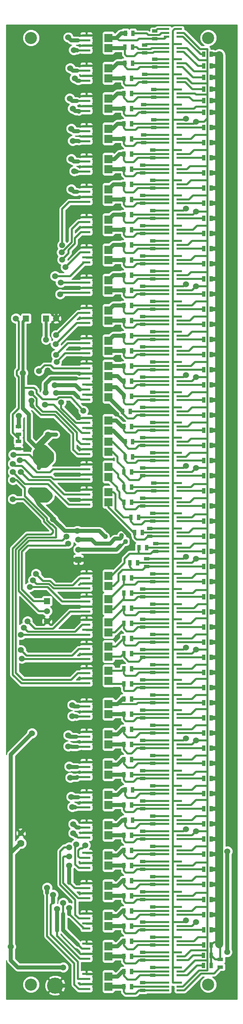
<source format=gtl>
G04 (created by PCBNEW-RS274X (2010-00-09 BZR 23xx)-stable) date Die 22 Nov 2011 18:31:25 CET*
G01*
G70*
G90*
%MOIN*%
G04 Gerber Fmt 3.4, Leading zero omitted, Abs format*
%FSLAX34Y34*%
G04 APERTURE LIST*
%ADD10C,0.006000*%
%ADD11R,0.035000X0.055000*%
%ADD12R,0.055000X0.035000*%
%ADD13R,0.060000X0.060000*%
%ADD14C,0.060000*%
%ADD15R,0.078700X0.023600*%
%ADD16R,0.078700X0.083600*%
%ADD17C,0.160000*%
%ADD18C,0.070000*%
%ADD19C,0.055000*%
%ADD20R,0.055100X0.019700*%
%ADD21C,0.120000*%
%ADD22C,0.059100*%
%ADD23C,0.050000*%
%ADD24C,0.008000*%
%ADD25C,0.080000*%
%ADD26C,0.040000*%
%ADD27C,0.030000*%
%ADD28C,0.020000*%
%ADD29C,0.010000*%
G04 APERTURE END LIST*
G54D10*
G54D11*
X39400Y-21075D03*
X38650Y-21075D03*
X39400Y-19575D03*
X38650Y-19575D03*
X39400Y-18075D03*
X38650Y-18075D03*
X39400Y-16925D03*
X38650Y-16925D03*
X39400Y-15775D03*
X38650Y-15775D03*
X39400Y-14625D03*
X38650Y-14625D03*
X39400Y-13475D03*
X38650Y-13475D03*
X39400Y-12325D03*
X38650Y-12325D03*
G54D12*
X40300Y-102025D03*
X40300Y-102775D03*
G54D11*
X39375Y-102600D03*
X38625Y-102600D03*
X39375Y-101600D03*
X38625Y-101600D03*
X39400Y-100575D03*
X38650Y-100575D03*
X39400Y-99075D03*
X38650Y-99075D03*
X39400Y-97575D03*
X38650Y-97575D03*
X39400Y-96075D03*
X38650Y-96075D03*
X39400Y-94575D03*
X38650Y-94575D03*
X39400Y-93075D03*
X38650Y-93075D03*
X39400Y-91575D03*
X38650Y-91575D03*
X39400Y-90075D03*
X38650Y-90075D03*
X39400Y-88575D03*
X38650Y-88575D03*
X39400Y-87075D03*
X38650Y-87075D03*
X39400Y-85575D03*
X38650Y-85575D03*
X39400Y-84075D03*
X38650Y-84075D03*
X39400Y-82575D03*
X38650Y-82575D03*
X39400Y-81075D03*
X38650Y-81075D03*
X39400Y-79575D03*
X38650Y-79575D03*
X39400Y-78075D03*
X38650Y-78075D03*
X39400Y-76575D03*
X38650Y-76575D03*
X39400Y-75075D03*
X38650Y-75075D03*
X39400Y-73575D03*
X38650Y-73575D03*
X39400Y-72075D03*
X38650Y-72075D03*
X39400Y-70575D03*
X38650Y-70575D03*
X39400Y-69075D03*
X38650Y-69075D03*
X39400Y-67575D03*
X38650Y-67575D03*
X39400Y-66075D03*
X38650Y-66075D03*
X39400Y-64575D03*
X38650Y-64575D03*
X39400Y-63075D03*
X38650Y-63075D03*
X39400Y-61575D03*
X38650Y-61575D03*
X39400Y-60075D03*
X38650Y-60075D03*
X39400Y-58575D03*
X38650Y-58575D03*
X31475Y-104700D03*
X30725Y-104700D03*
G54D12*
X32600Y-104325D03*
X32600Y-105075D03*
G54D11*
X31475Y-103200D03*
X30725Y-103200D03*
G54D12*
X33600Y-102825D03*
X33600Y-103575D03*
G54D11*
X31475Y-101700D03*
X30725Y-101700D03*
G54D12*
X32600Y-101325D03*
X32600Y-102075D03*
G54D11*
X31475Y-100200D03*
X30725Y-100200D03*
G54D12*
X33600Y-99825D03*
X33600Y-100575D03*
G54D11*
X31475Y-98700D03*
X30725Y-98700D03*
G54D12*
X32600Y-98325D03*
X32600Y-99075D03*
G54D11*
X31475Y-97200D03*
X30725Y-97200D03*
G54D12*
X33600Y-96825D03*
X33600Y-97575D03*
G54D11*
X31475Y-95700D03*
X30725Y-95700D03*
G54D12*
X32600Y-95325D03*
X32600Y-96075D03*
G54D11*
X31475Y-94200D03*
X30725Y-94200D03*
G54D12*
X33600Y-93825D03*
X33600Y-94575D03*
G54D11*
X31475Y-92700D03*
X30725Y-92700D03*
G54D12*
X32600Y-92325D03*
X32600Y-93075D03*
G54D11*
X31475Y-91200D03*
X30725Y-91200D03*
G54D12*
X33600Y-90825D03*
X33600Y-91575D03*
G54D11*
X31475Y-89700D03*
X30725Y-89700D03*
G54D12*
X32600Y-89325D03*
X32600Y-90075D03*
G54D11*
X31600Y-88200D03*
X30850Y-88200D03*
G54D12*
X33600Y-87825D03*
X33600Y-88575D03*
G54D11*
X31475Y-86700D03*
X30725Y-86700D03*
G54D12*
X32600Y-86325D03*
X32600Y-87075D03*
G54D11*
X31600Y-85200D03*
X30850Y-85200D03*
G54D12*
X33600Y-84825D03*
X33600Y-85575D03*
G54D11*
X31475Y-83700D03*
X30725Y-83700D03*
G54D12*
X32600Y-83325D03*
X32600Y-84075D03*
G54D11*
X31475Y-82200D03*
X30725Y-82200D03*
G54D12*
X33600Y-81825D03*
X33600Y-82575D03*
G54D11*
X31475Y-80700D03*
X30725Y-80700D03*
G54D12*
X32600Y-80325D03*
X32600Y-81075D03*
G54D11*
X31475Y-79200D03*
X30725Y-79200D03*
G54D12*
X33600Y-78825D03*
X33600Y-79575D03*
G54D11*
X31475Y-77700D03*
X30725Y-77700D03*
G54D12*
X32600Y-77325D03*
X32600Y-78075D03*
G54D11*
X31475Y-76200D03*
X30725Y-76200D03*
G54D12*
X33600Y-75825D03*
X33600Y-76575D03*
G54D11*
X31475Y-74700D03*
X30725Y-74700D03*
G54D12*
X32600Y-74325D03*
X32600Y-75075D03*
G54D11*
X31475Y-73200D03*
X30725Y-73200D03*
G54D12*
X33600Y-72825D03*
X33600Y-73575D03*
G54D11*
X31475Y-71700D03*
X30725Y-71700D03*
G54D12*
X32600Y-71325D03*
X32600Y-72075D03*
G54D11*
X31475Y-70200D03*
X30725Y-70200D03*
G54D12*
X33600Y-69825D03*
X33600Y-70575D03*
G54D11*
X31475Y-68700D03*
X30725Y-68700D03*
G54D12*
X32600Y-68325D03*
X32600Y-69075D03*
G54D11*
X31475Y-67200D03*
X30725Y-67200D03*
G54D12*
X33600Y-66825D03*
X33600Y-67575D03*
G54D11*
X31475Y-65700D03*
X30725Y-65700D03*
G54D12*
X32600Y-65325D03*
X32600Y-66075D03*
G54D11*
X31475Y-64200D03*
X30725Y-64200D03*
G54D12*
X33600Y-63825D03*
X33600Y-64575D03*
G54D11*
X32075Y-62700D03*
X31325Y-62700D03*
G54D12*
X33000Y-62325D03*
X33000Y-63075D03*
G54D11*
X32975Y-61200D03*
X32225Y-61200D03*
G54D12*
X33900Y-60825D03*
X33900Y-61575D03*
G54D11*
X32550Y-59700D03*
X31800Y-59700D03*
G54D12*
X33300Y-59325D03*
X33300Y-60075D03*
G54D11*
X32175Y-58200D03*
X31425Y-58200D03*
G54D12*
X33600Y-57825D03*
X33600Y-58575D03*
G54D11*
X39400Y-57075D03*
X38650Y-57075D03*
X39400Y-55575D03*
X38650Y-55575D03*
X39400Y-54075D03*
X38650Y-54075D03*
X39400Y-52575D03*
X38650Y-52575D03*
X39400Y-51075D03*
X38650Y-51075D03*
X39400Y-49575D03*
X38650Y-49575D03*
X39400Y-48075D03*
X38650Y-48075D03*
X39400Y-46575D03*
X38650Y-46575D03*
X39400Y-45075D03*
X38650Y-45075D03*
X39400Y-43575D03*
X38650Y-43575D03*
X39400Y-42075D03*
X38650Y-42075D03*
X39400Y-40575D03*
X38650Y-40575D03*
X39400Y-39075D03*
X38650Y-39075D03*
X39400Y-37575D03*
X38650Y-37575D03*
X39400Y-36075D03*
X38650Y-36075D03*
X39400Y-34575D03*
X38650Y-34575D03*
X39400Y-33075D03*
X38650Y-33075D03*
X39400Y-31575D03*
X38650Y-31575D03*
X39400Y-30075D03*
X38650Y-30075D03*
X39400Y-28575D03*
X38650Y-28575D03*
X39400Y-27075D03*
X38650Y-27075D03*
X39400Y-25575D03*
X38650Y-25575D03*
X39400Y-24075D03*
X38650Y-24075D03*
X39400Y-22575D03*
X38650Y-22575D03*
X31475Y-56700D03*
X30725Y-56700D03*
G54D12*
X32600Y-56325D03*
X32600Y-57075D03*
G54D11*
X31475Y-55200D03*
X30725Y-55200D03*
G54D12*
X33700Y-54825D03*
X33700Y-55575D03*
G54D11*
X31475Y-53700D03*
X30725Y-53700D03*
G54D12*
X32600Y-53325D03*
X32600Y-54075D03*
G54D11*
X31600Y-52200D03*
X30850Y-52200D03*
G54D12*
X33600Y-51825D03*
X33600Y-52575D03*
G54D11*
X31600Y-50700D03*
X30850Y-50700D03*
G54D12*
X32600Y-50325D03*
X32600Y-51075D03*
G54D11*
X31475Y-49200D03*
X30725Y-49200D03*
G54D12*
X33600Y-48825D03*
X33600Y-49575D03*
G54D11*
X31350Y-47700D03*
X30600Y-47700D03*
G54D12*
X32600Y-47325D03*
X32600Y-48075D03*
G54D11*
X31475Y-46200D03*
X30725Y-46200D03*
G54D12*
X33600Y-45825D03*
X33600Y-46575D03*
G54D11*
X31475Y-44700D03*
X30725Y-44700D03*
G54D12*
X32600Y-44325D03*
X32600Y-45075D03*
G54D11*
X31475Y-43200D03*
X30725Y-43200D03*
G54D12*
X33600Y-42825D03*
X33600Y-43575D03*
G54D11*
X31475Y-41700D03*
X30725Y-41700D03*
G54D12*
X32600Y-41325D03*
X32600Y-42075D03*
G54D11*
X31475Y-40200D03*
X30725Y-40200D03*
G54D12*
X33600Y-39825D03*
X33600Y-40575D03*
G54D11*
X31475Y-38700D03*
X30725Y-38700D03*
G54D12*
X32600Y-38325D03*
X32600Y-39075D03*
G54D11*
X31475Y-37200D03*
X30725Y-37200D03*
G54D12*
X33600Y-36825D03*
X33600Y-37575D03*
G54D11*
X31475Y-35700D03*
X30725Y-35700D03*
G54D12*
X32600Y-35325D03*
X32600Y-36075D03*
G54D11*
X31475Y-34200D03*
X30725Y-34200D03*
G54D12*
X33600Y-33825D03*
X33600Y-34575D03*
G54D11*
X31475Y-32700D03*
X30725Y-32700D03*
G54D12*
X32600Y-32325D03*
X32600Y-33075D03*
G54D11*
X31475Y-31200D03*
X30725Y-31200D03*
G54D12*
X33600Y-30825D03*
X33600Y-31575D03*
G54D11*
X31475Y-29700D03*
X30725Y-29700D03*
G54D12*
X32600Y-29325D03*
X32600Y-30075D03*
G54D11*
X31475Y-28200D03*
X30725Y-28200D03*
G54D12*
X33600Y-27825D03*
X33600Y-28575D03*
G54D11*
X31475Y-26700D03*
X30725Y-26700D03*
G54D12*
X32600Y-26325D03*
X32600Y-27075D03*
G54D11*
X31475Y-25200D03*
X30725Y-25200D03*
G54D12*
X33600Y-24825D03*
X33600Y-25575D03*
G54D11*
X31475Y-23700D03*
X30725Y-23700D03*
G54D12*
X32600Y-23325D03*
X32600Y-24075D03*
G54D11*
X31475Y-22200D03*
X30725Y-22200D03*
G54D12*
X33600Y-21825D03*
X33600Y-22575D03*
G54D11*
X31475Y-20700D03*
X30725Y-20700D03*
G54D12*
X32700Y-20325D03*
X32700Y-21075D03*
G54D11*
X31475Y-19200D03*
X30725Y-19200D03*
G54D12*
X33700Y-18825D03*
X33700Y-19575D03*
G54D11*
X31475Y-17700D03*
X30725Y-17700D03*
G54D12*
X32700Y-17325D03*
X32700Y-18075D03*
G54D11*
X31475Y-16200D03*
X30725Y-16200D03*
G54D12*
X33700Y-15825D03*
X33700Y-16575D03*
G54D11*
X31475Y-14700D03*
X30725Y-14700D03*
G54D12*
X32800Y-14325D03*
X32800Y-15075D03*
G54D11*
X31575Y-13200D03*
X30825Y-13200D03*
G54D12*
X33800Y-12825D03*
X33800Y-13575D03*
G54D11*
X31575Y-11600D03*
X30825Y-11600D03*
G54D12*
X32800Y-11425D03*
X32800Y-12175D03*
G54D11*
X31625Y-10250D03*
X30875Y-10250D03*
G54D12*
X33800Y-10025D03*
X33800Y-10775D03*
G54D13*
X23100Y-66500D03*
G54D14*
X23100Y-67500D03*
X23100Y-68500D03*
G54D15*
X27000Y-10450D03*
X27000Y-10950D03*
X27000Y-11450D03*
X27000Y-11950D03*
G54D16*
X29200Y-11700D03*
X29200Y-10700D03*
G54D15*
X27000Y-13450D03*
X27000Y-13950D03*
X27000Y-14450D03*
X27000Y-14950D03*
G54D16*
X29200Y-14700D03*
X29200Y-13700D03*
G54D15*
X27000Y-19450D03*
X27000Y-19950D03*
X27000Y-20450D03*
X27000Y-20950D03*
G54D16*
X29200Y-20700D03*
X29200Y-19700D03*
G54D15*
X27000Y-16450D03*
X27000Y-16950D03*
X27000Y-17450D03*
X27000Y-17950D03*
G54D16*
X29200Y-17700D03*
X29200Y-16700D03*
G54D15*
X27000Y-28450D03*
X27000Y-28950D03*
X27000Y-29450D03*
X27000Y-29950D03*
G54D16*
X29200Y-29700D03*
X29200Y-28700D03*
G54D15*
X27000Y-31450D03*
X27000Y-31950D03*
X27000Y-32450D03*
X27000Y-32950D03*
G54D16*
X29200Y-32700D03*
X29200Y-31700D03*
G54D15*
X27000Y-25450D03*
X27000Y-25950D03*
X27000Y-26450D03*
X27000Y-26950D03*
G54D16*
X29200Y-26700D03*
X29200Y-25700D03*
G54D15*
X27000Y-22450D03*
X27000Y-22950D03*
X27000Y-23450D03*
X27000Y-23950D03*
G54D16*
X29200Y-23700D03*
X29200Y-22700D03*
G54D15*
X27000Y-45050D03*
X27000Y-45550D03*
X27000Y-46050D03*
X27000Y-46550D03*
G54D16*
X29200Y-46300D03*
X29200Y-45300D03*
G54D15*
X27000Y-48350D03*
X27000Y-48850D03*
X27000Y-49350D03*
X27000Y-49850D03*
G54D16*
X29200Y-49600D03*
X29200Y-48600D03*
G54D15*
X27000Y-52950D03*
X27000Y-53450D03*
X27000Y-53950D03*
X27000Y-54450D03*
G54D16*
X29200Y-54200D03*
X29200Y-53200D03*
G54D15*
X27000Y-50450D03*
X27000Y-50950D03*
X27000Y-51450D03*
X27000Y-51950D03*
G54D16*
X29200Y-51700D03*
X29200Y-50700D03*
G54D15*
X27000Y-40450D03*
X27000Y-40950D03*
X27000Y-41450D03*
X27000Y-41950D03*
G54D16*
X29200Y-41700D03*
X29200Y-40700D03*
G54D15*
X27000Y-42950D03*
X27000Y-43450D03*
X27000Y-43950D03*
X27000Y-44450D03*
G54D16*
X29200Y-44200D03*
X29200Y-43200D03*
G54D15*
X27000Y-37450D03*
X27000Y-37950D03*
X27000Y-38450D03*
X27000Y-38950D03*
G54D16*
X29200Y-38700D03*
X29200Y-37700D03*
G54D15*
X27000Y-34450D03*
X27000Y-34950D03*
X27000Y-35450D03*
X27000Y-35950D03*
G54D16*
X29200Y-35700D03*
X29200Y-34700D03*
G54D15*
X27000Y-82450D03*
X27000Y-82950D03*
X27000Y-83450D03*
X27000Y-83950D03*
G54D16*
X29200Y-83700D03*
X29200Y-82700D03*
G54D15*
X27000Y-85450D03*
X27000Y-85950D03*
X27000Y-86450D03*
X27000Y-86950D03*
G54D16*
X29200Y-86700D03*
X29200Y-85700D03*
G54D15*
X27000Y-91450D03*
X27000Y-91950D03*
X27000Y-92450D03*
X27000Y-92950D03*
G54D16*
X29200Y-92700D03*
X29200Y-91700D03*
G54D15*
X27000Y-88450D03*
X27000Y-88950D03*
X27000Y-89450D03*
X27000Y-89950D03*
G54D16*
X29200Y-89700D03*
X29200Y-88700D03*
G54D15*
X27000Y-100450D03*
X27000Y-100950D03*
X27000Y-101450D03*
X27000Y-101950D03*
G54D16*
X29200Y-101700D03*
X29200Y-100700D03*
G54D15*
X27000Y-103450D03*
X27000Y-103950D03*
X27000Y-104450D03*
X27000Y-104950D03*
G54D16*
X29200Y-104700D03*
X29200Y-103700D03*
G54D15*
X27000Y-97450D03*
X27000Y-97950D03*
X27000Y-98450D03*
X27000Y-98950D03*
G54D16*
X29200Y-98700D03*
X29200Y-97700D03*
G54D15*
X27000Y-94450D03*
X27000Y-94950D03*
X27000Y-95450D03*
X27000Y-95950D03*
G54D16*
X29200Y-95700D03*
X29200Y-94700D03*
G54D15*
X27000Y-70750D03*
X27000Y-71250D03*
X27000Y-71750D03*
X27000Y-72250D03*
G54D16*
X29200Y-72000D03*
X29200Y-71000D03*
G54D15*
X27000Y-73150D03*
X27000Y-73650D03*
X27000Y-74150D03*
X27000Y-74650D03*
G54D16*
X29200Y-74400D03*
X29200Y-73400D03*
G54D15*
X27000Y-79450D03*
X27000Y-79950D03*
X27000Y-80450D03*
X27000Y-80950D03*
G54D16*
X29200Y-80700D03*
X29200Y-79700D03*
G54D15*
X27000Y-76450D03*
X27000Y-76950D03*
X27000Y-77450D03*
X27000Y-77950D03*
G54D16*
X29200Y-77700D03*
X29200Y-76700D03*
G54D15*
X27000Y-66050D03*
X27000Y-66550D03*
X27000Y-67050D03*
X27000Y-67550D03*
G54D16*
X29200Y-67300D03*
X29200Y-66300D03*
G54D15*
X27000Y-68350D03*
X27000Y-68850D03*
X27000Y-69350D03*
X27000Y-69850D03*
G54D16*
X29200Y-69600D03*
X29200Y-68600D03*
G54D15*
X27000Y-63750D03*
X27000Y-64250D03*
X27000Y-64750D03*
X27000Y-65250D03*
G54D16*
X29200Y-65000D03*
X29200Y-64000D03*
G54D15*
X27000Y-55450D03*
X27000Y-55950D03*
X27000Y-56450D03*
X27000Y-56950D03*
G54D16*
X29200Y-56700D03*
X29200Y-55700D03*
G54D12*
X20250Y-49225D03*
X20250Y-49975D03*
X20250Y-50675D03*
X20250Y-51425D03*
G54D13*
X21000Y-38500D03*
G54D14*
X20000Y-38500D03*
G54D13*
X23000Y-38500D03*
G54D14*
X24000Y-38500D03*
G54D13*
X26200Y-62400D03*
G54D14*
X26200Y-61400D03*
X26200Y-60400D03*
G54D17*
X23900Y-104600D03*
G54D18*
X20500Y-90500D03*
G54D19*
X20500Y-89500D03*
G54D20*
X34970Y-09826D03*
X34970Y-10200D03*
X34970Y-10574D03*
X36230Y-10574D03*
X36230Y-10200D03*
X36230Y-09826D03*
X34970Y-11326D03*
X34970Y-11700D03*
X34970Y-12074D03*
X36230Y-12074D03*
X36230Y-11700D03*
X36230Y-11326D03*
X34970Y-14326D03*
X34970Y-14700D03*
X34970Y-15074D03*
X36230Y-15074D03*
X36230Y-14700D03*
X36230Y-14326D03*
X34970Y-12826D03*
X34970Y-13200D03*
X34970Y-13574D03*
X36230Y-13574D03*
X36230Y-13200D03*
X36230Y-12826D03*
X34970Y-18826D03*
X34970Y-19200D03*
X34970Y-19574D03*
X36230Y-19574D03*
X36230Y-19200D03*
X36230Y-18826D03*
X34970Y-20326D03*
X34970Y-20700D03*
X34970Y-21074D03*
X36230Y-21074D03*
X36230Y-20700D03*
X36230Y-20326D03*
X34970Y-17326D03*
X34970Y-17700D03*
X34970Y-18074D03*
X36230Y-18074D03*
X36230Y-17700D03*
X36230Y-17326D03*
X34970Y-15826D03*
X34970Y-16200D03*
X34970Y-16574D03*
X36230Y-16574D03*
X36230Y-16200D03*
X36230Y-15826D03*
X34970Y-27826D03*
X34970Y-28200D03*
X34970Y-28574D03*
X36230Y-28574D03*
X36230Y-28200D03*
X36230Y-27826D03*
X34970Y-29326D03*
X34970Y-29700D03*
X34970Y-30074D03*
X36230Y-30074D03*
X36230Y-29700D03*
X36230Y-29326D03*
X34970Y-32326D03*
X34970Y-32700D03*
X34970Y-33074D03*
X36230Y-33074D03*
X36230Y-32700D03*
X36230Y-32326D03*
X34970Y-30826D03*
X34970Y-31200D03*
X34970Y-31574D03*
X36230Y-31574D03*
X36230Y-31200D03*
X36230Y-30826D03*
X34970Y-24826D03*
X34970Y-25200D03*
X34970Y-25574D03*
X36230Y-25574D03*
X36230Y-25200D03*
X36230Y-24826D03*
X34970Y-26326D03*
X34970Y-26700D03*
X34970Y-27074D03*
X36230Y-27074D03*
X36230Y-26700D03*
X36230Y-26326D03*
X34970Y-23326D03*
X34970Y-23700D03*
X34970Y-24074D03*
X36230Y-24074D03*
X36230Y-23700D03*
X36230Y-23326D03*
X34970Y-21826D03*
X34970Y-22200D03*
X34970Y-22574D03*
X36230Y-22574D03*
X36230Y-22200D03*
X36230Y-21826D03*
X34970Y-45826D03*
X34970Y-46200D03*
X34970Y-46574D03*
X36230Y-46574D03*
X36230Y-46200D03*
X36230Y-45826D03*
X34970Y-47326D03*
X34970Y-47700D03*
X34970Y-48074D03*
X36230Y-48074D03*
X36230Y-47700D03*
X36230Y-47326D03*
X34970Y-50326D03*
X34970Y-50700D03*
X34970Y-51074D03*
X36230Y-51074D03*
X36230Y-50700D03*
X36230Y-50326D03*
X34970Y-48826D03*
X34970Y-49200D03*
X34970Y-49574D03*
X36230Y-49574D03*
X36230Y-49200D03*
X36230Y-48826D03*
X34970Y-54826D03*
X34970Y-55200D03*
X34970Y-55574D03*
X36230Y-55574D03*
X36230Y-55200D03*
X36230Y-54826D03*
X34970Y-56326D03*
X34970Y-56700D03*
X34970Y-57074D03*
X36230Y-57074D03*
X36230Y-56700D03*
X36230Y-56326D03*
X34970Y-53326D03*
X34970Y-53700D03*
X34970Y-54074D03*
X36230Y-54074D03*
X36230Y-53700D03*
X36230Y-53326D03*
X34970Y-51826D03*
X34970Y-52200D03*
X34970Y-52574D03*
X36230Y-52574D03*
X36230Y-52200D03*
X36230Y-51826D03*
X34970Y-39826D03*
X34970Y-40200D03*
X34970Y-40574D03*
X36230Y-40574D03*
X36230Y-40200D03*
X36230Y-39826D03*
X34970Y-41326D03*
X34970Y-41700D03*
X34970Y-42074D03*
X36230Y-42074D03*
X36230Y-41700D03*
X36230Y-41326D03*
X34970Y-44326D03*
X34970Y-44700D03*
X34970Y-45074D03*
X36230Y-45074D03*
X36230Y-44700D03*
X36230Y-44326D03*
X34970Y-42826D03*
X34970Y-43200D03*
X34970Y-43574D03*
X36230Y-43574D03*
X36230Y-43200D03*
X36230Y-42826D03*
X34970Y-36826D03*
X34970Y-37200D03*
X34970Y-37574D03*
X36230Y-37574D03*
X36230Y-37200D03*
X36230Y-36826D03*
X34970Y-38326D03*
X34970Y-38700D03*
X34970Y-39074D03*
X36230Y-39074D03*
X36230Y-38700D03*
X36230Y-38326D03*
X34970Y-35326D03*
X34970Y-35700D03*
X34970Y-36074D03*
X36230Y-36074D03*
X36230Y-35700D03*
X36230Y-35326D03*
X34970Y-33826D03*
X34970Y-34200D03*
X34970Y-34574D03*
X36230Y-34574D03*
X36230Y-34200D03*
X36230Y-33826D03*
X34970Y-81826D03*
X34970Y-82200D03*
X34970Y-82574D03*
X36230Y-82574D03*
X36230Y-82200D03*
X36230Y-81826D03*
X34970Y-83326D03*
X34970Y-83700D03*
X34970Y-84074D03*
X36230Y-84074D03*
X36230Y-83700D03*
X36230Y-83326D03*
X34970Y-86326D03*
X34970Y-86700D03*
X34970Y-87074D03*
X36230Y-87074D03*
X36230Y-86700D03*
X36230Y-86326D03*
X34970Y-84826D03*
X34970Y-85200D03*
X34970Y-85574D03*
X36230Y-85574D03*
X36230Y-85200D03*
X36230Y-84826D03*
X34970Y-90826D03*
X34970Y-91200D03*
X34970Y-91574D03*
X36230Y-91574D03*
X36230Y-91200D03*
X36230Y-90826D03*
X34970Y-92326D03*
X34970Y-92700D03*
X34970Y-93074D03*
X36230Y-93074D03*
X36230Y-92700D03*
X36230Y-92326D03*
X34970Y-89326D03*
X34970Y-89700D03*
X34970Y-90074D03*
X36230Y-90074D03*
X36230Y-89700D03*
X36230Y-89326D03*
X34970Y-87826D03*
X34970Y-88200D03*
X34970Y-88574D03*
X36230Y-88574D03*
X36230Y-88200D03*
X36230Y-87826D03*
X34970Y-99826D03*
X34970Y-100200D03*
X34970Y-100574D03*
X36230Y-100574D03*
X36230Y-100200D03*
X36230Y-99826D03*
X34970Y-101326D03*
X34970Y-101700D03*
X34970Y-102074D03*
X36230Y-102074D03*
X36230Y-101700D03*
X36230Y-101326D03*
X34970Y-104326D03*
X34970Y-104700D03*
X34970Y-105074D03*
X36230Y-105074D03*
X36230Y-104700D03*
X36230Y-104326D03*
X34970Y-102826D03*
X34970Y-103200D03*
X34970Y-103574D03*
X36230Y-103574D03*
X36230Y-103200D03*
X36230Y-102826D03*
X34970Y-96826D03*
X34970Y-97200D03*
X34970Y-97574D03*
X36230Y-97574D03*
X36230Y-97200D03*
X36230Y-96826D03*
X34970Y-98326D03*
X34970Y-98700D03*
X34970Y-99074D03*
X36230Y-99074D03*
X36230Y-98700D03*
X36230Y-98326D03*
X34970Y-95326D03*
X34970Y-95700D03*
X34970Y-96074D03*
X36230Y-96074D03*
X36230Y-95700D03*
X36230Y-95326D03*
X34970Y-93826D03*
X34970Y-94200D03*
X34970Y-94574D03*
X36230Y-94574D03*
X36230Y-94200D03*
X36230Y-93826D03*
X34970Y-69826D03*
X34970Y-70200D03*
X34970Y-70574D03*
X36230Y-70574D03*
X36230Y-70200D03*
X36230Y-69826D03*
X34970Y-71326D03*
X34970Y-71700D03*
X34970Y-72074D03*
X36230Y-72074D03*
X36230Y-71700D03*
X36230Y-71326D03*
X34970Y-74326D03*
X34970Y-74700D03*
X34970Y-75074D03*
X36230Y-75074D03*
X36230Y-74700D03*
X36230Y-74326D03*
X34970Y-72826D03*
X34970Y-73200D03*
X34970Y-73574D03*
X36230Y-73574D03*
X36230Y-73200D03*
X36230Y-72826D03*
X34970Y-78826D03*
X34970Y-79200D03*
X34970Y-79574D03*
X36230Y-79574D03*
X36230Y-79200D03*
X36230Y-78826D03*
X34970Y-80326D03*
X34970Y-80700D03*
X34970Y-81074D03*
X36230Y-81074D03*
X36230Y-80700D03*
X36230Y-80326D03*
X34970Y-77326D03*
X34970Y-77700D03*
X34970Y-78074D03*
X36230Y-78074D03*
X36230Y-77700D03*
X36230Y-77326D03*
X34970Y-75826D03*
X34970Y-76200D03*
X34970Y-76574D03*
X36230Y-76574D03*
X36230Y-76200D03*
X36230Y-75826D03*
X34970Y-63826D03*
X34970Y-64200D03*
X34970Y-64574D03*
X36230Y-64574D03*
X36230Y-64200D03*
X36230Y-63826D03*
X34970Y-65326D03*
X34970Y-65700D03*
X34970Y-66074D03*
X36230Y-66074D03*
X36230Y-65700D03*
X36230Y-65326D03*
X34970Y-68326D03*
X34970Y-68700D03*
X34970Y-69074D03*
X36230Y-69074D03*
X36230Y-68700D03*
X36230Y-68326D03*
X34970Y-66826D03*
X34970Y-67200D03*
X34970Y-67574D03*
X36230Y-67574D03*
X36230Y-67200D03*
X36230Y-66826D03*
X34970Y-60826D03*
X34970Y-61200D03*
X34970Y-61574D03*
X36230Y-61574D03*
X36230Y-61200D03*
X36230Y-60826D03*
X34970Y-62326D03*
X34970Y-62700D03*
X34970Y-63074D03*
X36230Y-63074D03*
X36230Y-62700D03*
X36230Y-62326D03*
X34970Y-59326D03*
X34970Y-59700D03*
X34970Y-60074D03*
X36230Y-60074D03*
X36230Y-59700D03*
X36230Y-59326D03*
X34970Y-57826D03*
X34970Y-58200D03*
X34970Y-58574D03*
X36230Y-58574D03*
X36230Y-58200D03*
X36230Y-57826D03*
G54D21*
X39100Y-104500D03*
X21500Y-104500D03*
X21500Y-10700D03*
X39100Y-10700D03*
G54D22*
X26700Y-47650D03*
G54D23*
X28875Y-60125D03*
G54D14*
X20700Y-43900D03*
G54D22*
X21525Y-55525D03*
G54D14*
X26100Y-59550D03*
X23700Y-58400D03*
X23200Y-50000D03*
X19750Y-52000D03*
X40200Y-98300D03*
X40200Y-97000D03*
X40200Y-95200D03*
X40200Y-93400D03*
X20300Y-48150D03*
X37900Y-98300D03*
X37900Y-89300D03*
X37900Y-80300D03*
X37900Y-71300D03*
X37900Y-62300D03*
X37900Y-53300D03*
X37900Y-44300D03*
X37900Y-35300D03*
X37900Y-27900D03*
X37900Y-19000D03*
X25200Y-10650D03*
X25750Y-11900D03*
X25500Y-25700D03*
G54D22*
X24600Y-31250D03*
X24550Y-31950D03*
X24600Y-32675D03*
X24925Y-33425D03*
X23900Y-34300D03*
X24450Y-34950D03*
X24400Y-36100D03*
X24000Y-40150D03*
X23950Y-41050D03*
G54D14*
X25400Y-13700D03*
G54D22*
X24000Y-42100D03*
X24050Y-42800D03*
X22300Y-43700D03*
X22950Y-45850D03*
X23850Y-45125D03*
X24000Y-45875D03*
X24500Y-46825D03*
G54D14*
X22900Y-47050D03*
G54D22*
X21525Y-45925D03*
G54D14*
X21550Y-46650D03*
X25850Y-14700D03*
X20400Y-52550D03*
X19700Y-52900D03*
X20500Y-53700D03*
X19700Y-53700D03*
G54D22*
X22000Y-63800D03*
X21700Y-64450D03*
X21400Y-65100D03*
X21150Y-68500D03*
X20800Y-69150D03*
X20500Y-69850D03*
G54D14*
X25350Y-16700D03*
G54D22*
X20500Y-71350D03*
X20600Y-72200D03*
G54D14*
X19700Y-54500D03*
X19700Y-56400D03*
X25600Y-76800D03*
X25600Y-77900D03*
X25200Y-79800D03*
X25200Y-80900D03*
X25300Y-82900D03*
X25400Y-84000D03*
X25650Y-17700D03*
X25500Y-85900D03*
X25600Y-86900D03*
X25700Y-88600D03*
X25700Y-89500D03*
X26900Y-90700D03*
X26000Y-90600D03*
X25300Y-92700D03*
X25300Y-91800D03*
X25300Y-90900D03*
X25300Y-96900D03*
X25500Y-19700D03*
X24700Y-96400D03*
X24100Y-97000D03*
X23700Y-95600D03*
X23100Y-94900D03*
X25650Y-20900D03*
X25500Y-22700D03*
X25800Y-23900D03*
G54D23*
X30500Y-60000D03*
G54D22*
X36900Y-98150D03*
G54D14*
X36900Y-89100D03*
X36900Y-80100D03*
X36900Y-71100D03*
X36900Y-62100D03*
X36900Y-53100D03*
X36900Y-44100D03*
X36900Y-35100D03*
X36900Y-27600D03*
X36900Y-18700D03*
G54D22*
X23000Y-40600D03*
X25040Y-60100D03*
G54D23*
X30900Y-60600D03*
G54D22*
X25200Y-60800D03*
X28600Y-33700D03*
X28050Y-27650D03*
X22940Y-62400D03*
X28100Y-65600D03*
X28100Y-72600D03*
X23150Y-43650D03*
G54D14*
X25900Y-68250D03*
G54D24*
X29000Y-99700D03*
G54D14*
X25300Y-104900D03*
X25700Y-99000D03*
X41000Y-91300D03*
G54D22*
X40975Y-101275D03*
G54D14*
X24700Y-102800D03*
X21600Y-79600D03*
X19500Y-100750D03*
G54D25*
X21600Y-55650D02*
X22850Y-55650D01*
X22300Y-56350D02*
X21600Y-55650D01*
X23025Y-56350D02*
X22300Y-56350D01*
X23250Y-56125D02*
X23025Y-56350D01*
X23250Y-56050D02*
X23250Y-56125D01*
X22850Y-55650D02*
X23250Y-56050D01*
G54D26*
X40200Y-100575D02*
X40125Y-100500D01*
X25800Y-23900D02*
X26000Y-23900D01*
X26050Y-23950D02*
X25800Y-23900D01*
X26000Y-23900D02*
X26050Y-23950D01*
G54D27*
X20700Y-41500D02*
X20700Y-38800D01*
X20700Y-38800D02*
X21000Y-38500D01*
G54D28*
X22950Y-46525D02*
X24100Y-46525D01*
X24100Y-46525D02*
X24300Y-46325D01*
X21800Y-45375D02*
X20700Y-45375D01*
X22050Y-45625D02*
X21800Y-45375D01*
X22050Y-45925D02*
X22050Y-45625D01*
X22650Y-46525D02*
X22050Y-45925D01*
X22950Y-46525D02*
X22650Y-46525D01*
X24300Y-46325D02*
X24975Y-46325D01*
X26700Y-47650D02*
X25475Y-46325D01*
X25475Y-46325D02*
X24975Y-46325D01*
G54D27*
X20700Y-43900D02*
X20700Y-41500D01*
G54D28*
X28763Y-60013D02*
X28875Y-60125D01*
G54D26*
X28175Y-59550D02*
X28300Y-59550D01*
X28300Y-59550D02*
X28763Y-60013D01*
X22075Y-51300D02*
X21275Y-50500D01*
X20700Y-47425D02*
X21075Y-47800D01*
X20700Y-45375D02*
X20700Y-47425D01*
X21275Y-50500D02*
X21275Y-48000D01*
X21275Y-48000D02*
X21075Y-47800D01*
X20700Y-43900D02*
X20700Y-45375D01*
G54D25*
X23375Y-52450D02*
X23375Y-52025D01*
X23375Y-52025D02*
X22725Y-51375D01*
X22075Y-51775D02*
X22075Y-52475D01*
X23075Y-52450D02*
X22650Y-52025D01*
X23375Y-52450D02*
X23075Y-52450D01*
X22925Y-52900D02*
X23375Y-52450D01*
X22500Y-52900D02*
X22925Y-52900D01*
X22075Y-52475D02*
X22500Y-52900D01*
G54D26*
X26750Y-59550D02*
X26100Y-59550D01*
X26100Y-59550D02*
X24850Y-59550D01*
X24850Y-59550D02*
X23700Y-58400D01*
G54D28*
X23700Y-58400D02*
X23700Y-58300D01*
G54D26*
X23700Y-58300D02*
X23450Y-58050D01*
X23450Y-58050D02*
X22300Y-56900D01*
X22300Y-56900D02*
X21525Y-55525D01*
G54D28*
X22100Y-52125D02*
X22075Y-52100D01*
X22300Y-52800D02*
X22100Y-52600D01*
X22100Y-52600D02*
X22100Y-52125D01*
G54D26*
X22075Y-52100D02*
X22075Y-51775D01*
X22075Y-51775D02*
X22075Y-51300D01*
X22075Y-51300D02*
X22075Y-51125D01*
X26750Y-59550D02*
X28175Y-59550D01*
G54D28*
X22075Y-51125D02*
X22125Y-51075D01*
G54D26*
X22125Y-51075D02*
X22400Y-50800D01*
X22400Y-50800D02*
X23200Y-50000D01*
X23200Y-50000D02*
X23500Y-50000D01*
X23500Y-50000D02*
X23975Y-50000D01*
G54D28*
X23975Y-50000D02*
X24000Y-49975D01*
G54D26*
X22300Y-51200D02*
X23500Y-50000D01*
X22300Y-52200D02*
X22300Y-51200D01*
G54D28*
X21750Y-52400D02*
X22300Y-52400D01*
X21350Y-52000D02*
X21750Y-52400D01*
X19750Y-52000D02*
X21350Y-52000D01*
G54D26*
X22300Y-53300D02*
X22300Y-52400D01*
X22300Y-52400D02*
X22300Y-52200D01*
G54D27*
X39600Y-99075D02*
X39400Y-99075D01*
X39600Y-97575D02*
X39400Y-97575D01*
X39600Y-96075D02*
X39400Y-96075D01*
X39600Y-94575D02*
X39400Y-94575D01*
X39600Y-93075D02*
X39400Y-93075D01*
G54D26*
X39600Y-93075D02*
X40200Y-93075D01*
G54D27*
X39625Y-91575D02*
X39400Y-91575D01*
X39625Y-90075D02*
X39400Y-90075D01*
X39625Y-88575D02*
X39400Y-88575D01*
X39600Y-87075D02*
X39400Y-87075D01*
X39600Y-85575D02*
X39400Y-85575D01*
X39625Y-84075D02*
X39400Y-84075D01*
X39600Y-82575D02*
X39400Y-82575D01*
X39600Y-81075D02*
X39400Y-81075D01*
X39600Y-79575D02*
X39400Y-79575D01*
X39625Y-78075D02*
X39400Y-78075D01*
X39600Y-76575D02*
X39400Y-76575D01*
X39600Y-75075D02*
X39400Y-75075D01*
X39625Y-73575D02*
X39400Y-73575D01*
X39600Y-72075D02*
X39400Y-72075D01*
X39600Y-70575D02*
X39400Y-70575D01*
X39600Y-69075D02*
X39400Y-69075D01*
X39600Y-67575D02*
X39400Y-67575D01*
X39625Y-66075D02*
X39400Y-66075D01*
X39600Y-64575D02*
X39400Y-64575D01*
X39600Y-63075D02*
X39400Y-63075D01*
X39625Y-61575D02*
X39400Y-61575D01*
X39600Y-60075D02*
X39400Y-60075D01*
X39600Y-58575D02*
X39400Y-58575D01*
X39600Y-57075D02*
X39400Y-57075D01*
X39600Y-55575D02*
X39400Y-55575D01*
X39625Y-54075D02*
X39400Y-54075D01*
X39600Y-52575D02*
X39400Y-52575D01*
X39600Y-51075D02*
X39400Y-51075D01*
X39625Y-49575D02*
X39400Y-49575D01*
X39625Y-48075D02*
X39400Y-48075D01*
X39625Y-46575D02*
X39400Y-46575D01*
X39600Y-45075D02*
X39400Y-45075D01*
X39600Y-43575D02*
X39400Y-43575D01*
X39600Y-42075D02*
X39400Y-42075D01*
X39600Y-40575D02*
X39400Y-40575D01*
X39600Y-39075D02*
X39400Y-39075D01*
X39625Y-37575D02*
X39400Y-37575D01*
X39600Y-36075D02*
X39400Y-36075D01*
X39625Y-34575D02*
X39400Y-34575D01*
X39600Y-33075D02*
X39400Y-33075D01*
X39600Y-31575D02*
X39400Y-31575D01*
X39625Y-30075D02*
X39400Y-30075D01*
X39600Y-28575D02*
X39400Y-28575D01*
X39625Y-27075D02*
X39400Y-27075D01*
X39625Y-25575D02*
X39400Y-25575D01*
X39600Y-24075D02*
X39400Y-24075D01*
X39625Y-22575D02*
X39400Y-22575D01*
X39625Y-21075D02*
X39400Y-21075D01*
X39625Y-19575D02*
X39400Y-19575D01*
X39600Y-18075D02*
X39400Y-18075D01*
X39600Y-12325D02*
X39400Y-12325D01*
X39600Y-13475D02*
X39400Y-13475D01*
X39650Y-14625D02*
X39400Y-14625D01*
G54D26*
X39975Y-14625D02*
X39650Y-14625D01*
X40075Y-13475D02*
X39600Y-13475D01*
X40000Y-12325D02*
X39600Y-12325D01*
G54D27*
X39625Y-16925D02*
X39400Y-16925D01*
X39600Y-15775D02*
X39400Y-15775D01*
X39400Y-12325D02*
X39575Y-12325D01*
X39400Y-12325D02*
X39575Y-12325D01*
X39575Y-12325D02*
X39400Y-12325D01*
G54D26*
X40000Y-12325D02*
X40125Y-12325D01*
G54D28*
X40200Y-98300D02*
X40200Y-98600D01*
X40200Y-98600D02*
X40300Y-98600D01*
X40300Y-98600D02*
X40200Y-98600D01*
X40200Y-97100D02*
X40200Y-97000D01*
X40200Y-95200D02*
X40200Y-95400D01*
X40200Y-93500D02*
X40200Y-93400D01*
G54D25*
X40200Y-99000D02*
X40200Y-99750D01*
G54D28*
X40300Y-102025D02*
X40300Y-100400D01*
X40300Y-100400D02*
X40200Y-100300D01*
X40200Y-100300D02*
X39675Y-100300D01*
X39675Y-100300D02*
X39400Y-100575D01*
X39375Y-101600D02*
X39375Y-100600D01*
X39375Y-100600D02*
X39400Y-100575D01*
X40300Y-102025D02*
X39800Y-102025D01*
X39800Y-102025D02*
X39375Y-101600D01*
X39375Y-102600D02*
X39375Y-101600D01*
G54D26*
X39600Y-99075D02*
X40200Y-99075D01*
X40200Y-99075D02*
X40125Y-99000D01*
X40125Y-99000D02*
X40100Y-99000D01*
X40100Y-99000D02*
X40200Y-99000D01*
X39600Y-97575D02*
X40200Y-97575D01*
X40000Y-97500D02*
X40200Y-97500D01*
X40125Y-97500D02*
X40000Y-97500D01*
X40200Y-97575D02*
X40125Y-97500D01*
X39600Y-96075D02*
X40200Y-96075D01*
X40000Y-96000D02*
X40200Y-96000D01*
X40125Y-96000D02*
X40000Y-96000D01*
X40200Y-96075D02*
X40125Y-96000D01*
X39600Y-94575D02*
X40200Y-94575D01*
X40000Y-94500D02*
X40200Y-94500D01*
X40125Y-94500D02*
X40000Y-94500D01*
X40200Y-94575D02*
X40125Y-94500D01*
X40000Y-93100D02*
X40200Y-93100D01*
X40175Y-93100D02*
X40000Y-93100D01*
X40200Y-93075D02*
X40175Y-93100D01*
X39625Y-91575D02*
X40200Y-91575D01*
X40100Y-91500D02*
X40200Y-91500D01*
X40125Y-91500D02*
X40100Y-91500D01*
X40200Y-91575D02*
X40125Y-91500D01*
X39625Y-90075D02*
X40200Y-90075D01*
X40200Y-90075D02*
X40200Y-90100D01*
X39625Y-88575D02*
X40200Y-88575D01*
X40300Y-88600D02*
X40200Y-88600D01*
X40225Y-88600D02*
X40300Y-88600D01*
X40200Y-88575D02*
X40225Y-88600D01*
X39600Y-87075D02*
X40200Y-87075D01*
X40200Y-87075D02*
X40200Y-87000D01*
X39600Y-85575D02*
X40200Y-85575D01*
X40100Y-85500D02*
X40200Y-85500D01*
X40125Y-85500D02*
X40100Y-85500D01*
X40200Y-85575D02*
X40125Y-85500D01*
X39625Y-84075D02*
X40200Y-84075D01*
X40200Y-84075D02*
X40200Y-84000D01*
X39600Y-82575D02*
X40200Y-82575D01*
X40300Y-82600D02*
X40200Y-82600D01*
X40225Y-82600D02*
X40300Y-82600D01*
X40200Y-82575D02*
X40225Y-82600D01*
X39600Y-81075D02*
X40200Y-81075D01*
X40100Y-81000D02*
X40200Y-81000D01*
X40125Y-81000D02*
X40100Y-81000D01*
X40200Y-81075D02*
X40125Y-81000D01*
X39600Y-79575D02*
X40200Y-79575D01*
X40000Y-79500D02*
X40200Y-79500D01*
X40125Y-79500D02*
X40000Y-79500D01*
X40200Y-79575D02*
X40125Y-79500D01*
X39625Y-78075D02*
X40200Y-78075D01*
X40100Y-78100D02*
X40200Y-78100D01*
X40175Y-78100D02*
X40100Y-78100D01*
X40200Y-78075D02*
X40175Y-78100D01*
X39600Y-76575D02*
X40200Y-76575D01*
X40100Y-76500D02*
X40200Y-76500D01*
X40125Y-76500D02*
X40100Y-76500D01*
X40200Y-76575D02*
X40125Y-76500D01*
X39600Y-75075D02*
X40200Y-75075D01*
X40000Y-75100D02*
X40200Y-75100D01*
X40175Y-75100D02*
X40000Y-75100D01*
X40200Y-75075D02*
X40175Y-75100D01*
X39625Y-73575D02*
X40200Y-73575D01*
X40000Y-73600D02*
X40200Y-73600D01*
X40175Y-73600D02*
X40000Y-73600D01*
X40200Y-73575D02*
X40175Y-73600D01*
X39600Y-72075D02*
X40200Y-72075D01*
X40200Y-72075D02*
X40200Y-72100D01*
X39600Y-70575D02*
X40200Y-70575D01*
X40100Y-70600D02*
X40200Y-70600D01*
X40175Y-70600D02*
X40100Y-70600D01*
X40200Y-70575D02*
X40175Y-70600D01*
X39600Y-69075D02*
X40200Y-69075D01*
X40000Y-69100D02*
X40200Y-69100D01*
X40175Y-69100D02*
X40000Y-69100D01*
X40200Y-69075D02*
X40175Y-69100D01*
X39600Y-67575D02*
X40200Y-67575D01*
X40000Y-67600D02*
X40200Y-67600D01*
X40175Y-67600D02*
X40000Y-67600D01*
X40200Y-67575D02*
X40175Y-67600D01*
X39625Y-66075D02*
X40200Y-66075D01*
X40100Y-66100D02*
X40200Y-66100D01*
X40175Y-66100D02*
X40100Y-66100D01*
X40200Y-66075D02*
X40175Y-66100D01*
X39600Y-64575D02*
X40200Y-64575D01*
X40200Y-64575D02*
X40200Y-64500D01*
X39600Y-63075D02*
X40200Y-63075D01*
X40300Y-63100D02*
X40200Y-63100D01*
X40225Y-63100D02*
X40300Y-63100D01*
X40200Y-63075D02*
X40225Y-63100D01*
X39625Y-61575D02*
X40200Y-61575D01*
X40100Y-61600D02*
X40200Y-61600D01*
X40175Y-61600D02*
X40100Y-61600D01*
X40200Y-61575D02*
X40175Y-61600D01*
X39600Y-60075D02*
X40200Y-60075D01*
X40100Y-60100D02*
X40200Y-60100D01*
X40175Y-60100D02*
X40100Y-60100D01*
X40200Y-60075D02*
X40175Y-60100D01*
X39600Y-58575D02*
X40200Y-58575D01*
X40100Y-58500D02*
X40200Y-58500D01*
X40125Y-58500D02*
X40100Y-58500D01*
X40200Y-58575D02*
X40125Y-58500D01*
X39600Y-57075D02*
X40200Y-57075D01*
X40300Y-57100D02*
X40200Y-57100D01*
X40225Y-57100D02*
X40300Y-57100D01*
X40200Y-57075D02*
X40225Y-57100D01*
X39600Y-55575D02*
X40200Y-55575D01*
X40100Y-55500D02*
X40200Y-55500D01*
X40125Y-55500D02*
X40100Y-55500D01*
X40200Y-55575D02*
X40125Y-55500D01*
X39625Y-54075D02*
X40200Y-54075D01*
X40100Y-54000D02*
X40200Y-54000D01*
X40125Y-54000D02*
X40100Y-54000D01*
X40200Y-54075D02*
X40125Y-54000D01*
X39600Y-52575D02*
X40200Y-52575D01*
X40000Y-52500D02*
X40200Y-52500D01*
X40125Y-52500D02*
X40000Y-52500D01*
X40200Y-52575D02*
X40125Y-52500D01*
X39600Y-51075D02*
X40200Y-51075D01*
X40100Y-51100D02*
X40200Y-51100D01*
X40175Y-51100D02*
X40100Y-51100D01*
X40200Y-51075D02*
X40175Y-51100D01*
X39625Y-49575D02*
X40200Y-49575D01*
X40100Y-49600D02*
X40200Y-49600D01*
X40175Y-49600D02*
X40100Y-49600D01*
X40200Y-49575D02*
X40175Y-49600D01*
X39625Y-48075D02*
X40200Y-48075D01*
X40000Y-48000D02*
X40200Y-48000D01*
X40125Y-48000D02*
X40000Y-48000D01*
X40200Y-48075D02*
X40125Y-48000D01*
X39625Y-46575D02*
X40200Y-46575D01*
X40100Y-46500D02*
X40200Y-46500D01*
X40125Y-46500D02*
X40100Y-46500D01*
X40200Y-46575D02*
X40125Y-46500D01*
X39600Y-45075D02*
X40200Y-45075D01*
X40100Y-45100D02*
X40200Y-45100D01*
X40175Y-45100D02*
X40100Y-45100D01*
X40200Y-45075D02*
X40175Y-45100D01*
X39600Y-43575D02*
X40200Y-43575D01*
X40100Y-43600D02*
X40200Y-43600D01*
X40175Y-43600D02*
X40100Y-43600D01*
X40200Y-43575D02*
X40175Y-43600D01*
X39600Y-42075D02*
X40200Y-42075D01*
X40100Y-42100D02*
X40200Y-42100D01*
X40175Y-42100D02*
X40100Y-42100D01*
X40200Y-42075D02*
X40175Y-42100D01*
X39600Y-40575D02*
X40200Y-40575D01*
X40100Y-40500D02*
X40200Y-40500D01*
X40125Y-40500D02*
X40100Y-40500D01*
X40200Y-40575D02*
X40125Y-40500D01*
X39600Y-39075D02*
X40200Y-39075D01*
X40100Y-39100D02*
X40200Y-39100D01*
X40175Y-39100D02*
X40100Y-39100D01*
X40200Y-39075D02*
X40175Y-39100D01*
X39625Y-37575D02*
X40200Y-37575D01*
X40200Y-37575D02*
X40200Y-37600D01*
X39600Y-36075D02*
X40200Y-36075D01*
X40100Y-36000D02*
X40200Y-36000D01*
X40125Y-36000D02*
X40100Y-36000D01*
X40200Y-36075D02*
X40125Y-36000D01*
X39625Y-34575D02*
X40200Y-34575D01*
X40200Y-34575D02*
X40200Y-34600D01*
X39600Y-33075D02*
X40200Y-33075D01*
X40200Y-33075D02*
X40200Y-33000D01*
X39600Y-31575D02*
X40200Y-31575D01*
X40300Y-31600D02*
X40200Y-31600D01*
X40225Y-31600D02*
X40300Y-31600D01*
X40200Y-31575D02*
X40225Y-31600D01*
X39625Y-30075D02*
X40200Y-30075D01*
X40200Y-30075D02*
X40200Y-30100D01*
X39600Y-28575D02*
X40200Y-28575D01*
X40100Y-28500D02*
X40200Y-28500D01*
X40125Y-28500D02*
X40100Y-28500D01*
X40200Y-28575D02*
X40125Y-28500D01*
X39625Y-27075D02*
X40200Y-27075D01*
X40000Y-27000D02*
X40200Y-27000D01*
X40125Y-27000D02*
X40000Y-27000D01*
X40200Y-27075D02*
X40125Y-27000D01*
X39625Y-25575D02*
X40200Y-25575D01*
X40200Y-25575D02*
X40200Y-25500D01*
X39600Y-24075D02*
X40200Y-24075D01*
X40200Y-24075D02*
X40200Y-24100D01*
X39625Y-22575D02*
X40200Y-22575D01*
X40400Y-22600D02*
X40200Y-22600D01*
X40225Y-22600D02*
X40400Y-22600D01*
X40200Y-22575D02*
X40225Y-22600D01*
X39625Y-21075D02*
X40200Y-21075D01*
X40000Y-21000D02*
X40200Y-21000D01*
X40125Y-21000D02*
X40000Y-21000D01*
X40200Y-21075D02*
X40125Y-21000D01*
X39625Y-19575D02*
X40200Y-19575D01*
X40100Y-19500D02*
X40200Y-19500D01*
X40125Y-19500D02*
X40100Y-19500D01*
X40200Y-19575D02*
X40125Y-19500D01*
X39600Y-18075D02*
X40200Y-18075D01*
X40100Y-18100D02*
X40200Y-18100D01*
X40175Y-18100D02*
X40100Y-18100D01*
X40200Y-18075D02*
X40175Y-18100D01*
X39625Y-16925D02*
X40200Y-16925D01*
X40100Y-16900D02*
X40200Y-16900D01*
X40175Y-16900D02*
X40100Y-16900D01*
X40200Y-16925D02*
X40175Y-16900D01*
X39600Y-15775D02*
X40200Y-15775D01*
X40200Y-15775D02*
X40200Y-15800D01*
X39975Y-14625D02*
X40200Y-14625D01*
X40200Y-14625D02*
X40200Y-14600D01*
X40075Y-13475D02*
X40200Y-13475D01*
X40100Y-13400D02*
X40200Y-13400D01*
X40125Y-13400D02*
X40100Y-13400D01*
X40200Y-13475D02*
X40125Y-13400D01*
G54D25*
X40200Y-12400D02*
X40200Y-13400D01*
X40200Y-13400D02*
X40200Y-14600D01*
X40200Y-14600D02*
X40200Y-15800D01*
X40200Y-15800D02*
X40200Y-16900D01*
X40200Y-16900D02*
X40200Y-18100D01*
X40200Y-18100D02*
X40200Y-19500D01*
X40200Y-19500D02*
X40200Y-21000D01*
X40200Y-21000D02*
X40200Y-22600D01*
X40200Y-22600D02*
X40200Y-24100D01*
X40200Y-24100D02*
X40200Y-25500D01*
X40200Y-25500D02*
X40200Y-27000D01*
X40200Y-27000D02*
X40200Y-28500D01*
X40200Y-28500D02*
X40200Y-30100D01*
X40200Y-30100D02*
X40200Y-31600D01*
X40200Y-31600D02*
X40200Y-33000D01*
X40200Y-33000D02*
X40200Y-34600D01*
X40200Y-34600D02*
X40200Y-36000D01*
X40200Y-36000D02*
X40200Y-37600D01*
X40200Y-37600D02*
X40200Y-39100D01*
X40200Y-39100D02*
X40200Y-40500D01*
X40200Y-40500D02*
X40200Y-42100D01*
X40200Y-42100D02*
X40200Y-43600D01*
X40200Y-43600D02*
X40200Y-45100D01*
X40200Y-45100D02*
X40200Y-46500D01*
X40200Y-46500D02*
X40200Y-48000D01*
X40200Y-48000D02*
X40200Y-49600D01*
X40200Y-49600D02*
X40200Y-51100D01*
X40200Y-51100D02*
X40200Y-52500D01*
X40200Y-52500D02*
X40200Y-54000D01*
X40200Y-54000D02*
X40200Y-55500D01*
X40200Y-55500D02*
X40200Y-57100D01*
X40200Y-57100D02*
X40200Y-58500D01*
X40200Y-58500D02*
X40200Y-60100D01*
X40200Y-60100D02*
X40200Y-61600D01*
X40200Y-61600D02*
X40200Y-63100D01*
X40200Y-63100D02*
X40200Y-64500D01*
X40200Y-64500D02*
X40200Y-66100D01*
X40200Y-66100D02*
X40200Y-67600D01*
X40200Y-67600D02*
X40200Y-69100D01*
X40200Y-69100D02*
X40200Y-70600D01*
X40200Y-70600D02*
X40200Y-72100D01*
X40200Y-72100D02*
X40200Y-73600D01*
X40200Y-73600D02*
X40200Y-75100D01*
X40200Y-75100D02*
X40200Y-76500D01*
X40200Y-76500D02*
X40200Y-78100D01*
X40200Y-78100D02*
X40200Y-79500D01*
X40200Y-79500D02*
X40200Y-81000D01*
X40200Y-81000D02*
X40200Y-82600D01*
X40200Y-82600D02*
X40200Y-84000D01*
X40200Y-84000D02*
X40200Y-85500D01*
X40200Y-85500D02*
X40200Y-87000D01*
X40200Y-87000D02*
X40200Y-88600D01*
X40200Y-88600D02*
X40200Y-90100D01*
X40200Y-90100D02*
X40200Y-91500D01*
X40200Y-91500D02*
X40200Y-93500D01*
X40200Y-93500D02*
X40200Y-93100D01*
X40200Y-93100D02*
X40200Y-94500D01*
X40200Y-94500D02*
X40200Y-95400D01*
X40200Y-95400D02*
X40200Y-96000D01*
X40200Y-96000D02*
X40200Y-97100D01*
X40200Y-97100D02*
X40200Y-97500D01*
X40200Y-97500D02*
X40200Y-98600D01*
X40200Y-98600D02*
X40200Y-99000D01*
X40200Y-99750D02*
X40200Y-100300D01*
X40200Y-100300D02*
X40200Y-100500D01*
G54D26*
X40125Y-12325D02*
X40200Y-12400D01*
X20300Y-48150D02*
X20300Y-49175D01*
X20300Y-49175D02*
X20250Y-49225D01*
G54D27*
X20300Y-49175D02*
X20250Y-49225D01*
G54D26*
X20300Y-49175D02*
X20250Y-49225D01*
G54D28*
X36230Y-16200D02*
X37800Y-16200D01*
X37900Y-16300D02*
X39025Y-16300D01*
X37800Y-16200D02*
X37900Y-16300D01*
X36230Y-55200D02*
X37400Y-55200D01*
X37700Y-54900D02*
X39025Y-54900D01*
X37400Y-55200D02*
X37700Y-54900D01*
X36230Y-58200D02*
X37500Y-58200D01*
X37800Y-57900D02*
X39025Y-57900D01*
X37500Y-58200D02*
X37800Y-57900D01*
X36230Y-56700D02*
X37300Y-56700D01*
X37700Y-56300D02*
X39025Y-56300D01*
X37300Y-56700D02*
X37700Y-56300D01*
X36230Y-59700D02*
X37200Y-59700D01*
X37600Y-59300D02*
X39025Y-59300D01*
X37200Y-59700D02*
X37600Y-59300D01*
X36230Y-61200D02*
X37300Y-61200D01*
X37700Y-60800D02*
X39025Y-60800D01*
X37300Y-61200D02*
X37700Y-60800D01*
X37900Y-62300D02*
X39025Y-62300D01*
X39025Y-62300D02*
X39000Y-62300D01*
X39000Y-62300D02*
X39025Y-62300D01*
X37900Y-53300D02*
X39025Y-53300D01*
X39025Y-53300D02*
X39000Y-53300D01*
X39000Y-53300D02*
X39025Y-53300D01*
X36230Y-52200D02*
X36900Y-52200D01*
X37300Y-51800D02*
X39025Y-51800D01*
X36900Y-52200D02*
X37300Y-51800D01*
X36230Y-50700D02*
X37100Y-50700D01*
X37400Y-50400D02*
X39025Y-50400D01*
X37100Y-50700D02*
X37400Y-50400D01*
X36230Y-49200D02*
X37100Y-49200D01*
X37500Y-48800D02*
X39025Y-48800D01*
X37100Y-49200D02*
X37500Y-48800D01*
X36230Y-47700D02*
X37100Y-47700D01*
X37500Y-47300D02*
X39025Y-47300D01*
X37100Y-47700D02*
X37500Y-47300D01*
X36230Y-46200D02*
X37100Y-46200D01*
X37500Y-45800D02*
X39025Y-45800D01*
X37100Y-46200D02*
X37500Y-45800D01*
X37900Y-44300D02*
X39025Y-44300D01*
X39025Y-44300D02*
X39000Y-44300D01*
X39000Y-44300D02*
X39025Y-44300D01*
X36230Y-43200D02*
X37400Y-43200D01*
X37800Y-42800D02*
X39025Y-42800D01*
X37400Y-43200D02*
X37800Y-42800D01*
X36230Y-41700D02*
X37200Y-41700D01*
X37600Y-41300D02*
X39025Y-41300D01*
X37200Y-41700D02*
X37600Y-41300D01*
X36230Y-40200D02*
X37100Y-40200D01*
X37500Y-39800D02*
X39025Y-39800D01*
X37100Y-40200D02*
X37500Y-39800D01*
X36230Y-38700D02*
X37300Y-38700D01*
X37700Y-38300D02*
X39025Y-38300D01*
X37300Y-38700D02*
X37700Y-38300D01*
X36230Y-37200D02*
X37500Y-37200D01*
X37900Y-36800D02*
X39025Y-36800D01*
X37500Y-37200D02*
X37900Y-36800D01*
X37900Y-35300D02*
X39025Y-35300D01*
X39025Y-35300D02*
X39000Y-35300D01*
X39000Y-35300D02*
X39025Y-35300D01*
X36230Y-34200D02*
X37100Y-34200D01*
X37400Y-33900D02*
X39025Y-33900D01*
X37100Y-34200D02*
X37400Y-33900D01*
X36230Y-32700D02*
X37400Y-32700D01*
X37800Y-32300D02*
X39025Y-32300D01*
X37400Y-32700D02*
X37800Y-32300D01*
X36230Y-31200D02*
X37100Y-31200D01*
X37500Y-30800D02*
X39025Y-30800D01*
X37100Y-31200D02*
X37500Y-30800D01*
X36230Y-26700D02*
X37200Y-26700D01*
X37600Y-26300D02*
X39025Y-26300D01*
X37200Y-26700D02*
X37600Y-26300D01*
X36230Y-29700D02*
X37600Y-29700D01*
X38000Y-29300D02*
X39025Y-29300D01*
X37600Y-29700D02*
X38000Y-29300D01*
X37900Y-27900D02*
X39025Y-27900D01*
X39025Y-27900D02*
X39000Y-27900D01*
X39000Y-27900D02*
X39025Y-27900D01*
X36230Y-25200D02*
X37000Y-25200D01*
X37400Y-24800D02*
X39025Y-24800D01*
X37000Y-25200D02*
X37400Y-24800D01*
X36230Y-23700D02*
X37000Y-23700D01*
X37300Y-23400D02*
X39025Y-23400D01*
X37000Y-23700D02*
X37300Y-23400D01*
X36230Y-22200D02*
X37300Y-22200D01*
X37700Y-21800D02*
X39025Y-21800D01*
X37300Y-22200D02*
X37700Y-21800D01*
X36230Y-20700D02*
X37400Y-20700D01*
X37800Y-20300D02*
X39025Y-20300D01*
X37400Y-20700D02*
X37800Y-20300D01*
X37900Y-19000D02*
X38700Y-19000D01*
X38700Y-19000D02*
X39025Y-18675D01*
X36230Y-17700D02*
X37700Y-17700D01*
X37900Y-17500D02*
X39025Y-17500D01*
X37700Y-17700D02*
X37900Y-17500D01*
X36230Y-14700D02*
X37000Y-14700D01*
X37500Y-15200D02*
X39025Y-15200D01*
X37000Y-14700D02*
X37500Y-15200D01*
X36230Y-13200D02*
X36900Y-13200D01*
X37700Y-14000D02*
X39025Y-14000D01*
X36900Y-13200D02*
X37700Y-14000D01*
X36230Y-11700D02*
X37000Y-11700D01*
X38200Y-12900D02*
X39025Y-12900D01*
X37000Y-11700D02*
X38200Y-12900D01*
X39025Y-63800D02*
X39025Y-62300D01*
X39025Y-62300D02*
X39025Y-60800D01*
X39025Y-60800D02*
X39025Y-59300D01*
X39025Y-59300D02*
X39025Y-57900D01*
X39025Y-57900D02*
X39025Y-56300D01*
X39025Y-56300D02*
X39025Y-54900D01*
X39025Y-54900D02*
X39025Y-53300D01*
X39025Y-53300D02*
X39025Y-51800D01*
X39025Y-51800D02*
X39025Y-50400D01*
X39025Y-50400D02*
X39025Y-48800D01*
X39025Y-48800D02*
X39025Y-47300D01*
X39025Y-47300D02*
X39025Y-45800D01*
X39025Y-45800D02*
X39025Y-44300D01*
X39025Y-44300D02*
X39025Y-42800D01*
X39025Y-42800D02*
X39025Y-41300D01*
X39025Y-41300D02*
X39025Y-39800D01*
X39025Y-39800D02*
X39025Y-38300D01*
X39025Y-38300D02*
X39025Y-36800D01*
X39025Y-36800D02*
X39025Y-35300D01*
X39025Y-35300D02*
X39025Y-33900D01*
X39025Y-33900D02*
X39025Y-32300D01*
X39025Y-32300D02*
X39025Y-30800D01*
X39025Y-30800D02*
X39025Y-29300D01*
X39025Y-29300D02*
X39025Y-27900D01*
X39025Y-27900D02*
X39025Y-26300D01*
X39025Y-26300D02*
X39025Y-24800D01*
X39025Y-24800D02*
X39025Y-23400D01*
X39025Y-23400D02*
X39025Y-21800D01*
X39025Y-21800D02*
X39025Y-20300D01*
X39025Y-20300D02*
X39025Y-18675D01*
X39025Y-18675D02*
X39025Y-17500D01*
X39025Y-17500D02*
X39025Y-16300D01*
X39025Y-16300D02*
X39025Y-15200D01*
X39025Y-15200D02*
X39025Y-14000D01*
X39025Y-14000D02*
X39025Y-12900D01*
X39025Y-12900D02*
X39025Y-11825D01*
X36700Y-10200D02*
X36230Y-10200D01*
X38300Y-11800D02*
X36700Y-10200D01*
X39000Y-11800D02*
X38300Y-11800D01*
X39025Y-11825D02*
X39000Y-11800D01*
X37900Y-89300D02*
X39025Y-89300D01*
X39025Y-89300D02*
X38900Y-89300D01*
X37900Y-71300D02*
X39025Y-71300D01*
X39025Y-71300D02*
X38900Y-71300D01*
X37900Y-80300D02*
X39025Y-80300D01*
X39025Y-80300D02*
X39000Y-80300D01*
X39000Y-80300D02*
X39025Y-80300D01*
X36230Y-104700D02*
X36600Y-104700D01*
X38200Y-103100D02*
X39025Y-103100D01*
X36600Y-104700D02*
X38200Y-103100D01*
X39025Y-102525D02*
X39025Y-103100D01*
X39025Y-102100D02*
X39025Y-102525D01*
X36230Y-103200D02*
X36700Y-103200D01*
X37800Y-102100D02*
X39025Y-102100D01*
X36700Y-103200D02*
X37800Y-102100D01*
X36230Y-101700D02*
X36800Y-101700D01*
X37400Y-101100D02*
X39025Y-101100D01*
X36800Y-101700D02*
X37400Y-101100D01*
X39025Y-101000D02*
X39025Y-101100D01*
X39025Y-101100D02*
X39025Y-102100D01*
X39025Y-99800D02*
X39025Y-101000D01*
X36230Y-98700D02*
X37500Y-98700D01*
X37500Y-98700D02*
X37900Y-98300D01*
X36230Y-89700D02*
X37500Y-89700D01*
X37500Y-89700D02*
X37900Y-89300D01*
X36230Y-80700D02*
X37500Y-80700D01*
X37500Y-80700D02*
X37900Y-80300D01*
X36230Y-71700D02*
X37500Y-71700D01*
X37500Y-71700D02*
X37900Y-71300D01*
X36230Y-62700D02*
X37500Y-62700D01*
X37500Y-62700D02*
X37900Y-62300D01*
X36230Y-53700D02*
X37500Y-53700D01*
X37500Y-53700D02*
X37900Y-53300D01*
X36230Y-44700D02*
X37500Y-44700D01*
X37500Y-44700D02*
X37900Y-44300D01*
X36230Y-35700D02*
X37500Y-35700D01*
X37500Y-35700D02*
X37900Y-35300D01*
X36230Y-28200D02*
X37600Y-28200D01*
X37600Y-28200D02*
X37900Y-27900D01*
X36230Y-19200D02*
X37700Y-19200D01*
X37700Y-19200D02*
X37900Y-19000D01*
X36230Y-100200D02*
X37700Y-100200D01*
X38100Y-99800D02*
X39025Y-99800D01*
X37700Y-100200D02*
X38100Y-99800D01*
X36230Y-97200D02*
X37500Y-97200D01*
X37900Y-96800D02*
X39025Y-96800D01*
X37500Y-97200D02*
X37900Y-96800D01*
X36230Y-95700D02*
X37600Y-95700D01*
X37900Y-95400D02*
X39025Y-95400D01*
X37600Y-95700D02*
X37900Y-95400D01*
X36230Y-94200D02*
X37500Y-94200D01*
X37900Y-93800D02*
X39025Y-93800D01*
X37500Y-94200D02*
X37900Y-93800D01*
X36230Y-92700D02*
X37600Y-92700D01*
X37900Y-92400D02*
X39025Y-92400D01*
X37600Y-92700D02*
X37900Y-92400D01*
X36230Y-91200D02*
X37500Y-91200D01*
X37900Y-90800D02*
X39025Y-90800D01*
X37500Y-91200D02*
X37900Y-90800D01*
X36230Y-88200D02*
X37500Y-88200D01*
X37900Y-87800D02*
X39025Y-87800D01*
X37500Y-88200D02*
X37900Y-87800D01*
X36230Y-86700D02*
X37400Y-86700D01*
X37900Y-86200D02*
X39025Y-86200D01*
X37400Y-86700D02*
X37900Y-86200D01*
X36230Y-85200D02*
X37500Y-85200D01*
X37900Y-84800D02*
X39025Y-84800D01*
X37500Y-85200D02*
X37900Y-84800D01*
X36230Y-83700D02*
X37600Y-83700D01*
X37900Y-83400D02*
X39025Y-83400D01*
X37600Y-83700D02*
X37900Y-83400D01*
X36230Y-82200D02*
X37500Y-82200D01*
X37900Y-81800D02*
X39025Y-81800D01*
X37500Y-82200D02*
X37900Y-81800D01*
X36230Y-79200D02*
X37500Y-79200D01*
X37900Y-78800D02*
X39025Y-78800D01*
X37500Y-79200D02*
X37900Y-78800D01*
X36230Y-77700D02*
X37400Y-77700D01*
X37900Y-77200D02*
X39025Y-77200D01*
X37400Y-77700D02*
X37900Y-77200D01*
X36230Y-76200D02*
X37500Y-76200D01*
X37900Y-75800D02*
X39025Y-75800D01*
X37500Y-76200D02*
X37900Y-75800D01*
X36230Y-74700D02*
X37400Y-74700D01*
X37900Y-74200D02*
X39025Y-74200D01*
X37400Y-74700D02*
X37900Y-74200D01*
X36230Y-73200D02*
X37500Y-73200D01*
X37900Y-72800D02*
X39025Y-72800D01*
X37500Y-73200D02*
X37900Y-72800D01*
X36230Y-70200D02*
X37500Y-70200D01*
X37900Y-69800D02*
X39025Y-69800D01*
X37500Y-70200D02*
X37900Y-69800D01*
X36230Y-68700D02*
X37400Y-68700D01*
X37900Y-68200D02*
X39025Y-68200D01*
X37400Y-68700D02*
X37900Y-68200D01*
X36230Y-67200D02*
X37700Y-67200D01*
X38100Y-66800D02*
X39025Y-66800D01*
X37700Y-67200D02*
X38100Y-66800D01*
X36230Y-65700D02*
X37600Y-65700D01*
X37900Y-65400D02*
X39025Y-65400D01*
X37600Y-65700D02*
X37900Y-65400D01*
X36230Y-64200D02*
X37500Y-64200D01*
X37500Y-64200D02*
X37900Y-63800D01*
X37900Y-63800D02*
X39025Y-63800D01*
X39025Y-99800D02*
X39025Y-96800D01*
X39025Y-96800D02*
X39025Y-95400D01*
X39025Y-95400D02*
X39025Y-93800D01*
X39025Y-93800D02*
X39025Y-92400D01*
X39025Y-92400D02*
X39025Y-90800D01*
X39025Y-90800D02*
X39025Y-87800D01*
X39025Y-87800D02*
X39025Y-86200D01*
X39025Y-86200D02*
X39025Y-84800D01*
X39025Y-84800D02*
X39025Y-83400D01*
X39025Y-83400D02*
X39025Y-81800D01*
X39025Y-81800D02*
X39025Y-80300D01*
X39025Y-80300D02*
X39025Y-78800D01*
X39025Y-78800D02*
X39025Y-77200D01*
X39025Y-77200D02*
X39025Y-75800D01*
X39025Y-75800D02*
X39025Y-74200D01*
X39025Y-74200D02*
X39025Y-72800D01*
X39025Y-72800D02*
X39025Y-69800D01*
X39025Y-69800D02*
X39025Y-68200D01*
X39025Y-68200D02*
X39025Y-66800D01*
X39025Y-66800D02*
X39025Y-65400D01*
X39025Y-65400D02*
X39025Y-63800D01*
G54D26*
X25200Y-10650D02*
X25500Y-10950D01*
X25500Y-10950D02*
X26150Y-10950D01*
G54D28*
X25500Y-10950D02*
X26150Y-10950D01*
X26150Y-10950D02*
X27000Y-10950D01*
G54D26*
X25750Y-11900D02*
X26050Y-11900D01*
X26050Y-11900D02*
X26100Y-11950D01*
G54D28*
X26100Y-11950D02*
X27000Y-11950D01*
G54D26*
X25500Y-25700D02*
X25750Y-25950D01*
X25750Y-25950D02*
X26100Y-25950D01*
G54D28*
X25750Y-25950D02*
X26100Y-25950D01*
X26100Y-25950D02*
X27000Y-25950D01*
X25300Y-26950D02*
X27000Y-26950D01*
X24600Y-27650D02*
X25300Y-26950D01*
X24600Y-31250D02*
X24600Y-27650D01*
X26250Y-28950D02*
X27000Y-28950D01*
X25550Y-29650D02*
X26250Y-28950D01*
X25550Y-30950D02*
X25550Y-29650D01*
X24550Y-31950D02*
X25550Y-30950D01*
X26450Y-29950D02*
X27000Y-29950D01*
X25225Y-32050D02*
X24600Y-32675D01*
X25225Y-31700D02*
X25225Y-32050D01*
X25850Y-31075D02*
X25225Y-31700D01*
X25850Y-30550D02*
X25850Y-31075D01*
X26450Y-29950D02*
X25850Y-30550D01*
X26400Y-31950D02*
X27000Y-31950D01*
X26400Y-31950D02*
X24925Y-33425D01*
X26750Y-32950D02*
X27000Y-32950D01*
X25400Y-34300D02*
X26750Y-32950D01*
X23900Y-34300D02*
X25400Y-34300D01*
X24450Y-34950D02*
X27000Y-34950D01*
X24550Y-35950D02*
X24400Y-36100D01*
X24550Y-35950D02*
X27000Y-35950D01*
X26200Y-37950D02*
X24000Y-40150D01*
X26200Y-37950D02*
X27000Y-37950D01*
X26050Y-38950D02*
X27000Y-38950D01*
X26050Y-38950D02*
X23950Y-41050D01*
G54D26*
X25400Y-13700D02*
X25650Y-13950D01*
X25650Y-13950D02*
X26100Y-13950D01*
G54D28*
X25650Y-13950D02*
X26100Y-13950D01*
X26100Y-13950D02*
X27000Y-13950D01*
X25150Y-40950D02*
X24000Y-42100D01*
X25150Y-40950D02*
X27000Y-40950D01*
X24900Y-41950D02*
X24050Y-42800D01*
X24900Y-41950D02*
X27000Y-41950D01*
X23750Y-43450D02*
X23450Y-43150D01*
X23450Y-43150D02*
X22850Y-43150D01*
X22850Y-43150D02*
X22300Y-43700D01*
X23750Y-43450D02*
X27000Y-43450D01*
G54D26*
X23550Y-44450D02*
X23475Y-44450D01*
G54D28*
X27000Y-44450D02*
X26000Y-44450D01*
G54D26*
X23550Y-44450D02*
X26000Y-44450D01*
X22950Y-44975D02*
X22950Y-45850D01*
X23475Y-44450D02*
X22950Y-44975D01*
G54D28*
X22950Y-45850D02*
X22950Y-45575D01*
G54D26*
X23850Y-45125D02*
X25925Y-45125D01*
X25925Y-45125D02*
X26350Y-45550D01*
G54D28*
X26350Y-45550D02*
X26000Y-45200D01*
X26000Y-45200D02*
X25875Y-45200D01*
X27000Y-45550D02*
X26350Y-45550D01*
X23850Y-45125D02*
X23925Y-45200D01*
X23925Y-45200D02*
X25825Y-45200D01*
G54D26*
X24000Y-45875D02*
X25750Y-45875D01*
X26200Y-46325D02*
X26200Y-46300D01*
X25750Y-45875D02*
X26200Y-46325D01*
G54D28*
X24025Y-45900D02*
X25800Y-45900D01*
X24000Y-45875D02*
X24025Y-45900D01*
X27000Y-46550D02*
X26450Y-46550D01*
X26450Y-46550D02*
X26200Y-46300D01*
X26200Y-46300D02*
X25800Y-45900D01*
X25800Y-45900D02*
X25400Y-45900D01*
X25350Y-45900D02*
X25400Y-45900D01*
X25950Y-48850D02*
X27000Y-48850D01*
X24500Y-47400D02*
X24500Y-46825D01*
X25950Y-48850D02*
X24500Y-47400D01*
X27000Y-49850D02*
X26550Y-49850D01*
X23750Y-47050D02*
X23500Y-47050D01*
X26550Y-49850D02*
X23750Y-47050D01*
X23500Y-47050D02*
X22900Y-47050D01*
X26450Y-50950D02*
X27000Y-50950D01*
X26050Y-50550D02*
X26450Y-50950D01*
X26050Y-49800D02*
X26050Y-50550D01*
X24000Y-47750D02*
X26050Y-49800D01*
X22650Y-47750D02*
X24000Y-47750D01*
X22050Y-47150D02*
X22650Y-47750D01*
X22050Y-46450D02*
X22050Y-47150D01*
X21525Y-45925D02*
X22050Y-46450D01*
G54D26*
X21550Y-46650D02*
X21550Y-47100D01*
X21550Y-47100D02*
X21650Y-47200D01*
G54D28*
X21650Y-47200D02*
X22500Y-48050D01*
X22500Y-48050D02*
X23850Y-48050D01*
X23850Y-48050D02*
X25700Y-49900D01*
X25700Y-49900D02*
X25700Y-51500D01*
X25700Y-51500D02*
X26150Y-51950D01*
X26150Y-51950D02*
X27000Y-51950D01*
G54D26*
X25850Y-14700D02*
X26100Y-14950D01*
X26100Y-14950D02*
X26300Y-14950D01*
G54D28*
X26100Y-14950D02*
X26300Y-14950D01*
X26300Y-14950D02*
X27000Y-14950D01*
X22050Y-53750D02*
X22050Y-53700D01*
X22050Y-53700D02*
X21800Y-53450D01*
X27000Y-53450D02*
X23700Y-53450D01*
X23400Y-53750D02*
X22050Y-53750D01*
X23700Y-53450D02*
X23400Y-53750D01*
X20900Y-52550D02*
X20400Y-52550D01*
X21800Y-53450D02*
X20900Y-52550D01*
X21500Y-54000D02*
X21700Y-54200D01*
X23500Y-54200D02*
X23750Y-54450D01*
X21700Y-54200D02*
X23500Y-54200D01*
X27000Y-54450D02*
X23750Y-54450D01*
X20600Y-53100D02*
X19900Y-53100D01*
X19900Y-53100D02*
X19700Y-52900D01*
X21000Y-53500D02*
X20600Y-53100D01*
X21500Y-54000D02*
X21000Y-53500D01*
X27000Y-55950D02*
X24800Y-55950D01*
X21300Y-54500D02*
X21200Y-54400D01*
X23350Y-54500D02*
X21300Y-54500D01*
X24800Y-55950D02*
X23350Y-54500D01*
X21200Y-54400D02*
X20500Y-53700D01*
X27000Y-56950D02*
X25250Y-56950D01*
X23200Y-54900D02*
X20900Y-54900D01*
X25250Y-56950D02*
X23200Y-54900D01*
X20900Y-54900D02*
X19700Y-53700D01*
X26350Y-64250D02*
X25650Y-64950D01*
X25650Y-64950D02*
X23850Y-64950D01*
X23850Y-64950D02*
X23400Y-64500D01*
X23400Y-64500D02*
X22700Y-64500D01*
X22700Y-64500D02*
X22000Y-63800D01*
X26350Y-64250D02*
X27000Y-64250D01*
X23750Y-65250D02*
X23300Y-64800D01*
X23300Y-64800D02*
X22050Y-64800D01*
X22050Y-64800D02*
X21700Y-64450D01*
X23750Y-65250D02*
X27000Y-65250D01*
X24600Y-66550D02*
X23150Y-65100D01*
X23150Y-65100D02*
X21400Y-65100D01*
X27000Y-66550D02*
X24600Y-66550D01*
X25400Y-67550D02*
X23700Y-69250D01*
X23700Y-69250D02*
X21900Y-69250D01*
X21900Y-69250D02*
X21150Y-68500D01*
X27000Y-67550D02*
X25400Y-67550D01*
X26600Y-68850D02*
X25900Y-69550D01*
X25900Y-69550D02*
X21200Y-69550D01*
X21200Y-69550D02*
X20800Y-69150D01*
X26600Y-68850D02*
X27000Y-68850D01*
X27000Y-69850D02*
X20500Y-69850D01*
G54D26*
X25350Y-16700D02*
X25600Y-16950D01*
X25600Y-16950D02*
X26050Y-16950D01*
G54D28*
X25600Y-16950D02*
X26050Y-16950D01*
X26050Y-16950D02*
X27000Y-16950D01*
X21300Y-71900D02*
X21050Y-71900D01*
X26250Y-71250D02*
X25600Y-71900D01*
X25600Y-71900D02*
X21300Y-71900D01*
X26250Y-71250D02*
X27000Y-71250D01*
X21050Y-71900D02*
X20500Y-71350D01*
X27000Y-72250D02*
X20650Y-72250D01*
X20650Y-72250D02*
X20600Y-72200D01*
X20000Y-61500D02*
X20000Y-61400D01*
X20100Y-54500D02*
X19700Y-54500D01*
X20900Y-55300D02*
X20100Y-54500D01*
X20900Y-56100D02*
X20900Y-55300D01*
X23100Y-58300D02*
X20900Y-56100D01*
X23100Y-58500D02*
X23100Y-58300D01*
X23500Y-58900D02*
X23100Y-58500D01*
X23600Y-58900D02*
X23500Y-58900D01*
X24000Y-59300D02*
X23600Y-58900D01*
X24000Y-60200D02*
X24000Y-59300D01*
X21200Y-60200D02*
X24000Y-60200D01*
X20000Y-61400D02*
X21200Y-60200D01*
X22600Y-74300D02*
X20700Y-74300D01*
X20000Y-73600D02*
X20000Y-61500D01*
X20700Y-74300D02*
X20000Y-73600D01*
X25500Y-74300D02*
X22600Y-74300D01*
X26150Y-73650D02*
X25500Y-74300D01*
X26150Y-73650D02*
X27000Y-73650D01*
X19700Y-61700D02*
X19700Y-61300D01*
X20800Y-56400D02*
X19700Y-56400D01*
X22800Y-58400D02*
X20800Y-56400D01*
X22800Y-58600D02*
X22800Y-58400D01*
X23700Y-59500D02*
X22800Y-58600D01*
X23700Y-59700D02*
X23700Y-59500D01*
X23500Y-59900D02*
X23700Y-59700D01*
X21100Y-59900D02*
X23500Y-59900D01*
X19700Y-61300D02*
X21100Y-59900D01*
X21900Y-74650D02*
X20550Y-74650D01*
X19700Y-73800D02*
X19700Y-61700D01*
X20550Y-74650D02*
X19700Y-73800D01*
X27000Y-74650D02*
X21900Y-74650D01*
G54D26*
X25600Y-76800D02*
X25650Y-76800D01*
X25800Y-76950D02*
X26200Y-76950D01*
X25650Y-76800D02*
X25800Y-76950D01*
G54D28*
X26200Y-76950D02*
X27000Y-76950D01*
G54D26*
X25600Y-77900D02*
X25950Y-77900D01*
X26000Y-77950D02*
X26050Y-77950D01*
X25950Y-77900D02*
X26000Y-77950D01*
G54D28*
X26050Y-77950D02*
X27000Y-77950D01*
G54D26*
X25200Y-79800D02*
X25350Y-79950D01*
X25350Y-79950D02*
X26000Y-79950D01*
G54D28*
X25350Y-79950D02*
X26000Y-79950D01*
X26000Y-79950D02*
X27000Y-79950D01*
G54D26*
X25200Y-80900D02*
X25500Y-80900D01*
X25550Y-80950D02*
X26100Y-80950D01*
X25500Y-80900D02*
X25550Y-80950D01*
G54D28*
X26100Y-80950D02*
X27000Y-80950D01*
G54D26*
X25300Y-82900D02*
X25500Y-82900D01*
X25550Y-82950D02*
X26100Y-82950D01*
X25500Y-82900D02*
X25550Y-82950D01*
G54D28*
X26100Y-82950D02*
X27000Y-82950D01*
G54D26*
X25400Y-84000D02*
X26050Y-84000D01*
X26050Y-84000D02*
X26100Y-83950D01*
G54D28*
X26100Y-83950D02*
X27000Y-83950D01*
G54D26*
X25650Y-17700D02*
X25900Y-17950D01*
X25900Y-17950D02*
X26200Y-17950D01*
X26250Y-18000D02*
X26250Y-17950D01*
X26200Y-17950D02*
X26250Y-18000D01*
G54D28*
X25900Y-17950D02*
X26250Y-17950D01*
X26250Y-17950D02*
X27000Y-17950D01*
G54D26*
X25500Y-85900D02*
X25700Y-85900D01*
X25750Y-85950D02*
X26200Y-85950D01*
X25700Y-85900D02*
X25750Y-85950D01*
G54D28*
X26200Y-85950D02*
X27000Y-85950D01*
G54D26*
X25600Y-86900D02*
X25850Y-86900D01*
X25850Y-86900D02*
X25900Y-86950D01*
G54D28*
X25900Y-86950D02*
X27000Y-86950D01*
G54D26*
X25700Y-88600D02*
X26050Y-88950D01*
X26050Y-88950D02*
X26250Y-88950D01*
G54D28*
X26050Y-88950D02*
X26250Y-88950D01*
X26250Y-88950D02*
X27000Y-88950D01*
X25950Y-89750D02*
X26150Y-89950D01*
X26150Y-89950D02*
X27000Y-89950D01*
G54D26*
X25700Y-89500D02*
X25950Y-89750D01*
G54D28*
X26350Y-91950D02*
X27000Y-91950D01*
X26200Y-91800D02*
X26350Y-91950D01*
X26200Y-91200D02*
X26200Y-91800D01*
X26400Y-91000D02*
X26200Y-91200D01*
X26600Y-91000D02*
X26400Y-91000D01*
X26900Y-90700D02*
X26600Y-91000D01*
X26250Y-92950D02*
X27000Y-92950D01*
X25900Y-92600D02*
X26250Y-92950D01*
X25900Y-90700D02*
X25900Y-92600D01*
X26000Y-90600D02*
X25900Y-90700D01*
G54D26*
X25300Y-92700D02*
X25300Y-94400D01*
G54D28*
X25850Y-94950D02*
X27000Y-94950D01*
X25300Y-94400D02*
X25850Y-94950D01*
X24700Y-94350D02*
X24700Y-94450D01*
X24700Y-94450D02*
X26200Y-95950D01*
X24700Y-91900D02*
X24700Y-94350D01*
X24800Y-91800D02*
X24700Y-91900D01*
X25300Y-91800D02*
X24800Y-91800D01*
X26200Y-95950D02*
X27000Y-95950D01*
X24400Y-94200D02*
X24400Y-94600D01*
X25900Y-96100D02*
X25900Y-97600D01*
X24400Y-94600D02*
X25900Y-96100D01*
X27000Y-97950D02*
X26250Y-97950D01*
X26250Y-97950D02*
X25900Y-97600D01*
X24400Y-91300D02*
X24400Y-94200D01*
X24800Y-90900D02*
X24400Y-91300D01*
X25300Y-90900D02*
X24800Y-90900D01*
G54D26*
X25300Y-96900D02*
X25300Y-97500D01*
G54D28*
X27000Y-98950D02*
X26750Y-98950D01*
X26750Y-98950D02*
X25300Y-97500D01*
G54D26*
X25500Y-19700D02*
X25750Y-19950D01*
X25750Y-19950D02*
X26200Y-19950D01*
G54D28*
X25750Y-19950D02*
X26200Y-19950D01*
X26200Y-19950D02*
X27000Y-19950D01*
X24700Y-96950D02*
X24700Y-96400D01*
X24700Y-97500D02*
X24700Y-96950D01*
G54D26*
X24700Y-97500D02*
X24700Y-99100D01*
X24700Y-99100D02*
X26150Y-100550D01*
G54D28*
X27000Y-100950D02*
X26550Y-100950D01*
X26550Y-100950D02*
X26150Y-100550D01*
X26150Y-100550D02*
X24700Y-99100D01*
X24100Y-99150D02*
X24100Y-99700D01*
G54D26*
X24100Y-97000D02*
X24100Y-99150D01*
G54D28*
X24100Y-99700D02*
X24150Y-99750D01*
X24413Y-100013D02*
X24150Y-99750D01*
X26350Y-101950D02*
X24413Y-100013D01*
X27000Y-101950D02*
X26350Y-101950D01*
X23450Y-96850D02*
X23450Y-96600D01*
X23450Y-96600D02*
X23700Y-96350D01*
G54D26*
X23700Y-95600D02*
X23700Y-96350D01*
G54D28*
X23450Y-99250D02*
X23450Y-99550D01*
X23450Y-99550D02*
X24325Y-100425D01*
X23450Y-99250D02*
X23450Y-96850D01*
X26150Y-103950D02*
X26150Y-102250D01*
X27000Y-103950D02*
X26150Y-103950D01*
X26150Y-102250D02*
X24325Y-100425D01*
G54D26*
X23100Y-94900D02*
X23100Y-95400D01*
G54D28*
X25800Y-104500D02*
X25800Y-102400D01*
X25800Y-102400D02*
X23100Y-99700D01*
X27000Y-104950D02*
X26250Y-104950D01*
X23100Y-99700D02*
X23100Y-95400D01*
X26250Y-104950D02*
X25800Y-104500D01*
X23100Y-95400D02*
X23100Y-94900D01*
G54D26*
X25650Y-20900D02*
X26200Y-20900D01*
X26200Y-20900D02*
X26250Y-20950D01*
G54D28*
X26250Y-20950D02*
X27000Y-20950D01*
G54D26*
X25500Y-22700D02*
X25750Y-22950D01*
X25750Y-22950D02*
X26200Y-22950D01*
G54D28*
X25750Y-22950D02*
X26200Y-22950D01*
X26200Y-22950D02*
X27000Y-22950D01*
X25800Y-23900D02*
X25850Y-23950D01*
X25850Y-23950D02*
X27000Y-23950D01*
G54D26*
X30350Y-60325D02*
X29825Y-60325D01*
X29825Y-60325D02*
X29350Y-60800D01*
X30500Y-60000D02*
X30500Y-60175D01*
X27925Y-60800D02*
X29350Y-60800D01*
X27225Y-60400D02*
X27525Y-60400D01*
X27225Y-60400D02*
X26200Y-60400D01*
X27525Y-60400D02*
X27925Y-60800D01*
X30500Y-60175D02*
X30350Y-60325D01*
G54D28*
X36574Y-98326D02*
X36724Y-98326D01*
X36230Y-98326D02*
X36574Y-98326D01*
X36724Y-98326D02*
X36900Y-98150D01*
X36230Y-89326D02*
X36674Y-89326D01*
X36674Y-89326D02*
X36900Y-89100D01*
X36230Y-80326D02*
X36674Y-80326D01*
X36674Y-80326D02*
X36900Y-80100D01*
X36230Y-71326D02*
X36674Y-71326D01*
X36674Y-71326D02*
X36900Y-71100D01*
X36230Y-62326D02*
X36674Y-62326D01*
X36674Y-62326D02*
X36900Y-62100D01*
X36230Y-53326D02*
X36674Y-53326D01*
X36674Y-53326D02*
X36900Y-53100D01*
X36230Y-44326D02*
X36674Y-44326D01*
X36674Y-44326D02*
X36900Y-44100D01*
X36230Y-35326D02*
X36674Y-35326D01*
X36674Y-35326D02*
X36900Y-35100D01*
X36230Y-27826D02*
X36674Y-27826D01*
X36674Y-27826D02*
X36900Y-27600D01*
X36230Y-18826D02*
X36774Y-18826D01*
X36774Y-18826D02*
X36900Y-18700D01*
X36230Y-72826D02*
X35600Y-72826D01*
X35600Y-72826D02*
X35600Y-72950D01*
X36230Y-71326D02*
X35600Y-71326D01*
X35600Y-71326D02*
X35600Y-71450D01*
X36230Y-69826D02*
X35600Y-69826D01*
X35600Y-69826D02*
X35600Y-69950D01*
X36230Y-68326D02*
X35600Y-68326D01*
X35600Y-68326D02*
X35600Y-68450D01*
X36230Y-66826D02*
X35600Y-66826D01*
X35600Y-66826D02*
X35600Y-66700D01*
X36230Y-65326D02*
X35600Y-65326D01*
X35600Y-65326D02*
X35600Y-65450D01*
X36230Y-63826D02*
X35600Y-63826D01*
X35600Y-63826D02*
X35600Y-63950D01*
X36230Y-62326D02*
X35600Y-62326D01*
X35600Y-62326D02*
X35600Y-62450D01*
X36230Y-60826D02*
X35600Y-60826D01*
X35600Y-60826D02*
X35600Y-60950D01*
X36230Y-59326D02*
X35600Y-59326D01*
X35600Y-59326D02*
X35600Y-59450D01*
X36230Y-57826D02*
X35600Y-57826D01*
X35600Y-57826D02*
X35600Y-57950D01*
X36230Y-56326D02*
X35600Y-56326D01*
X35600Y-56326D02*
X35600Y-56200D01*
X36230Y-54826D02*
X35600Y-54826D01*
X35600Y-54826D02*
X35600Y-54700D01*
X36230Y-53326D02*
X35600Y-53326D01*
X35600Y-53326D02*
X35600Y-53450D01*
X36230Y-51826D02*
X35600Y-51826D01*
X35600Y-51826D02*
X35600Y-51950D01*
X36230Y-50326D02*
X35600Y-50326D01*
X35600Y-50326D02*
X35600Y-50200D01*
X36230Y-48826D02*
X35600Y-48826D01*
X35600Y-48826D02*
X35600Y-48700D01*
X36230Y-47326D02*
X35600Y-47326D01*
X35600Y-47326D02*
X35600Y-47450D01*
X36230Y-45826D02*
X35600Y-45826D01*
X35600Y-45826D02*
X35600Y-45700D01*
X36230Y-44326D02*
X35600Y-44326D01*
X35600Y-44326D02*
X35600Y-44200D01*
X36230Y-42826D02*
X35600Y-42826D01*
X35600Y-42826D02*
X35600Y-42950D01*
X36230Y-41326D02*
X35600Y-41326D01*
X35600Y-41326D02*
X35600Y-41450D01*
X36230Y-39826D02*
X35600Y-39826D01*
X35600Y-39826D02*
X35600Y-39950D01*
X36230Y-38326D02*
X35600Y-38326D01*
X35600Y-38326D02*
X35600Y-38200D01*
X36230Y-36826D02*
X35600Y-36826D01*
X35600Y-36826D02*
X35600Y-36700D01*
X36230Y-35326D02*
X35600Y-35326D01*
X35600Y-35326D02*
X35600Y-35200D01*
X36230Y-33826D02*
X35600Y-33826D01*
X35600Y-33826D02*
X35600Y-33950D01*
X36230Y-32326D02*
X35600Y-32326D01*
X35600Y-32326D02*
X35600Y-32450D01*
X36230Y-30826D02*
X35600Y-30826D01*
X35600Y-30826D02*
X35600Y-30950D01*
X36230Y-29326D02*
X35600Y-29326D01*
X35600Y-29326D02*
X35600Y-29200D01*
X36230Y-27826D02*
X35600Y-27826D01*
X35600Y-27826D02*
X35600Y-27950D01*
X36230Y-26326D02*
X35600Y-26326D01*
X35600Y-26326D02*
X35600Y-26450D01*
X36230Y-24826D02*
X35600Y-24826D01*
X35600Y-24826D02*
X35600Y-24700D01*
X36230Y-23326D02*
X35600Y-23326D01*
X35600Y-23326D02*
X35600Y-23450D01*
X36230Y-21826D02*
X35600Y-21826D01*
X35600Y-21826D02*
X35600Y-21700D01*
X36230Y-20326D02*
X35600Y-20326D01*
X35600Y-20326D02*
X35600Y-20450D01*
X36230Y-18826D02*
X35600Y-18826D01*
X35600Y-18826D02*
X35600Y-18950D01*
X36230Y-17326D02*
X35600Y-17326D01*
X35600Y-17326D02*
X35600Y-17450D01*
X36230Y-15826D02*
X35600Y-15826D01*
X35600Y-15826D02*
X35600Y-15700D01*
X36230Y-14326D02*
X35600Y-14326D01*
X35600Y-14326D02*
X35600Y-14450D01*
X36230Y-12826D02*
X35600Y-12826D01*
X35600Y-12826D02*
X35600Y-12800D01*
X36230Y-11326D02*
X35600Y-11326D01*
X35600Y-11326D02*
X35600Y-11400D01*
X35600Y-10200D02*
X35600Y-10000D01*
X35600Y-74200D02*
X35600Y-72950D01*
X35600Y-72950D02*
X35600Y-71450D01*
X35600Y-71450D02*
X35600Y-69950D01*
X35600Y-69950D02*
X35600Y-68450D01*
X35600Y-68450D02*
X35600Y-66700D01*
X35600Y-66700D02*
X35600Y-65450D01*
X35600Y-65450D02*
X35600Y-63950D01*
X35600Y-63950D02*
X35600Y-62450D01*
X35600Y-62450D02*
X35600Y-60950D01*
X35600Y-60950D02*
X35600Y-59450D01*
X35600Y-59450D02*
X35600Y-57950D01*
X35600Y-57950D02*
X35600Y-56200D01*
X35600Y-56200D02*
X35600Y-54700D01*
X35600Y-54700D02*
X35600Y-53450D01*
X35600Y-53450D02*
X35600Y-51950D01*
X35600Y-51950D02*
X35600Y-50200D01*
X35600Y-50200D02*
X35600Y-48700D01*
X35600Y-48700D02*
X35600Y-47450D01*
X35600Y-47450D02*
X35600Y-45700D01*
X35600Y-45700D02*
X35600Y-44200D01*
X35600Y-44200D02*
X35600Y-42950D01*
X35600Y-42950D02*
X35600Y-41450D01*
X35600Y-41450D02*
X35600Y-39950D01*
X35600Y-39950D02*
X35600Y-38200D01*
X35600Y-38200D02*
X35600Y-36700D01*
X35600Y-36700D02*
X35600Y-35200D01*
X35600Y-35200D02*
X35600Y-33950D01*
X35600Y-33950D02*
X35600Y-32450D01*
X35600Y-32450D02*
X35600Y-30950D01*
X35600Y-30950D02*
X35600Y-29200D01*
X35600Y-29200D02*
X35600Y-27950D01*
X35600Y-27950D02*
X35600Y-26450D01*
X35600Y-26450D02*
X35600Y-24700D01*
X35600Y-24700D02*
X35600Y-23450D01*
X35600Y-23450D02*
X35600Y-21700D01*
X35600Y-21700D02*
X35600Y-20450D01*
X35600Y-20450D02*
X35600Y-18950D01*
X35600Y-18950D02*
X35600Y-17450D01*
X35600Y-17450D02*
X35600Y-15700D01*
X35600Y-15700D02*
X35600Y-14450D01*
X35600Y-14450D02*
X35600Y-12800D01*
X35600Y-12800D02*
X35600Y-11400D01*
X35600Y-11400D02*
X35600Y-10200D01*
X35774Y-09826D02*
X36230Y-09826D01*
X35600Y-10000D02*
X35774Y-09826D01*
X35600Y-74200D02*
X35600Y-75700D01*
X35600Y-75700D02*
X35600Y-77200D01*
X35600Y-77200D02*
X35600Y-78700D01*
X35600Y-78700D02*
X35600Y-80200D01*
X35600Y-80200D02*
X35600Y-81700D01*
X35600Y-81700D02*
X35600Y-83200D01*
X35600Y-83200D02*
X35600Y-84700D01*
X35600Y-84700D02*
X35600Y-86200D01*
X35600Y-86200D02*
X35600Y-87700D01*
X35600Y-87700D02*
X35600Y-89200D01*
X35600Y-89200D02*
X35600Y-90700D01*
X35600Y-90700D02*
X35600Y-92200D01*
X35600Y-92200D02*
X35600Y-93700D01*
X35600Y-93700D02*
X35600Y-95200D01*
X35600Y-95200D02*
X35600Y-96700D01*
X35600Y-96700D02*
X35600Y-98200D01*
X35600Y-98200D02*
X35600Y-99700D01*
X35600Y-99700D02*
X35600Y-101200D01*
X35600Y-101200D02*
X35600Y-102700D01*
X35600Y-102700D02*
X35600Y-104200D01*
X36230Y-74326D02*
X35600Y-74326D01*
X35600Y-74326D02*
X35600Y-74200D01*
X36230Y-75826D02*
X35600Y-75826D01*
X35600Y-75826D02*
X35600Y-75700D01*
X36230Y-77326D02*
X35600Y-77326D01*
X35600Y-77326D02*
X35600Y-77200D01*
X36230Y-78826D02*
X35600Y-78826D01*
X35600Y-78826D02*
X35600Y-78700D01*
X36230Y-80326D02*
X35600Y-80326D01*
X35600Y-80326D02*
X35600Y-80200D01*
X36230Y-81826D02*
X35600Y-81826D01*
X35600Y-81826D02*
X35600Y-81700D01*
X36230Y-83326D02*
X35600Y-83326D01*
X35600Y-83326D02*
X35600Y-83200D01*
X36230Y-84826D02*
X35600Y-84826D01*
X35600Y-84826D02*
X35600Y-84700D01*
X36230Y-86326D02*
X35600Y-86326D01*
X35600Y-86326D02*
X35600Y-86200D01*
X36230Y-87826D02*
X35600Y-87826D01*
X35600Y-87826D02*
X35600Y-87700D01*
X36230Y-89326D02*
X35600Y-89326D01*
X35600Y-89326D02*
X35600Y-89200D01*
X36230Y-90826D02*
X35600Y-90826D01*
X35600Y-90826D02*
X35600Y-90700D01*
X36230Y-92326D02*
X35600Y-92326D01*
X35600Y-92326D02*
X35600Y-92200D01*
X36230Y-93826D02*
X35600Y-93826D01*
X35600Y-93826D02*
X35600Y-93700D01*
X36230Y-95326D02*
X35600Y-95326D01*
X35600Y-95326D02*
X35600Y-95200D01*
X36230Y-96826D02*
X35600Y-96826D01*
X35600Y-96826D02*
X35600Y-96700D01*
X36230Y-98326D02*
X35600Y-98326D01*
X35600Y-98326D02*
X35600Y-98200D01*
X36230Y-99826D02*
X35600Y-99826D01*
X35600Y-99826D02*
X35600Y-99700D01*
X36230Y-101326D02*
X35600Y-101326D01*
X35600Y-101326D02*
X35600Y-101200D01*
X36230Y-102826D02*
X35600Y-102826D01*
X35600Y-102826D02*
X35600Y-102700D01*
X36230Y-104326D02*
X35600Y-104326D01*
X35600Y-104326D02*
X35600Y-104200D01*
G54D27*
X23000Y-40600D02*
X23000Y-38500D01*
G54D28*
X20300Y-65500D02*
X20300Y-61500D01*
X25040Y-60100D02*
X24640Y-60500D01*
X24640Y-60500D02*
X24500Y-60500D01*
X21300Y-60500D02*
X20300Y-61500D01*
X24500Y-60500D02*
X21300Y-60500D01*
X22300Y-67500D02*
X20300Y-65500D01*
X22300Y-67500D02*
X23100Y-67500D01*
X30400Y-61000D02*
X30500Y-61000D01*
G54D26*
X30000Y-61400D02*
X30400Y-61000D01*
X26200Y-61400D02*
X28800Y-61400D01*
X28800Y-61400D02*
X30000Y-61400D01*
G54D28*
X30500Y-61000D02*
X30900Y-60600D01*
X20600Y-65100D02*
X20600Y-65350D01*
X25200Y-60800D02*
X25000Y-61000D01*
X25000Y-61000D02*
X21200Y-61000D01*
X21200Y-61000D02*
X20600Y-61600D01*
X20600Y-61600D02*
X20600Y-65100D01*
X21750Y-66500D02*
X23100Y-66500D01*
X20600Y-65350D02*
X21750Y-66500D01*
X28600Y-33700D02*
X28050Y-33700D01*
X28050Y-33700D02*
X28100Y-33700D01*
X28100Y-33700D02*
X28050Y-33700D01*
X27000Y-46050D02*
X28050Y-46050D01*
X28050Y-46050D02*
X28000Y-46050D01*
X28000Y-46050D02*
X28050Y-46050D01*
X27000Y-45050D02*
X28050Y-45050D01*
X28050Y-45050D02*
X28000Y-45050D01*
X28000Y-45050D02*
X28050Y-45050D01*
X27000Y-48350D02*
X27900Y-48350D01*
X27900Y-48350D02*
X28050Y-48200D01*
X27000Y-49350D02*
X27900Y-49350D01*
X27900Y-49350D02*
X28050Y-49200D01*
X19300Y-38350D02*
X19300Y-38150D01*
G54D27*
X19950Y-37500D02*
X19600Y-37850D01*
X19950Y-37500D02*
X24000Y-37500D01*
G54D28*
X19300Y-38150D02*
X19600Y-37850D01*
X23100Y-68500D02*
X23250Y-68500D01*
X24700Y-67050D02*
X25650Y-67050D01*
X23250Y-68500D02*
X24700Y-67050D01*
X27000Y-67050D02*
X25650Y-67050D01*
G54D26*
X26200Y-62400D02*
X22940Y-62400D01*
X26200Y-62400D02*
X28100Y-62400D01*
X28100Y-62400D02*
X28450Y-62750D01*
G54D27*
X28100Y-65100D02*
X28100Y-65600D01*
X28100Y-71750D02*
X28100Y-72600D01*
G54D28*
X20250Y-51425D02*
X19925Y-51425D01*
X19300Y-50800D02*
X19300Y-38350D01*
X19925Y-51425D02*
X19300Y-50800D01*
G54D26*
X28050Y-53950D02*
X28050Y-55450D01*
G54D27*
X24000Y-38500D02*
X24000Y-37500D01*
X24750Y-36750D02*
X28050Y-36750D01*
X24000Y-37500D02*
X24750Y-36750D01*
G54D28*
X23450Y-43950D02*
X27000Y-43950D01*
X23150Y-43650D02*
X23450Y-43950D01*
G54D26*
X28050Y-38450D02*
X28050Y-39700D01*
X28050Y-39700D02*
X28050Y-40700D01*
G54D28*
X28050Y-42400D02*
X28050Y-42150D01*
X28050Y-42150D02*
X28000Y-42100D01*
X28100Y-40700D02*
X28050Y-40700D01*
X28100Y-40500D02*
X28100Y-40700D01*
G54D26*
X28050Y-40700D02*
X28050Y-41450D01*
X28050Y-41450D02*
X28050Y-42400D01*
X28050Y-42400D02*
X28050Y-42700D01*
X28050Y-42700D02*
X28050Y-43700D01*
X28050Y-43700D02*
X28050Y-45050D01*
X28050Y-45050D02*
X28050Y-45700D01*
X28050Y-45700D02*
X28050Y-46050D01*
X28050Y-46050D02*
X28050Y-46200D01*
X28050Y-46200D02*
X28050Y-48200D01*
X28050Y-48200D02*
X28050Y-49200D01*
X28050Y-49200D02*
X28050Y-50700D01*
X28050Y-50700D02*
X28050Y-51200D01*
X28050Y-51200D02*
X28050Y-52450D01*
G54D28*
X28050Y-40450D02*
X28100Y-40500D01*
X28100Y-42700D02*
X28050Y-42700D01*
X28100Y-43700D02*
X28050Y-43700D01*
X28050Y-43950D02*
X28100Y-43900D01*
X28100Y-43900D02*
X28100Y-43700D01*
X27000Y-43950D02*
X28050Y-43950D01*
X28100Y-51200D02*
X28050Y-51200D01*
X28100Y-50700D02*
X28050Y-50700D01*
X28100Y-38400D02*
X28050Y-38400D01*
X28050Y-38450D02*
X28100Y-38400D01*
G54D26*
X28050Y-37400D02*
X28050Y-38400D01*
X28050Y-52450D02*
X28050Y-53000D01*
X28050Y-53000D02*
X28050Y-54000D01*
G54D28*
X28000Y-37400D02*
X28050Y-37400D01*
X28000Y-54000D02*
X28050Y-54000D01*
X28050Y-37450D02*
X28000Y-37400D01*
X28050Y-53950D02*
X28000Y-54000D01*
X27000Y-40450D02*
X28050Y-40450D01*
X28050Y-40450D02*
X28050Y-41450D01*
X27000Y-38450D02*
X28050Y-38450D01*
X28050Y-38450D02*
X28050Y-40450D01*
X31100Y-61200D02*
X31200Y-61200D01*
X31400Y-60300D02*
X31100Y-60000D01*
X31400Y-61000D02*
X31400Y-60300D01*
X31200Y-61200D02*
X31400Y-61000D01*
G54D26*
X30050Y-62250D02*
X31100Y-61200D01*
X28950Y-62250D02*
X30050Y-62250D01*
G54D28*
X31100Y-60000D02*
X30900Y-59800D01*
G54D26*
X25600Y-87750D02*
X28100Y-87750D01*
X28100Y-87750D02*
X28050Y-87750D01*
X28050Y-87750D02*
X28100Y-87750D01*
G54D28*
X28100Y-67950D02*
X26500Y-67950D01*
X26200Y-68250D02*
X25900Y-68250D01*
X26500Y-67950D02*
X26200Y-68250D01*
X28100Y-67300D02*
X28100Y-67050D01*
X27000Y-56450D02*
X28050Y-56450D01*
X28100Y-56500D02*
X28050Y-56500D01*
X28050Y-56450D02*
X28100Y-56500D01*
X30200Y-59100D02*
X30900Y-59800D01*
G54D26*
X28050Y-56950D02*
X28050Y-56500D01*
X28050Y-56950D02*
X30200Y-59100D01*
X28450Y-62750D02*
X28950Y-62250D01*
X28050Y-56500D02*
X28050Y-55450D01*
G54D28*
X27000Y-55450D02*
X28050Y-55450D01*
X27000Y-53950D02*
X28050Y-53950D01*
X27000Y-52950D02*
X28050Y-52950D01*
X28000Y-53000D02*
X28050Y-53000D01*
X28050Y-52950D02*
X28000Y-53000D01*
G54D26*
X28100Y-99600D02*
X28100Y-99700D01*
X28900Y-99600D02*
X28100Y-99600D01*
X29000Y-99700D02*
X28900Y-99600D01*
X23900Y-104600D02*
X25000Y-104600D01*
X25000Y-104600D02*
X25300Y-104900D01*
G54D28*
X27000Y-104450D02*
X28100Y-104450D01*
X28100Y-104450D02*
X28100Y-104400D01*
G54D26*
X28100Y-103500D02*
X28100Y-103200D01*
X23900Y-104600D02*
X23900Y-104700D01*
X28100Y-105100D02*
X28100Y-104400D01*
X28100Y-104400D02*
X28100Y-103500D01*
X28100Y-103500D02*
X28100Y-103450D01*
X27700Y-105500D02*
X28100Y-105100D01*
X24700Y-105500D02*
X27700Y-105500D01*
X23900Y-104700D02*
X24700Y-105500D01*
X28100Y-99700D02*
X28100Y-98200D01*
G54D28*
X26400Y-99700D02*
X28100Y-99700D01*
X25700Y-99000D02*
X26400Y-99700D01*
X28000Y-98450D02*
X27000Y-98450D01*
X27000Y-74150D02*
X28100Y-74150D01*
X28100Y-74150D02*
X28100Y-74200D01*
X27000Y-73150D02*
X28100Y-73150D01*
X28100Y-73150D02*
X28100Y-73200D01*
X27000Y-71750D02*
X28100Y-71750D01*
X28100Y-71750D02*
X28100Y-71800D01*
X27000Y-70750D02*
X28100Y-70750D01*
X28100Y-70750D02*
X28100Y-70800D01*
X27000Y-69350D02*
X28100Y-69350D01*
X28000Y-69400D02*
X28100Y-69400D01*
X28050Y-69400D02*
X28000Y-69400D01*
X28100Y-69350D02*
X28050Y-69400D01*
X27000Y-68350D02*
X28100Y-68350D01*
X28100Y-68350D02*
X28100Y-68400D01*
X27000Y-67050D02*
X28100Y-67050D01*
X28100Y-67050D02*
X28100Y-67100D01*
X27000Y-66050D02*
X28100Y-66050D01*
X28100Y-66050D02*
X28100Y-66100D01*
X27000Y-64750D02*
X28100Y-64750D01*
X28100Y-64750D02*
X28100Y-64700D01*
X27000Y-63750D02*
X28100Y-63750D01*
X28100Y-63750D02*
X28100Y-63800D01*
G54D26*
X28100Y-76300D02*
X28100Y-74200D01*
X28100Y-74200D02*
X28100Y-73200D01*
X28100Y-73200D02*
X28100Y-71800D01*
X28100Y-71800D02*
X28100Y-70800D01*
X28100Y-70800D02*
X28100Y-69400D01*
X28100Y-69400D02*
X28100Y-68400D01*
X28100Y-68400D02*
X28100Y-67950D01*
X28100Y-67950D02*
X28100Y-67300D01*
X28100Y-67300D02*
X28100Y-67100D01*
X28100Y-67100D02*
X28100Y-66100D01*
X28100Y-66100D02*
X28100Y-65100D01*
X28100Y-65100D02*
X28100Y-64700D01*
X28100Y-64700D02*
X28100Y-63800D01*
X28100Y-63800D02*
X28100Y-63100D01*
X28100Y-63100D02*
X28450Y-62750D01*
X22250Y-87750D02*
X20500Y-89500D01*
X26000Y-87750D02*
X25600Y-87750D01*
X25600Y-87750D02*
X22250Y-87750D01*
G54D28*
X27000Y-77450D02*
X28100Y-77450D01*
X28100Y-77450D02*
X28100Y-77200D01*
X27000Y-79450D02*
X28100Y-79450D01*
X28100Y-79450D02*
X28100Y-79700D01*
X27000Y-80450D02*
X28100Y-80450D01*
X28100Y-80450D02*
X28100Y-80200D01*
X27000Y-82450D02*
X28100Y-82450D01*
X28100Y-82450D02*
X28100Y-82700D01*
X27000Y-83450D02*
X28100Y-83450D01*
X28100Y-83450D02*
X28100Y-83700D01*
X27000Y-85450D02*
X28100Y-85450D01*
X28100Y-85450D02*
X28100Y-85700D01*
X27000Y-86450D02*
X28100Y-86450D01*
X28100Y-86450D02*
X28100Y-86700D01*
X27000Y-88450D02*
X28100Y-88450D01*
X28100Y-88450D02*
X28100Y-88200D01*
X27000Y-89450D02*
X28100Y-89450D01*
X28100Y-89450D02*
X28100Y-89200D01*
X27000Y-91450D02*
X28100Y-91450D01*
X28100Y-91450D02*
X28100Y-91700D01*
X27000Y-92450D02*
X28100Y-92450D01*
X28100Y-92450D02*
X28100Y-92700D01*
X27000Y-94450D02*
X28100Y-94450D01*
X28100Y-94450D02*
X28100Y-94700D01*
X27000Y-95450D02*
X28100Y-95450D01*
X28100Y-95450D02*
X28100Y-95200D01*
X27000Y-97450D02*
X28100Y-97450D01*
X28100Y-97450D02*
X28100Y-97700D01*
X27000Y-98450D02*
X28000Y-98450D01*
X28000Y-98450D02*
X28100Y-98450D01*
X28100Y-98450D02*
X28100Y-98200D01*
X27000Y-100450D02*
X28100Y-100450D01*
X28100Y-100450D02*
X28100Y-100700D01*
X27000Y-101450D02*
X28100Y-101450D01*
X28100Y-101450D02*
X28100Y-101700D01*
X27000Y-103450D02*
X28100Y-103450D01*
X28100Y-103450D02*
X28100Y-103200D01*
G54D26*
X28100Y-103200D02*
X28100Y-102800D01*
X28100Y-102800D02*
X28100Y-101700D01*
X28100Y-101700D02*
X28100Y-100700D01*
X28100Y-100700D02*
X28100Y-99700D01*
X28100Y-98200D02*
X28100Y-97700D01*
X28100Y-97700D02*
X28100Y-95200D01*
X28100Y-95200D02*
X28100Y-94700D01*
X28100Y-94700D02*
X28100Y-92700D01*
X28100Y-92700D02*
X28100Y-91700D01*
X28100Y-91700D02*
X28100Y-89200D01*
X28100Y-89200D02*
X28100Y-88200D01*
X28100Y-88200D02*
X28100Y-87750D01*
X28100Y-87750D02*
X28100Y-87500D01*
X28100Y-87500D02*
X28100Y-86700D01*
X28100Y-86700D02*
X28100Y-85700D01*
X28100Y-85700D02*
X28100Y-83700D01*
X28100Y-83700D02*
X28100Y-82700D01*
X28100Y-82700D02*
X28100Y-80200D01*
X28100Y-80200D02*
X28100Y-79700D01*
X28100Y-79700D02*
X28100Y-77200D01*
X28100Y-77200D02*
X28100Y-76300D01*
X28100Y-76300D02*
X28100Y-76200D01*
G54D28*
X27850Y-76450D02*
X28100Y-76200D01*
X27850Y-76450D02*
X27000Y-76450D01*
X27000Y-41450D02*
X28050Y-41450D01*
X27000Y-42950D02*
X28050Y-42950D01*
X28100Y-42900D02*
X28100Y-42700D01*
X28050Y-42950D02*
X28100Y-42900D01*
X27000Y-51450D02*
X28050Y-51450D01*
X28100Y-51400D02*
X28100Y-51200D01*
X28050Y-51450D02*
X28100Y-51400D01*
X27000Y-50450D02*
X28050Y-50450D01*
X28100Y-50500D02*
X28100Y-50700D01*
X28050Y-50450D02*
X28100Y-50500D01*
X27000Y-37450D02*
X28050Y-37450D01*
X27000Y-35450D02*
X28050Y-35450D01*
X28000Y-35500D02*
X28050Y-35500D01*
X28050Y-35450D02*
X28000Y-35500D01*
X27000Y-34450D02*
X28050Y-34450D01*
X28000Y-34500D02*
X28050Y-34500D01*
X28050Y-34450D02*
X28000Y-34500D01*
X27000Y-32450D02*
X28050Y-32450D01*
X28000Y-32400D02*
X28050Y-32400D01*
X28050Y-32450D02*
X28000Y-32400D01*
X27000Y-31450D02*
X28050Y-31450D01*
X28000Y-31500D02*
X28050Y-31500D01*
X28050Y-31450D02*
X28000Y-31500D01*
X27000Y-29450D02*
X28050Y-29450D01*
X28000Y-29500D02*
X28050Y-29500D01*
X28050Y-29450D02*
X28000Y-29500D01*
X27000Y-28450D02*
X28050Y-28450D01*
X28100Y-28500D02*
X28050Y-28500D01*
X28050Y-28450D02*
X28100Y-28500D01*
X27000Y-26450D02*
X28050Y-26450D01*
X28100Y-26500D02*
X28050Y-26500D01*
X28050Y-26450D02*
X28100Y-26500D01*
X27000Y-25450D02*
X28050Y-25450D01*
X28000Y-25400D02*
X28050Y-25400D01*
X28050Y-25450D02*
X28000Y-25400D01*
X27000Y-23450D02*
X28050Y-23450D01*
X28000Y-23400D02*
X28050Y-23400D01*
X28050Y-23450D02*
X28000Y-23400D01*
X27000Y-22450D02*
X28050Y-22450D01*
X28000Y-22400D02*
X28050Y-22400D01*
X28050Y-22450D02*
X28000Y-22400D01*
X27000Y-20450D02*
X28050Y-20450D01*
X28000Y-20400D02*
X28050Y-20400D01*
X28050Y-20450D02*
X28000Y-20400D01*
X27000Y-19450D02*
X28050Y-19450D01*
X28100Y-19500D02*
X28050Y-19500D01*
X28050Y-19450D02*
X28100Y-19500D01*
X27000Y-17450D02*
X27950Y-17450D01*
X27950Y-17450D02*
X28050Y-17550D01*
X27000Y-16450D02*
X28050Y-16450D01*
X28100Y-16400D02*
X28050Y-16400D01*
X28050Y-16450D02*
X28100Y-16400D01*
X27000Y-14450D02*
X28050Y-14450D01*
X28000Y-14400D02*
X28050Y-14400D01*
X28050Y-14450D02*
X28000Y-14400D01*
X27000Y-13450D02*
X28050Y-13450D01*
X28000Y-13400D02*
X28050Y-13400D01*
X28050Y-13450D02*
X28000Y-13400D01*
X27000Y-11450D02*
X28050Y-11450D01*
X28100Y-11400D02*
X28050Y-11400D01*
X28050Y-11450D02*
X28100Y-11400D01*
G54D26*
X28050Y-10450D02*
X28050Y-11400D01*
X28050Y-11400D02*
X28050Y-13400D01*
X28050Y-13400D02*
X28050Y-14400D01*
X28050Y-14400D02*
X28050Y-16400D01*
X28050Y-16400D02*
X28050Y-17550D01*
X28050Y-17550D02*
X28050Y-19500D01*
X28050Y-19500D02*
X28050Y-20400D01*
X28050Y-20400D02*
X28050Y-22400D01*
X28050Y-22400D02*
X28050Y-23400D01*
X28050Y-23400D02*
X28050Y-25400D01*
X28050Y-25400D02*
X28050Y-26500D01*
X28050Y-26500D02*
X28050Y-27650D01*
X28050Y-27650D02*
X28050Y-28500D01*
X28050Y-28500D02*
X28050Y-29500D01*
X28050Y-29500D02*
X28050Y-31500D01*
X28050Y-31500D02*
X28050Y-32400D01*
X28050Y-32400D02*
X28050Y-33700D01*
X28050Y-33700D02*
X28050Y-33800D01*
X28050Y-33800D02*
X28050Y-34500D01*
X28050Y-34500D02*
X28050Y-35500D01*
X28050Y-35500D02*
X28050Y-36750D01*
X28050Y-36750D02*
X28050Y-37400D01*
G54D28*
X27000Y-10450D02*
X28050Y-10450D01*
X28050Y-10450D02*
X28100Y-10500D01*
X36230Y-66074D02*
X38649Y-66074D01*
X38649Y-66074D02*
X38650Y-66075D01*
X33600Y-64575D02*
X32125Y-64575D01*
X31825Y-64875D02*
X30725Y-64875D01*
X32125Y-64575D02*
X31825Y-64875D01*
X33600Y-64575D02*
X34969Y-64575D01*
X34969Y-64575D02*
X34970Y-64574D01*
X29200Y-66300D02*
X29300Y-66300D01*
X29300Y-66300D02*
X30725Y-64875D01*
X30725Y-64875D02*
X30725Y-64200D01*
X34970Y-63826D02*
X33601Y-63826D01*
X33601Y-63826D02*
X33600Y-63825D01*
X36230Y-64574D02*
X38649Y-64574D01*
X38649Y-64574D02*
X38650Y-64575D01*
X33600Y-67575D02*
X32225Y-67575D01*
X30725Y-67725D02*
X30725Y-67200D01*
X30900Y-67900D02*
X30725Y-67725D01*
X31900Y-67900D02*
X30900Y-67900D01*
X32225Y-67575D02*
X31900Y-67900D01*
X33600Y-67575D02*
X34969Y-67575D01*
X34969Y-67575D02*
X34970Y-67574D01*
X29200Y-68600D02*
X29325Y-68600D01*
X29325Y-68600D02*
X30725Y-67200D01*
X32600Y-69075D02*
X32125Y-69075D01*
X30725Y-69225D02*
X30725Y-68700D01*
X31000Y-69500D02*
X30725Y-69225D01*
X31700Y-69500D02*
X31000Y-69500D01*
X32125Y-69075D02*
X31700Y-69500D01*
X34970Y-69074D02*
X32601Y-69074D01*
X32601Y-69074D02*
X32600Y-69075D01*
X29200Y-69600D02*
X29825Y-69600D01*
X29825Y-69600D02*
X30725Y-68700D01*
X31475Y-65700D02*
X34970Y-65700D01*
X32600Y-66075D02*
X32125Y-66075D01*
X31800Y-66400D02*
X30600Y-66400D01*
X32125Y-66075D02*
X31800Y-66400D01*
X32600Y-66075D02*
X34969Y-66075D01*
X34969Y-66075D02*
X34970Y-66074D01*
X29200Y-67300D02*
X29700Y-67300D01*
X29700Y-67300D02*
X30600Y-66400D01*
X30725Y-66275D02*
X30725Y-65700D01*
X30600Y-66400D02*
X30725Y-66275D01*
X32600Y-65325D02*
X34969Y-65325D01*
X34969Y-65325D02*
X34970Y-65326D01*
X31475Y-64200D02*
X34970Y-64200D01*
X36230Y-76574D02*
X38649Y-76574D01*
X38649Y-76574D02*
X38650Y-76575D01*
X36230Y-78074D02*
X38649Y-78074D01*
X38649Y-78074D02*
X38650Y-78075D01*
X33600Y-75825D02*
X34969Y-75825D01*
X34969Y-75825D02*
X34970Y-75826D01*
X31475Y-76200D02*
X34970Y-76200D01*
X33600Y-76575D02*
X32125Y-76575D01*
X32000Y-76700D02*
X30100Y-76700D01*
X32125Y-76575D02*
X32000Y-76700D01*
X33600Y-76575D02*
X34969Y-76575D01*
X34969Y-76575D02*
X34970Y-76574D01*
G54D26*
X30725Y-76200D02*
X30600Y-76200D01*
X30600Y-76200D02*
X30100Y-76700D01*
X30100Y-76700D02*
X29200Y-76700D01*
G54D28*
X32600Y-77325D02*
X34969Y-77325D01*
X34969Y-77325D02*
X34970Y-77326D01*
X31475Y-77700D02*
X34970Y-77700D01*
G54D26*
X30725Y-77700D02*
X29200Y-77700D01*
G54D28*
X32600Y-78075D02*
X32025Y-78075D01*
X30725Y-78225D02*
X30725Y-77700D01*
X30900Y-78400D02*
X30725Y-78225D01*
X31700Y-78400D02*
X30900Y-78400D01*
X32025Y-78075D02*
X31700Y-78400D01*
X32600Y-78075D02*
X34969Y-78075D01*
X34969Y-78075D02*
X34970Y-78074D01*
X31800Y-58900D02*
X31700Y-58900D01*
X31700Y-58900D02*
X31425Y-58625D01*
X29200Y-55700D02*
X29700Y-55700D01*
X30700Y-58200D02*
X31425Y-58200D01*
X29900Y-57400D02*
X30700Y-58200D01*
X29900Y-55900D02*
X29900Y-57400D01*
X29700Y-55700D02*
X29900Y-55900D01*
X33600Y-58575D02*
X32825Y-58575D01*
X31425Y-58625D02*
X31425Y-58200D01*
X32500Y-58900D02*
X31800Y-58900D01*
X32825Y-58575D02*
X32500Y-58900D01*
X33600Y-58575D02*
X34969Y-58575D01*
X34969Y-58575D02*
X34970Y-58574D01*
X31800Y-59700D02*
X31700Y-59700D01*
X29200Y-57200D02*
X29200Y-56700D01*
X31700Y-59700D02*
X29200Y-57200D01*
X33300Y-60075D02*
X33125Y-60075D01*
X31800Y-60200D02*
X31800Y-59700D01*
X32000Y-60400D02*
X31800Y-60200D01*
X32800Y-60400D02*
X32000Y-60400D01*
X33125Y-60075D02*
X32800Y-60400D01*
X34970Y-60074D02*
X33301Y-60074D01*
X33301Y-60074D02*
X33300Y-60075D01*
X34970Y-59700D02*
X32550Y-59700D01*
X32175Y-58200D02*
X34970Y-58200D01*
X34970Y-59326D02*
X33301Y-59326D01*
X33301Y-59326D02*
X33300Y-59325D01*
X29200Y-65000D02*
X29700Y-65000D01*
X30600Y-63400D02*
X31600Y-63400D01*
X30200Y-63800D02*
X30600Y-63400D01*
X30200Y-64500D02*
X30200Y-63800D01*
X29700Y-65000D02*
X30200Y-64500D01*
X33000Y-63075D02*
X32925Y-63075D01*
X31325Y-63125D02*
X31325Y-62700D01*
X31600Y-63400D02*
X31325Y-63125D01*
X32600Y-63400D02*
X31600Y-63400D01*
X32925Y-63075D02*
X32600Y-63400D01*
X34970Y-63074D02*
X33001Y-63074D01*
X33001Y-63074D02*
X33000Y-63075D01*
X36230Y-58574D02*
X38649Y-58574D01*
X38649Y-58574D02*
X38650Y-58575D01*
X36230Y-60074D02*
X38649Y-60074D01*
X38649Y-60074D02*
X38650Y-60075D01*
X33600Y-57825D02*
X34969Y-57825D01*
X34969Y-57825D02*
X34970Y-57826D01*
X34970Y-66826D02*
X33601Y-66826D01*
X33601Y-66826D02*
X33600Y-66825D01*
X31475Y-67200D02*
X34970Y-67200D01*
X32600Y-68325D02*
X34969Y-68325D01*
X34969Y-68325D02*
X34970Y-68326D01*
X31475Y-68700D02*
X34970Y-68700D01*
X36230Y-67574D02*
X38649Y-67574D01*
X38649Y-67574D02*
X38650Y-67575D01*
X36230Y-69074D02*
X38649Y-69074D01*
X38649Y-69074D02*
X38650Y-69075D01*
X34970Y-61200D02*
X32975Y-61200D01*
X29200Y-64000D02*
X29500Y-64000D01*
X31300Y-61800D02*
X32300Y-61800D01*
X30800Y-62300D02*
X31300Y-61800D01*
X30800Y-62700D02*
X30800Y-62300D01*
X29500Y-64000D02*
X30800Y-62700D01*
X33900Y-61575D02*
X33625Y-61575D01*
X32200Y-61225D02*
X32225Y-61200D01*
X32200Y-61700D02*
X32200Y-61225D01*
X32300Y-61800D02*
X32200Y-61700D01*
X33400Y-61800D02*
X32300Y-61800D01*
X33625Y-61575D02*
X33400Y-61800D01*
X34970Y-61574D02*
X33901Y-61574D01*
X33901Y-61574D02*
X33900Y-61575D01*
X34970Y-60826D02*
X33901Y-60826D01*
X33901Y-60826D02*
X33900Y-60825D01*
X36230Y-61574D02*
X38649Y-61574D01*
X38649Y-61574D02*
X38650Y-61575D01*
X34970Y-62326D02*
X33001Y-62326D01*
X33001Y-62326D02*
X33000Y-62325D01*
X34970Y-62700D02*
X32075Y-62700D01*
X36230Y-63074D02*
X38649Y-63074D01*
X38649Y-63074D02*
X38650Y-63075D01*
X32600Y-96075D02*
X32025Y-96075D01*
X30725Y-96225D02*
X30725Y-95700D01*
X30900Y-96400D02*
X30725Y-96225D01*
X31700Y-96400D02*
X30900Y-96400D01*
X32025Y-96075D02*
X31700Y-96400D01*
X32600Y-96075D02*
X34969Y-96075D01*
X34969Y-96075D02*
X34970Y-96074D01*
G54D26*
X30725Y-95700D02*
X29200Y-95700D01*
G54D28*
X32600Y-99075D02*
X32225Y-99075D01*
X30725Y-99225D02*
X30725Y-98700D01*
X30900Y-99400D02*
X30725Y-99225D01*
X31900Y-99400D02*
X30900Y-99400D01*
X32225Y-99075D02*
X31900Y-99400D01*
X34970Y-99074D02*
X32601Y-99074D01*
X32601Y-99074D02*
X32600Y-99075D01*
G54D26*
X30725Y-98700D02*
X29200Y-98700D01*
G54D28*
X31475Y-95700D02*
X34970Y-95700D01*
X36230Y-94574D02*
X38649Y-94574D01*
X38649Y-94574D02*
X38650Y-94575D01*
X36230Y-96074D02*
X38649Y-96074D01*
X38649Y-96074D02*
X38650Y-96075D01*
X31475Y-94200D02*
X34970Y-94200D01*
X33600Y-94575D02*
X32325Y-94575D01*
X30725Y-94625D02*
X30725Y-94200D01*
X31100Y-95000D02*
X30725Y-94625D01*
X31900Y-95000D02*
X31100Y-95000D01*
X32325Y-94575D02*
X31900Y-95000D01*
X33600Y-94575D02*
X34969Y-94575D01*
X34969Y-94575D02*
X34970Y-94574D01*
G54D26*
X30725Y-94200D02*
X30600Y-94200D01*
X30600Y-94200D02*
X30100Y-94700D01*
X30100Y-94700D02*
X29200Y-94700D01*
G54D28*
X32600Y-95325D02*
X34969Y-95325D01*
X34969Y-95325D02*
X34970Y-95326D01*
X36230Y-103574D02*
X37026Y-103574D01*
X38000Y-102600D02*
X38625Y-102600D01*
X37026Y-103574D02*
X38000Y-102600D01*
X36230Y-105074D02*
X36726Y-105074D01*
X39675Y-103400D02*
X40300Y-102775D01*
X38400Y-103400D02*
X39675Y-103400D01*
X36726Y-105074D02*
X38400Y-103400D01*
X33600Y-102825D02*
X34969Y-102825D01*
X34969Y-102825D02*
X34970Y-102826D01*
X31475Y-103200D02*
X34970Y-103200D01*
X33600Y-103575D02*
X32325Y-103575D01*
X30725Y-103625D02*
X30725Y-103200D01*
X31100Y-104000D02*
X30725Y-103625D01*
X31900Y-104000D02*
X31100Y-104000D01*
X32325Y-103575D02*
X31900Y-104000D01*
X33600Y-103575D02*
X34969Y-103575D01*
X34969Y-103575D02*
X34970Y-103574D01*
G54D26*
X30725Y-103200D02*
X30600Y-103200D01*
X30600Y-103200D02*
X30100Y-103700D01*
X30100Y-103700D02*
X29200Y-103700D01*
G54D28*
X32600Y-98325D02*
X34969Y-98325D01*
X34969Y-98325D02*
X34970Y-98326D01*
X33600Y-97575D02*
X32325Y-97575D01*
X30725Y-97625D02*
X30725Y-97200D01*
X31100Y-98000D02*
X30725Y-97625D01*
X31900Y-98000D02*
X31100Y-98000D01*
X32325Y-97575D02*
X31900Y-98000D01*
X33600Y-97575D02*
X34969Y-97575D01*
X34969Y-97575D02*
X34970Y-97574D01*
G54D26*
X30725Y-97200D02*
X30600Y-97200D01*
X30600Y-97200D02*
X30100Y-97700D01*
X30100Y-97700D02*
X29200Y-97700D01*
G54D28*
X33600Y-93825D02*
X34969Y-93825D01*
X34969Y-93825D02*
X34970Y-93826D01*
X31475Y-98700D02*
X34970Y-98700D01*
X36230Y-99074D02*
X38649Y-99074D01*
X38649Y-99074D02*
X38650Y-99075D01*
X33600Y-96825D02*
X34969Y-96825D01*
X34969Y-96825D02*
X34970Y-96826D01*
X31475Y-97200D02*
X34970Y-97200D01*
X36230Y-97574D02*
X38649Y-97574D01*
X38649Y-97574D02*
X38650Y-97575D01*
X36230Y-73574D02*
X38649Y-73574D01*
X38649Y-73574D02*
X38650Y-73575D01*
X36230Y-75074D02*
X38649Y-75074D01*
X38649Y-75074D02*
X38650Y-75075D01*
X31475Y-73200D02*
X34970Y-73200D01*
X33600Y-73575D02*
X32225Y-73575D01*
X30725Y-73725D02*
X30725Y-73200D01*
X30900Y-73900D02*
X30725Y-73725D01*
X31900Y-73900D02*
X30900Y-73900D01*
X32225Y-73575D02*
X31900Y-73900D01*
X34970Y-73574D02*
X33601Y-73574D01*
X33601Y-73574D02*
X33600Y-73575D01*
X29200Y-73400D02*
X30525Y-73400D01*
X30525Y-73400D02*
X30725Y-73200D01*
X34970Y-74326D02*
X32601Y-74326D01*
X32601Y-74326D02*
X32600Y-74325D01*
X34970Y-74700D02*
X31475Y-74700D01*
X33600Y-79575D02*
X32325Y-79575D01*
X30725Y-79625D02*
X30725Y-79200D01*
X31100Y-80000D02*
X30725Y-79625D01*
X31900Y-80000D02*
X31100Y-80000D01*
X32325Y-79575D02*
X31900Y-80000D01*
X33600Y-79575D02*
X34969Y-79575D01*
X34969Y-79575D02*
X34970Y-79574D01*
G54D26*
X30725Y-79200D02*
X30600Y-79200D01*
X30600Y-79200D02*
X30100Y-79700D01*
X30100Y-79700D02*
X29200Y-79700D01*
G54D28*
X36230Y-81074D02*
X38649Y-81074D01*
X38649Y-81074D02*
X38650Y-81075D01*
X32600Y-80325D02*
X34969Y-80325D01*
X34969Y-80325D02*
X34970Y-80326D01*
X31475Y-80700D02*
X34970Y-80700D01*
X33600Y-78825D02*
X34969Y-78825D01*
X34969Y-78825D02*
X34970Y-78826D01*
X31475Y-79200D02*
X34970Y-79200D01*
X36230Y-79574D02*
X38649Y-79574D01*
X38649Y-79574D02*
X38650Y-79575D01*
X33600Y-72825D02*
X34969Y-72825D01*
X34969Y-72825D02*
X34970Y-72826D01*
X33600Y-70575D02*
X32225Y-70575D01*
X30725Y-70725D02*
X30725Y-70200D01*
X30900Y-70900D02*
X30725Y-70725D01*
X31900Y-70900D02*
X30900Y-70900D01*
X32225Y-70575D02*
X31900Y-70900D01*
X33600Y-70575D02*
X34969Y-70575D01*
X34969Y-70575D02*
X34970Y-70574D01*
X29200Y-71000D02*
X29925Y-71000D01*
X29925Y-71000D02*
X30725Y-70200D01*
X34970Y-71326D02*
X32601Y-71326D01*
X32601Y-71326D02*
X32600Y-71325D01*
X36230Y-72074D02*
X38649Y-72074D01*
X38649Y-72074D02*
X38650Y-72075D01*
X34970Y-69826D02*
X33601Y-69826D01*
X33601Y-69826D02*
X33600Y-69825D01*
X31475Y-70200D02*
X34970Y-70200D01*
X36230Y-70574D02*
X38649Y-70574D01*
X38649Y-70574D02*
X38650Y-70575D01*
X30725Y-74700D02*
X29500Y-74700D01*
X29500Y-74700D02*
X29200Y-74400D01*
X32600Y-75075D02*
X32025Y-75075D01*
X30725Y-75325D02*
X30725Y-74700D01*
X30800Y-75400D02*
X30725Y-75325D01*
X31700Y-75400D02*
X30800Y-75400D01*
X32025Y-75075D02*
X31700Y-75400D01*
X32600Y-75075D02*
X34969Y-75075D01*
X34969Y-75075D02*
X34970Y-75074D01*
X31475Y-71700D02*
X34970Y-71700D01*
X19700Y-48200D02*
X19700Y-48000D01*
X20300Y-38800D02*
X20000Y-38500D01*
X20300Y-43500D02*
X20300Y-38800D01*
X20100Y-43700D02*
X20300Y-43500D01*
X20100Y-44100D02*
X20100Y-43700D01*
X20300Y-44300D02*
X20100Y-44100D01*
X20300Y-47400D02*
X20300Y-44300D01*
X19700Y-48000D02*
X20300Y-47400D01*
X20250Y-50300D02*
X20200Y-50300D01*
X19700Y-49800D02*
X19700Y-48200D01*
X20200Y-50300D02*
X19700Y-49800D01*
X20250Y-50675D02*
X20175Y-50675D01*
X20250Y-49975D02*
X20250Y-50300D01*
X20250Y-50300D02*
X20250Y-50675D01*
X32600Y-104325D02*
X34969Y-104325D01*
X34969Y-104325D02*
X34970Y-104326D01*
X33600Y-25575D02*
X32125Y-25575D01*
X30725Y-25825D02*
X30725Y-25200D01*
X30900Y-26000D02*
X30725Y-25825D01*
X31700Y-26000D02*
X30900Y-26000D01*
X32125Y-25575D02*
X31700Y-26000D01*
G54D26*
X30725Y-25200D02*
X29700Y-25200D01*
X29700Y-25200D02*
X29200Y-25700D01*
G54D28*
X34970Y-25574D02*
X33601Y-25574D01*
X33601Y-25574D02*
X33600Y-25575D01*
X36230Y-24074D02*
X38649Y-24074D01*
X38649Y-24074D02*
X38650Y-24075D01*
G54D26*
X29200Y-22700D02*
X29800Y-22700D01*
X30300Y-22200D02*
X30725Y-22200D01*
X29800Y-22700D02*
X30300Y-22200D01*
G54D28*
X33600Y-22575D02*
X32125Y-22575D01*
X30725Y-22825D02*
X30725Y-22200D01*
X30900Y-23000D02*
X30725Y-22825D01*
X31700Y-23000D02*
X30900Y-23000D01*
X32125Y-22575D02*
X31700Y-23000D01*
X33600Y-22575D02*
X34969Y-22575D01*
X34969Y-22575D02*
X34970Y-22574D01*
X31475Y-23700D02*
X34970Y-23700D01*
X32600Y-24075D02*
X32025Y-24075D01*
X30725Y-24225D02*
X30725Y-23700D01*
X30900Y-24400D02*
X30725Y-24225D01*
X31700Y-24400D02*
X30900Y-24400D01*
X32025Y-24075D02*
X31700Y-24400D01*
G54D26*
X30725Y-23700D02*
X29200Y-23700D01*
G54D28*
X32600Y-24075D02*
X34969Y-24075D01*
X34969Y-24075D02*
X34970Y-24074D01*
X36230Y-33074D02*
X38649Y-33074D01*
X38649Y-33074D02*
X38650Y-33075D01*
X33600Y-31575D02*
X32125Y-31575D01*
X30725Y-31825D02*
X30725Y-31200D01*
X30900Y-32000D02*
X30725Y-31825D01*
X31700Y-32000D02*
X30900Y-32000D01*
X32125Y-31575D02*
X31700Y-32000D01*
G54D26*
X30725Y-31200D02*
X29700Y-31200D01*
X29700Y-31200D02*
X29200Y-31700D01*
G54D28*
X33600Y-31575D02*
X34969Y-31575D01*
X34969Y-31575D02*
X34970Y-31574D01*
X32600Y-32325D02*
X34969Y-32325D01*
X34969Y-32325D02*
X34970Y-32326D01*
X31475Y-32700D02*
X34970Y-32700D01*
X32600Y-33075D02*
X32025Y-33075D01*
X30725Y-33225D02*
X30725Y-32700D01*
X30900Y-33400D02*
X30725Y-33225D01*
X31700Y-33400D02*
X30900Y-33400D01*
X32025Y-33075D02*
X31700Y-33400D01*
G54D26*
X30725Y-32700D02*
X29200Y-32700D01*
G54D28*
X32600Y-33075D02*
X34969Y-33075D01*
X34969Y-33075D02*
X34970Y-33074D01*
X33600Y-24825D02*
X34969Y-24825D01*
X34969Y-24825D02*
X34970Y-24826D01*
X32600Y-26325D02*
X34969Y-26325D01*
X34969Y-26325D02*
X34970Y-26326D01*
X34970Y-26700D02*
X31475Y-26700D01*
X36230Y-27074D02*
X38649Y-27074D01*
X38649Y-27074D02*
X38650Y-27075D01*
X32600Y-23325D02*
X34969Y-23325D01*
X34969Y-23325D02*
X34970Y-23326D01*
X31475Y-25200D02*
X34970Y-25200D01*
X36230Y-25574D02*
X38649Y-25574D01*
X38649Y-25574D02*
X38650Y-25575D01*
X33600Y-30825D02*
X34969Y-30825D01*
X34969Y-30825D02*
X34970Y-30826D01*
X31475Y-31200D02*
X34970Y-31200D01*
X36230Y-31574D02*
X38649Y-31574D01*
X38649Y-31574D02*
X38650Y-31575D01*
X36230Y-49574D02*
X38649Y-49574D01*
X38649Y-49574D02*
X38650Y-49575D01*
X36230Y-51074D02*
X38649Y-51074D01*
X38649Y-51074D02*
X38650Y-51075D01*
X33600Y-48825D02*
X34969Y-48825D01*
X34969Y-48825D02*
X34970Y-48826D01*
X34970Y-49200D02*
X31475Y-49200D01*
G54D26*
X30725Y-49200D02*
X30550Y-49200D01*
X29950Y-48600D02*
X29200Y-48600D01*
X30550Y-49200D02*
X29950Y-48600D01*
G54D28*
X33600Y-49575D02*
X32125Y-49575D01*
X30725Y-49625D02*
X30725Y-49200D01*
X30900Y-49800D02*
X30725Y-49625D01*
X31900Y-49800D02*
X30900Y-49800D01*
X32125Y-49575D02*
X31900Y-49800D01*
X33600Y-49575D02*
X34969Y-49575D01*
X34969Y-49575D02*
X34970Y-49574D01*
X34970Y-56326D02*
X32601Y-56326D01*
X32601Y-56326D02*
X32600Y-56325D01*
X30150Y-53950D02*
X30150Y-54250D01*
X30150Y-54250D02*
X30725Y-54825D01*
X33700Y-55575D02*
X32025Y-55575D01*
X30725Y-55525D02*
X30725Y-55200D01*
X31000Y-55800D02*
X30725Y-55525D01*
X31800Y-55800D02*
X31000Y-55800D01*
X32025Y-55575D02*
X31800Y-55800D01*
X34970Y-55574D02*
X33701Y-55574D01*
X33701Y-55574D02*
X33700Y-55575D01*
X29200Y-53200D02*
X29400Y-53200D01*
X29400Y-53200D02*
X30150Y-53950D01*
X30725Y-54825D02*
X30725Y-55200D01*
X32600Y-50325D02*
X34969Y-50325D01*
X34969Y-50325D02*
X34970Y-50326D01*
X36230Y-57074D02*
X38649Y-57074D01*
X38649Y-57074D02*
X38650Y-57075D01*
X33700Y-54825D02*
X34969Y-54825D01*
X34969Y-54825D02*
X34970Y-54826D01*
X31475Y-55200D02*
X34970Y-55200D01*
X36230Y-55574D02*
X38649Y-55574D01*
X38649Y-55574D02*
X38650Y-55575D01*
X36230Y-48074D02*
X38649Y-48074D01*
X38649Y-48074D02*
X38650Y-48075D01*
X36230Y-46574D02*
X38649Y-46574D01*
X38649Y-46574D02*
X38650Y-46575D01*
X33600Y-21825D02*
X34969Y-21825D01*
X34969Y-21825D02*
X34970Y-21826D01*
X34970Y-22200D02*
X31475Y-22200D01*
X36230Y-22574D02*
X38649Y-22574D01*
X38649Y-22574D02*
X38650Y-22575D01*
X31600Y-50700D02*
X34970Y-50700D01*
G54D26*
X30850Y-50700D02*
X30750Y-50700D01*
X29650Y-49600D02*
X29200Y-49600D01*
X30750Y-50700D02*
X29650Y-49600D01*
G54D28*
X31250Y-51400D02*
X31200Y-51400D01*
X31200Y-51400D02*
X30850Y-51050D01*
X32600Y-51075D02*
X32225Y-51075D01*
X30850Y-51050D02*
X30850Y-50700D01*
X31900Y-51400D02*
X31250Y-51400D01*
X32225Y-51075D02*
X31900Y-51400D01*
X32600Y-51075D02*
X34969Y-51075D01*
X34969Y-51075D02*
X34970Y-51074D01*
X34970Y-47700D02*
X31350Y-47700D01*
G54D26*
X29200Y-46300D02*
X30600Y-47700D01*
G54D28*
X32600Y-48075D02*
X32025Y-48075D01*
X30600Y-47900D02*
X30600Y-47700D01*
X31100Y-48400D02*
X30600Y-47900D01*
X31700Y-48400D02*
X31100Y-48400D01*
X32025Y-48075D02*
X31700Y-48400D01*
X32600Y-48075D02*
X34969Y-48075D01*
X34969Y-48075D02*
X34970Y-48074D01*
X32600Y-47325D02*
X34969Y-47325D01*
X34969Y-47325D02*
X34970Y-47326D01*
X31475Y-46200D02*
X34970Y-46200D01*
G54D26*
X30725Y-46200D02*
X30725Y-46075D01*
X29950Y-45300D02*
X29200Y-45300D01*
X30725Y-46075D02*
X29950Y-45300D01*
G54D28*
X33600Y-46575D02*
X32125Y-46575D01*
X30725Y-46825D02*
X30725Y-46200D01*
X30900Y-47000D02*
X30725Y-46825D01*
X31700Y-47000D02*
X30900Y-47000D01*
X32125Y-46575D02*
X31700Y-47000D01*
X33600Y-46575D02*
X34969Y-46575D01*
X34969Y-46575D02*
X34970Y-46574D01*
X33600Y-45825D02*
X34969Y-45825D01*
X34969Y-45825D02*
X34970Y-45826D01*
X36230Y-13574D02*
X36549Y-13574D01*
X37600Y-14625D02*
X38650Y-14625D01*
X36549Y-13574D02*
X37600Y-14625D01*
X36230Y-15074D02*
X36824Y-15074D01*
X37525Y-15775D02*
X38650Y-15775D01*
X36824Y-15074D02*
X37525Y-15775D01*
X34970Y-13200D02*
X31575Y-13200D01*
G54D26*
X29200Y-13700D02*
X29600Y-13700D01*
X30100Y-13200D02*
X30825Y-13200D01*
X29600Y-13700D02*
X30100Y-13200D01*
G54D28*
X33800Y-13575D02*
X32325Y-13575D01*
X30825Y-13525D02*
X30825Y-13200D01*
X31100Y-13800D02*
X30825Y-13525D01*
X32100Y-13800D02*
X31100Y-13800D01*
X32325Y-13575D02*
X32100Y-13800D01*
X34970Y-13574D02*
X33801Y-13574D01*
X33801Y-13574D02*
X33800Y-13575D01*
X34970Y-14326D02*
X32801Y-14326D01*
X32801Y-14326D02*
X32800Y-14325D01*
X34970Y-14700D02*
X31475Y-14700D01*
X29200Y-19700D02*
X29600Y-19700D01*
G54D26*
X30100Y-19200D02*
X30725Y-19200D01*
X29600Y-19700D02*
X30100Y-19200D01*
G54D28*
X33700Y-19575D02*
X32125Y-19575D01*
X30725Y-19625D02*
X30725Y-19200D01*
X30900Y-19800D02*
X30725Y-19625D01*
X31900Y-19800D02*
X30900Y-19800D01*
X32125Y-19575D02*
X31900Y-19800D01*
X33700Y-19575D02*
X34969Y-19575D01*
X34969Y-19575D02*
X34970Y-19574D01*
X36230Y-21074D02*
X38649Y-21074D01*
X38649Y-21074D02*
X38650Y-21075D01*
X33700Y-18825D02*
X34969Y-18825D01*
X34969Y-18825D02*
X34970Y-18826D01*
X36230Y-19574D02*
X38649Y-19574D01*
X38649Y-19574D02*
X38650Y-19575D01*
X34970Y-12826D02*
X33801Y-12826D01*
X33801Y-12826D02*
X33800Y-12825D01*
X33800Y-10775D02*
X32225Y-10775D01*
X30250Y-10950D02*
X30000Y-10700D01*
X32050Y-10950D02*
X30250Y-10950D01*
X32225Y-10775D02*
X32050Y-10950D01*
G54D26*
X30875Y-10250D02*
X30450Y-10250D01*
X30450Y-10250D02*
X30000Y-10700D01*
X30000Y-10700D02*
X29200Y-10700D01*
G54D28*
X33800Y-10775D02*
X34769Y-10775D01*
X34769Y-10775D02*
X34970Y-10574D01*
X34970Y-11326D02*
X32899Y-11326D01*
X32899Y-11326D02*
X32800Y-11425D01*
X36230Y-12074D02*
X36674Y-12074D01*
X38075Y-13475D02*
X38650Y-13475D01*
X36674Y-12074D02*
X38075Y-13475D01*
X33800Y-10025D02*
X33875Y-10025D01*
X34074Y-09826D02*
X34970Y-09826D01*
X33875Y-10025D02*
X34074Y-09826D01*
X31625Y-10250D02*
X33000Y-10250D01*
X34450Y-10200D02*
X34970Y-10200D01*
X34250Y-10400D02*
X34450Y-10200D01*
X33150Y-10400D02*
X34250Y-10400D01*
X33000Y-10250D02*
X33150Y-10400D01*
X36230Y-10574D02*
X36599Y-10574D01*
X38350Y-12325D02*
X38650Y-12325D01*
X36599Y-10574D02*
X38350Y-12325D01*
G54D26*
X29200Y-14700D02*
X30725Y-14700D01*
G54D28*
X32800Y-15075D02*
X32225Y-15075D01*
X30725Y-15225D02*
X30725Y-14700D01*
X30900Y-15400D02*
X30725Y-15225D01*
X31900Y-15400D02*
X30900Y-15400D01*
X32225Y-15075D02*
X31900Y-15400D01*
X32800Y-15075D02*
X34969Y-15075D01*
X34969Y-15075D02*
X34970Y-15074D01*
X34970Y-19200D02*
X31475Y-19200D01*
X34970Y-11700D02*
X33500Y-11700D01*
X32000Y-11600D02*
X31575Y-11600D01*
X32200Y-11800D02*
X32000Y-11600D01*
X33400Y-11800D02*
X32200Y-11800D01*
X33500Y-11700D02*
X33400Y-11800D01*
X36230Y-30074D02*
X38649Y-30074D01*
X38649Y-30074D02*
X38650Y-30075D01*
X33600Y-28575D02*
X32125Y-28575D01*
X30725Y-28825D02*
X30725Y-28200D01*
X30900Y-29000D02*
X30725Y-28825D01*
X31700Y-29000D02*
X30900Y-29000D01*
X32125Y-28575D02*
X31700Y-29000D01*
G54D26*
X30725Y-28200D02*
X29700Y-28200D01*
X29700Y-28200D02*
X29200Y-28700D01*
G54D28*
X34970Y-28574D02*
X33601Y-28574D01*
X33601Y-28574D02*
X33600Y-28575D01*
X33600Y-27825D02*
X34969Y-27825D01*
X34969Y-27825D02*
X34970Y-27826D01*
X36230Y-28574D02*
X38649Y-28574D01*
X38649Y-28574D02*
X38650Y-28575D01*
X31475Y-29700D02*
X34970Y-29700D01*
X32600Y-30075D02*
X32025Y-30075D01*
X30725Y-30225D02*
X30725Y-29700D01*
X30900Y-30400D02*
X30725Y-30225D01*
X31700Y-30400D02*
X30900Y-30400D01*
X32025Y-30075D02*
X31700Y-30400D01*
X32600Y-30075D02*
X34969Y-30075D01*
X34969Y-30075D02*
X34970Y-30074D01*
G54D26*
X30725Y-29700D02*
X29200Y-29700D01*
G54D28*
X34970Y-29326D02*
X32601Y-29326D01*
X32601Y-29326D02*
X32600Y-29325D01*
X34970Y-28200D02*
X31475Y-28200D01*
X34970Y-20700D02*
X31475Y-20700D01*
X32700Y-20325D02*
X34969Y-20325D01*
X34969Y-20325D02*
X34970Y-20326D01*
X36230Y-16574D02*
X37224Y-16574D01*
X37575Y-16925D02*
X38650Y-16925D01*
X37224Y-16574D02*
X37575Y-16925D01*
X36230Y-18074D02*
X38649Y-18074D01*
X38649Y-18074D02*
X38650Y-18075D01*
X34970Y-15826D02*
X33701Y-15826D01*
X33701Y-15826D02*
X33700Y-15825D01*
X34970Y-16200D02*
X31475Y-16200D01*
X29200Y-16700D02*
X29600Y-16700D01*
G54D26*
X30100Y-16200D02*
X30725Y-16200D01*
X29600Y-16700D02*
X30100Y-16200D01*
G54D28*
X33700Y-16575D02*
X32125Y-16575D01*
X30725Y-16625D02*
X30725Y-16200D01*
X31100Y-17000D02*
X30725Y-16625D01*
X31700Y-17000D02*
X31100Y-17000D01*
X32125Y-16575D02*
X31700Y-17000D01*
X33700Y-16575D02*
X34969Y-16575D01*
X34969Y-16575D02*
X34970Y-16574D01*
X32700Y-17325D02*
X34969Y-17325D01*
X34969Y-17325D02*
X34970Y-17326D01*
X34970Y-17700D02*
X31475Y-17700D01*
G54D26*
X29200Y-17700D02*
X30725Y-17700D01*
G54D28*
X32700Y-18075D02*
X32225Y-18075D01*
X30725Y-18225D02*
X30725Y-17700D01*
X30900Y-18400D02*
X30725Y-18225D01*
X31900Y-18400D02*
X30900Y-18400D01*
X32225Y-18075D02*
X31900Y-18400D01*
X34970Y-18074D02*
X32701Y-18074D01*
X32701Y-18074D02*
X32700Y-18075D01*
X36230Y-85574D02*
X38649Y-85574D01*
X38649Y-85574D02*
X38650Y-85575D01*
X36230Y-87074D02*
X38649Y-87074D01*
X38649Y-87074D02*
X38650Y-87075D01*
X33600Y-84825D02*
X34969Y-84825D01*
X34969Y-84825D02*
X34970Y-84826D01*
X32600Y-93075D02*
X32025Y-93075D01*
X30725Y-93225D02*
X30725Y-92700D01*
X30900Y-93400D02*
X30725Y-93225D01*
X31700Y-93400D02*
X30900Y-93400D01*
X32025Y-93075D02*
X31700Y-93400D01*
X32600Y-93075D02*
X34969Y-93075D01*
X34969Y-93075D02*
X34970Y-93074D01*
G54D26*
X30725Y-92700D02*
X29200Y-92700D01*
G54D28*
X31475Y-91200D02*
X34970Y-91200D01*
X33600Y-91575D02*
X32125Y-91575D01*
X30725Y-91625D02*
X30725Y-91200D01*
X31100Y-92000D02*
X30725Y-91625D01*
X31700Y-92000D02*
X31100Y-92000D01*
X32125Y-91575D02*
X31700Y-92000D01*
X33600Y-91575D02*
X34969Y-91575D01*
X34969Y-91575D02*
X34970Y-91574D01*
G54D26*
X30725Y-91200D02*
X30600Y-91200D01*
X30600Y-91200D02*
X30100Y-91700D01*
X30100Y-91700D02*
X29200Y-91700D01*
G54D28*
X36230Y-91574D02*
X38649Y-91574D01*
X38649Y-91574D02*
X38650Y-91575D01*
X32600Y-92325D02*
X34969Y-92325D01*
X34969Y-92325D02*
X34970Y-92326D01*
X31475Y-92700D02*
X34970Y-92700D01*
X36230Y-93074D02*
X38649Y-93074D01*
X38649Y-93074D02*
X38650Y-93075D01*
X33600Y-90825D02*
X34969Y-90825D01*
X34969Y-90825D02*
X34970Y-90826D01*
X33600Y-82575D02*
X32125Y-82575D01*
X30725Y-82625D02*
X30725Y-82200D01*
X31100Y-83000D02*
X30725Y-82625D01*
X31700Y-83000D02*
X31100Y-83000D01*
X32125Y-82575D02*
X31700Y-83000D01*
X34970Y-82574D02*
X33601Y-82574D01*
X33601Y-82574D02*
X33600Y-82575D01*
G54D26*
X30725Y-82200D02*
X30600Y-82200D01*
X30600Y-82200D02*
X30100Y-82700D01*
X30100Y-82700D02*
X29200Y-82700D01*
G54D28*
X32600Y-83325D02*
X34969Y-83325D01*
X34969Y-83325D02*
X34970Y-83326D01*
X31475Y-83700D02*
X34970Y-83700D01*
X36230Y-84074D02*
X38649Y-84074D01*
X38649Y-84074D02*
X38650Y-84075D01*
X31600Y-85200D02*
X34970Y-85200D01*
X33600Y-85575D02*
X32325Y-85575D01*
X30850Y-85750D02*
X30850Y-85200D01*
X31100Y-86000D02*
X30850Y-85750D01*
X31900Y-86000D02*
X31100Y-86000D01*
X32325Y-85575D02*
X31900Y-86000D01*
X33600Y-85575D02*
X34969Y-85575D01*
X34969Y-85575D02*
X34970Y-85574D01*
G54D26*
X30850Y-85200D02*
X30600Y-85200D01*
X30600Y-85200D02*
X30100Y-85700D01*
X30100Y-85700D02*
X29200Y-85700D01*
G54D28*
X32600Y-86325D02*
X34969Y-86325D01*
X34969Y-86325D02*
X34970Y-86326D01*
X31475Y-86700D02*
X34970Y-86700D01*
X32600Y-87075D02*
X32025Y-87075D01*
X30725Y-87225D02*
X30725Y-86700D01*
X30900Y-87400D02*
X30725Y-87225D01*
X31700Y-87400D02*
X30900Y-87400D01*
X32025Y-87075D02*
X31700Y-87400D01*
X32600Y-87075D02*
X34969Y-87075D01*
X34969Y-87075D02*
X34970Y-87074D01*
G54D26*
X30725Y-86700D02*
X29200Y-86700D01*
G54D28*
X33600Y-100575D02*
X32125Y-100575D01*
X30725Y-100625D02*
X30725Y-100200D01*
X31100Y-101000D02*
X30725Y-100625D01*
X31700Y-101000D02*
X31100Y-101000D01*
X32125Y-100575D02*
X31700Y-101000D01*
X33600Y-100575D02*
X34969Y-100575D01*
X34969Y-100575D02*
X34970Y-100574D01*
G54D26*
X30725Y-100200D02*
X30600Y-100200D01*
X30600Y-100200D02*
X30100Y-100700D01*
X30100Y-100700D02*
X29200Y-100700D01*
G54D28*
X32600Y-101325D02*
X34969Y-101325D01*
X34969Y-101325D02*
X34970Y-101326D01*
X31475Y-101700D02*
X34970Y-101700D01*
X36230Y-102074D02*
X37126Y-102074D01*
X37600Y-101600D02*
X38625Y-101600D01*
X37126Y-102074D02*
X37600Y-101600D01*
X33600Y-99825D02*
X34969Y-99825D01*
X34969Y-99825D02*
X34970Y-99826D01*
X31475Y-100200D02*
X34970Y-100200D01*
X31475Y-104700D02*
X34970Y-104700D01*
X32600Y-105075D02*
X32225Y-105075D01*
X30725Y-105225D02*
X30725Y-104700D01*
X30900Y-105400D02*
X30725Y-105225D01*
X31900Y-105400D02*
X30900Y-105400D01*
X32225Y-105075D02*
X31900Y-105400D01*
X32600Y-105075D02*
X34969Y-105075D01*
X34969Y-105075D02*
X34970Y-105074D01*
G54D26*
X30725Y-104700D02*
X29200Y-104700D01*
G54D28*
X36230Y-100574D02*
X38649Y-100574D01*
X38649Y-100574D02*
X38650Y-100575D01*
X33600Y-88575D02*
X32325Y-88575D01*
X30850Y-88750D02*
X30850Y-88200D01*
X31100Y-89000D02*
X30850Y-88750D01*
X31900Y-89000D02*
X31100Y-89000D01*
X32325Y-88575D02*
X31900Y-89000D01*
X33600Y-88575D02*
X34969Y-88575D01*
X34969Y-88575D02*
X34970Y-88574D01*
G54D26*
X30850Y-88200D02*
X30600Y-88200D01*
X30600Y-88200D02*
X30100Y-88700D01*
X30100Y-88700D02*
X29200Y-88700D01*
G54D28*
X32600Y-90075D02*
X32025Y-90075D01*
X30725Y-90225D02*
X30725Y-89700D01*
X30900Y-90400D02*
X30725Y-90225D01*
X31700Y-90400D02*
X30900Y-90400D01*
X32025Y-90075D02*
X31700Y-90400D01*
X32600Y-90075D02*
X34969Y-90075D01*
X34969Y-90075D02*
X34970Y-90074D01*
G54D26*
X30725Y-89700D02*
X29200Y-89700D01*
G54D28*
X31600Y-88200D02*
X34970Y-88200D01*
X32600Y-89325D02*
X34969Y-89325D01*
X34969Y-89325D02*
X34970Y-89326D01*
X31475Y-89700D02*
X34970Y-89700D01*
X33600Y-81825D02*
X34975Y-81825D01*
X34974Y-81826D02*
X34970Y-81826D01*
X34975Y-81825D02*
X34974Y-81826D01*
X36230Y-88574D02*
X38649Y-88574D01*
X38649Y-88574D02*
X38650Y-88575D01*
X36230Y-90074D02*
X38649Y-90074D01*
X38649Y-90074D02*
X38650Y-90075D01*
X33600Y-87825D02*
X34969Y-87825D01*
X34969Y-87825D02*
X34970Y-87826D01*
X33600Y-40575D02*
X32125Y-40575D01*
X30725Y-40825D02*
X30725Y-40200D01*
X30900Y-41000D02*
X30725Y-40825D01*
X31700Y-41000D02*
X30900Y-41000D01*
X32125Y-40575D02*
X31700Y-41000D01*
G54D26*
X30725Y-40200D02*
X29700Y-40200D01*
X29700Y-40200D02*
X29200Y-40700D01*
G54D28*
X34970Y-40574D02*
X33601Y-40574D01*
X33601Y-40574D02*
X33600Y-40575D01*
X34970Y-41326D02*
X32601Y-41326D01*
X32601Y-41326D02*
X32600Y-41325D01*
X36230Y-42074D02*
X38649Y-42074D01*
X38649Y-42074D02*
X38650Y-42075D01*
X33600Y-39825D02*
X34969Y-39825D01*
X34969Y-39825D02*
X34970Y-39826D01*
X34970Y-40200D02*
X31475Y-40200D01*
X36230Y-40574D02*
X38649Y-40574D01*
X38649Y-40574D02*
X38650Y-40575D01*
X31475Y-41700D02*
X35100Y-41700D01*
X35100Y-41700D02*
X34970Y-41700D01*
X30725Y-53700D02*
X30725Y-53925D01*
X32175Y-54500D02*
X32600Y-54075D01*
X31300Y-54500D02*
X32175Y-54500D01*
X30725Y-53925D02*
X31300Y-54500D01*
X34970Y-54074D02*
X32601Y-54074D01*
X32601Y-54074D02*
X32600Y-54075D01*
X30725Y-53700D02*
X30725Y-53325D01*
X29600Y-51700D02*
X29200Y-51700D01*
X30100Y-52200D02*
X29600Y-51700D01*
X30100Y-52700D02*
X30100Y-52200D01*
X30725Y-53325D02*
X30100Y-52700D01*
X31475Y-56700D02*
X34970Y-56700D01*
X31475Y-53700D02*
X34970Y-53700D01*
X32600Y-45075D02*
X32025Y-45075D01*
X30725Y-45225D02*
X30725Y-44700D01*
X30900Y-45400D02*
X30725Y-45225D01*
X31700Y-45400D02*
X30900Y-45400D01*
X32025Y-45075D02*
X31700Y-45400D01*
G54D26*
X30725Y-44700D02*
X30600Y-44700D01*
X30600Y-44700D02*
X30100Y-44200D01*
X30100Y-44200D02*
X29200Y-44200D01*
G54D28*
X32600Y-45075D02*
X34969Y-45075D01*
X34969Y-45075D02*
X34970Y-45074D01*
X36230Y-52574D02*
X38649Y-52574D01*
X38649Y-52574D02*
X38650Y-52575D01*
X36230Y-54074D02*
X38649Y-54074D01*
X38649Y-54074D02*
X38650Y-54075D01*
X34970Y-51826D02*
X33601Y-51826D01*
X33601Y-51826D02*
X33600Y-51825D01*
X31600Y-52200D02*
X34970Y-52200D01*
X33600Y-52575D02*
X32125Y-52575D01*
X30850Y-52550D02*
X30850Y-52200D01*
X31100Y-52800D02*
X30850Y-52550D01*
X31900Y-52800D02*
X31100Y-52800D01*
X32125Y-52575D02*
X31900Y-52800D01*
X30850Y-52200D02*
X30850Y-51950D01*
X30850Y-51950D02*
X30100Y-51200D01*
X30100Y-51200D02*
X29600Y-50700D01*
X29600Y-50700D02*
X29200Y-50700D01*
X33600Y-52575D02*
X34969Y-52575D01*
X34969Y-52575D02*
X34970Y-52574D01*
X32600Y-53325D02*
X34969Y-53325D01*
X34969Y-53325D02*
X34970Y-53326D01*
X33600Y-34575D02*
X32125Y-34575D01*
X30725Y-34825D02*
X30725Y-34200D01*
X30900Y-35000D02*
X30725Y-34825D01*
X31700Y-35000D02*
X30900Y-35000D01*
X32125Y-34575D02*
X31700Y-35000D01*
X33600Y-34575D02*
X34969Y-34575D01*
X34969Y-34575D02*
X34970Y-34574D01*
G54D26*
X30725Y-34200D02*
X29700Y-34200D01*
X29700Y-34200D02*
X29200Y-34700D01*
G54D28*
X32600Y-36075D02*
X32025Y-36075D01*
X30725Y-36225D02*
X30725Y-35700D01*
X30900Y-36400D02*
X30725Y-36225D01*
X31700Y-36400D02*
X30900Y-36400D01*
X32025Y-36075D02*
X31700Y-36400D01*
X34970Y-36074D02*
X32601Y-36074D01*
X32601Y-36074D02*
X32600Y-36075D01*
G54D26*
X30725Y-35700D02*
X29200Y-35700D01*
G54D28*
X32600Y-39075D02*
X32025Y-39075D01*
X30725Y-39225D02*
X30725Y-38700D01*
X30900Y-39400D02*
X30725Y-39225D01*
X31700Y-39400D02*
X30900Y-39400D01*
X32025Y-39075D02*
X31700Y-39400D01*
X34970Y-39074D02*
X32601Y-39074D01*
X32601Y-39074D02*
X32600Y-39075D01*
G54D26*
X30725Y-38700D02*
X29200Y-38700D01*
G54D28*
X31475Y-82200D02*
X34970Y-82200D01*
X36230Y-82574D02*
X38649Y-82574D01*
X38649Y-82574D02*
X38650Y-82575D01*
X34970Y-33826D02*
X33601Y-33826D01*
X33601Y-33826D02*
X33600Y-33825D01*
X34970Y-34200D02*
X31475Y-34200D01*
X34970Y-35326D02*
X32601Y-35326D01*
X32601Y-35326D02*
X32600Y-35325D01*
X31475Y-35700D02*
X34970Y-35700D01*
X36230Y-36074D02*
X38649Y-36074D01*
X38649Y-36074D02*
X38650Y-36075D01*
X36230Y-34574D02*
X38649Y-34574D01*
X38649Y-34574D02*
X38650Y-34575D01*
X36230Y-43574D02*
X38649Y-43574D01*
X38649Y-43574D02*
X38650Y-43575D01*
X36230Y-45074D02*
X38649Y-45074D01*
X38649Y-45074D02*
X38650Y-45075D01*
X31475Y-43200D02*
X34970Y-43200D01*
X33600Y-43575D02*
X32125Y-43575D01*
X30725Y-43825D02*
X30725Y-43200D01*
X30900Y-44000D02*
X30725Y-43825D01*
X31700Y-44000D02*
X30900Y-44000D01*
X32125Y-43575D02*
X31700Y-44000D01*
G54D26*
X30725Y-43200D02*
X29200Y-43200D01*
G54D28*
X33600Y-43575D02*
X34969Y-43575D01*
X34969Y-43575D02*
X34970Y-43574D01*
X32600Y-44325D02*
X34969Y-44325D01*
X34969Y-44325D02*
X34970Y-44326D01*
X34970Y-44700D02*
X31475Y-44700D01*
X33600Y-37575D02*
X32125Y-37575D01*
X30725Y-37825D02*
X30725Y-37200D01*
X30900Y-38000D02*
X30725Y-37825D01*
X31700Y-38000D02*
X30900Y-38000D01*
X32125Y-37575D02*
X31700Y-38000D01*
G54D26*
X30725Y-37200D02*
X29700Y-37200D01*
X29700Y-37200D02*
X29200Y-37700D01*
G54D28*
X33600Y-37575D02*
X34969Y-37575D01*
X34969Y-37575D02*
X34970Y-37574D01*
X36230Y-39074D02*
X38649Y-39074D01*
X38649Y-39074D02*
X38650Y-39075D01*
X32600Y-38325D02*
X34969Y-38325D01*
X34969Y-38325D02*
X34970Y-38326D01*
X31475Y-38700D02*
X34970Y-38700D01*
X33600Y-36825D02*
X34969Y-36825D01*
X34969Y-36825D02*
X34970Y-36826D01*
X34970Y-37200D02*
X31600Y-37200D01*
X31600Y-37200D02*
X31475Y-37200D01*
X36230Y-37574D02*
X38649Y-37574D01*
X38649Y-37574D02*
X38650Y-37575D01*
X33600Y-42825D02*
X34969Y-42825D01*
X34969Y-42825D02*
X34970Y-42826D01*
X32600Y-84075D02*
X32025Y-84075D01*
X30725Y-84225D02*
X30725Y-83700D01*
X30900Y-84400D02*
X30725Y-84225D01*
X31700Y-84400D02*
X30900Y-84400D01*
X32025Y-84075D02*
X31700Y-84400D01*
X32600Y-84075D02*
X34969Y-84075D01*
X34969Y-84075D02*
X34970Y-84074D01*
G54D26*
X30725Y-83700D02*
X29200Y-83700D01*
G54D28*
X32600Y-102075D02*
X32225Y-102075D01*
X30725Y-102225D02*
X30725Y-101700D01*
X30900Y-102400D02*
X30725Y-102225D01*
X31900Y-102400D02*
X30900Y-102400D01*
X32225Y-102075D02*
X31900Y-102400D01*
X32600Y-102075D02*
X34969Y-102075D01*
X34969Y-102075D02*
X34970Y-102074D01*
G54D26*
X30725Y-101700D02*
X29200Y-101700D01*
X41000Y-99950D02*
X41000Y-91300D01*
X41000Y-101250D02*
X40975Y-101275D01*
X41000Y-99950D02*
X41000Y-101250D01*
G54D28*
X30725Y-71700D02*
X30725Y-72025D01*
X32175Y-72500D02*
X32600Y-72075D01*
X31200Y-72500D02*
X32175Y-72500D01*
X30725Y-72025D02*
X31200Y-72500D01*
X32600Y-72075D02*
X34969Y-72075D01*
X34969Y-72075D02*
X34970Y-72074D01*
X29200Y-72000D02*
X30425Y-72000D01*
X30425Y-72000D02*
X30725Y-71700D01*
X32600Y-81075D02*
X32025Y-81075D01*
X30725Y-81225D02*
X30725Y-80700D01*
X31100Y-81600D02*
X30725Y-81225D01*
X31500Y-81600D02*
X31100Y-81600D01*
X32025Y-81075D02*
X31500Y-81600D01*
X32600Y-81075D02*
X34969Y-81075D01*
X34969Y-81075D02*
X34970Y-81074D01*
G54D26*
X30725Y-80700D02*
X29200Y-80700D01*
G54D28*
X30300Y-55800D02*
X30300Y-55700D01*
X30050Y-55450D02*
X30050Y-55250D01*
X30300Y-55700D02*
X30050Y-55450D01*
X32600Y-57075D02*
X32225Y-57075D01*
X30725Y-57225D02*
X30725Y-56700D01*
X30900Y-57400D02*
X30725Y-57225D01*
X31900Y-57400D02*
X30900Y-57400D01*
X32225Y-57075D02*
X31900Y-57400D01*
X29200Y-54200D02*
X29200Y-54400D01*
X29200Y-54400D02*
X30050Y-55250D01*
X30300Y-55800D02*
X30300Y-56275D01*
X30300Y-56275D02*
X30725Y-56700D01*
X34970Y-57074D02*
X32601Y-57074D01*
X32601Y-57074D02*
X32600Y-57075D01*
X32600Y-42075D02*
X32025Y-42075D01*
X30725Y-42225D02*
X30725Y-41700D01*
X30900Y-42400D02*
X30725Y-42225D01*
X31700Y-42400D02*
X30900Y-42400D01*
X32025Y-42075D02*
X31700Y-42400D01*
X32600Y-42075D02*
X34969Y-42075D01*
X34969Y-42075D02*
X34970Y-42074D01*
G54D26*
X29200Y-41700D02*
X30725Y-41700D01*
G54D28*
X32600Y-27075D02*
X32025Y-27075D01*
X30725Y-27225D02*
X30725Y-26700D01*
X30900Y-27400D02*
X30725Y-27225D01*
X31700Y-27400D02*
X30900Y-27400D01*
X32025Y-27075D02*
X31700Y-27400D01*
X34970Y-27074D02*
X32601Y-27074D01*
X32601Y-27074D02*
X32600Y-27075D01*
G54D26*
X30725Y-26700D02*
X29200Y-26700D01*
G54D28*
X32800Y-12175D02*
X32075Y-12175D01*
X30825Y-12325D02*
X30825Y-11600D01*
X31000Y-12500D02*
X30825Y-12325D01*
X31750Y-12500D02*
X31000Y-12500D01*
X32075Y-12175D02*
X31750Y-12500D01*
X30725Y-11700D02*
X30825Y-11800D01*
G54D26*
X29200Y-11700D02*
X30725Y-11700D01*
G54D28*
X30725Y-11700D02*
X30825Y-11600D01*
X34970Y-12074D02*
X33726Y-12074D01*
X33625Y-12175D02*
X32800Y-12175D01*
X33726Y-12074D02*
X33625Y-12175D01*
G54D26*
X30725Y-20700D02*
X29200Y-20700D01*
G54D28*
X32700Y-21075D02*
X32025Y-21075D01*
X30725Y-21225D02*
X30725Y-20700D01*
X30900Y-21400D02*
X30725Y-21225D01*
X31700Y-21400D02*
X30900Y-21400D01*
X32025Y-21075D02*
X31700Y-21400D01*
X32700Y-21075D02*
X34969Y-21075D01*
X34969Y-21075D02*
X34970Y-21074D01*
G54D26*
X19500Y-100750D02*
X19500Y-102100D01*
X20200Y-102800D02*
X19500Y-102100D01*
X24700Y-102800D02*
X20200Y-102800D01*
X20500Y-90500D02*
X20450Y-90500D01*
X20450Y-90500D02*
X19500Y-91450D01*
X19500Y-81700D02*
X21600Y-79600D01*
X19500Y-91450D02*
X19500Y-81700D01*
X19500Y-93900D02*
X19500Y-91450D01*
G54D28*
X19500Y-100700D02*
X19500Y-100750D01*
G54D26*
X19500Y-100700D02*
X19500Y-93900D01*
G54D29*
X19050Y-09400D02*
X41950Y-09400D01*
X19050Y-09480D02*
X34055Y-09480D01*
X35298Y-09480D02*
X35755Y-09480D01*
X36558Y-09480D02*
X41950Y-09480D01*
X19050Y-09560D02*
X33855Y-09560D01*
X35429Y-09560D02*
X35555Y-09560D01*
X36689Y-09560D02*
X41950Y-09560D01*
X19050Y-09640D02*
X33383Y-09640D01*
X36738Y-09640D02*
X41950Y-09640D01*
X19050Y-09720D02*
X33310Y-09720D01*
X36754Y-09720D02*
X41950Y-09720D01*
X19050Y-09800D02*
X30450Y-09800D01*
X31227Y-09800D02*
X31272Y-09800D01*
X31977Y-09800D02*
X33276Y-09800D01*
X36754Y-09800D02*
X41950Y-09800D01*
X19050Y-09880D02*
X21260Y-09880D01*
X21742Y-09880D02*
X30210Y-09880D01*
X32030Y-09880D02*
X33276Y-09880D01*
X36839Y-09880D02*
X38860Y-09880D01*
X39342Y-09880D02*
X41950Y-09880D01*
X19050Y-09960D02*
X21066Y-09960D01*
X21934Y-09960D02*
X30104Y-09960D01*
X33184Y-09960D02*
X33276Y-09960D01*
X36955Y-09960D02*
X38666Y-09960D01*
X39534Y-09960D02*
X41950Y-09960D01*
X19050Y-10040D02*
X20959Y-10040D01*
X22042Y-10040D02*
X28742Y-10040D01*
X29660Y-10040D02*
X30024Y-10040D01*
X37035Y-10040D02*
X38559Y-10040D01*
X39642Y-10040D02*
X41950Y-10040D01*
X19050Y-10120D02*
X20879Y-10120D01*
X22122Y-10120D02*
X25046Y-10120D01*
X25355Y-10120D02*
X26469Y-10120D01*
X26926Y-10120D02*
X27074Y-10120D01*
X27532Y-10120D02*
X28617Y-10120D01*
X29783Y-10120D02*
X29944Y-10120D01*
X37115Y-10120D02*
X38479Y-10120D01*
X39722Y-10120D02*
X41950Y-10120D01*
X19050Y-10200D02*
X20799Y-10200D01*
X22202Y-10200D02*
X24874Y-10200D01*
X25526Y-10200D02*
X26393Y-10200D01*
X26950Y-10200D02*
X27050Y-10200D01*
X27608Y-10200D02*
X28572Y-10200D01*
X29828Y-10200D02*
X29864Y-10200D01*
X37195Y-10200D02*
X38399Y-10200D01*
X39802Y-10200D02*
X41950Y-10200D01*
X19050Y-10280D02*
X20755Y-10280D01*
X22246Y-10280D02*
X24794Y-10280D01*
X25606Y-10280D02*
X26360Y-10280D01*
X26950Y-10280D02*
X27050Y-10280D01*
X27641Y-10280D02*
X28558Y-10280D01*
X37275Y-10280D02*
X38355Y-10280D01*
X39846Y-10280D02*
X41950Y-10280D01*
X19050Y-10360D02*
X20721Y-10360D01*
X22279Y-10360D02*
X24727Y-10360D01*
X25674Y-10360D02*
X26379Y-10360D01*
X26950Y-10360D02*
X27050Y-10360D01*
X27621Y-10360D02*
X28558Y-10360D01*
X37355Y-10360D02*
X38321Y-10360D01*
X39879Y-10360D02*
X41950Y-10360D01*
X19050Y-10440D02*
X20688Y-10440D01*
X22312Y-10440D02*
X24693Y-10440D01*
X25707Y-10440D02*
X28558Y-10440D01*
X37435Y-10440D02*
X38288Y-10440D01*
X39912Y-10440D02*
X41950Y-10440D01*
X19050Y-10520D02*
X20655Y-10520D01*
X22346Y-10520D02*
X24660Y-10520D01*
X26252Y-10520D02*
X26399Y-10520D01*
X27601Y-10520D02*
X28558Y-10520D01*
X37515Y-10520D02*
X38255Y-10520D01*
X39946Y-10520D02*
X41950Y-10520D01*
X19050Y-10600D02*
X20650Y-10600D01*
X22350Y-10600D02*
X24651Y-10600D01*
X27642Y-10600D02*
X28558Y-10600D01*
X37595Y-10600D02*
X38250Y-10600D01*
X39950Y-10600D02*
X41950Y-10600D01*
X19050Y-10680D02*
X20650Y-10680D01*
X22350Y-10680D02*
X24651Y-10680D01*
X27615Y-10680D02*
X28558Y-10680D01*
X37675Y-10680D02*
X38250Y-10680D01*
X39950Y-10680D02*
X41950Y-10680D01*
X19050Y-10760D02*
X20650Y-10760D01*
X22350Y-10760D02*
X24651Y-10760D01*
X27633Y-10760D02*
X28558Y-10760D01*
X37755Y-10760D02*
X38250Y-10760D01*
X39950Y-10760D02*
X41950Y-10760D01*
X19050Y-10840D02*
X20650Y-10840D01*
X22350Y-10840D02*
X24684Y-10840D01*
X27642Y-10840D02*
X28558Y-10840D01*
X37835Y-10840D02*
X38250Y-10840D01*
X39950Y-10840D02*
X41950Y-10840D01*
X19050Y-10920D02*
X20671Y-10920D01*
X22329Y-10920D02*
X24717Y-10920D01*
X27642Y-10920D02*
X28558Y-10920D01*
X37915Y-10920D02*
X38271Y-10920D01*
X39929Y-10920D02*
X41950Y-10920D01*
X19050Y-11000D02*
X20704Y-11000D01*
X22295Y-11000D02*
X24774Y-11000D01*
X27642Y-11000D02*
X28558Y-11000D01*
X37995Y-11000D02*
X38304Y-11000D01*
X39895Y-11000D02*
X41950Y-11000D01*
X19050Y-11080D02*
X20737Y-11080D01*
X22262Y-11080D02*
X24854Y-11080D01*
X27642Y-11080D02*
X28558Y-11080D01*
X38075Y-11080D02*
X38337Y-11080D01*
X39862Y-11080D02*
X41950Y-11080D01*
X19050Y-11160D02*
X20770Y-11160D01*
X22229Y-11160D02*
X24997Y-11160D01*
X27624Y-11160D02*
X28558Y-11160D01*
X38155Y-11160D02*
X38370Y-11160D01*
X39829Y-11160D02*
X41950Y-11160D01*
X19050Y-11240D02*
X20838Y-11240D01*
X22161Y-11240D02*
X25153Y-11240D01*
X27624Y-11240D02*
X28558Y-11240D01*
X38235Y-11240D02*
X38438Y-11240D01*
X39761Y-11240D02*
X41950Y-11240D01*
X19050Y-11320D02*
X20918Y-11320D01*
X22081Y-11320D02*
X25258Y-11320D01*
X27643Y-11320D02*
X28558Y-11320D01*
X38315Y-11320D02*
X38518Y-11320D01*
X39681Y-11320D02*
X41950Y-11320D01*
X19050Y-11400D02*
X20998Y-11400D01*
X22001Y-11400D02*
X25523Y-11400D01*
X25976Y-11400D02*
X28558Y-11400D01*
X38395Y-11400D02*
X38598Y-11400D01*
X39601Y-11400D02*
X41950Y-11400D01*
X19050Y-11480D02*
X21162Y-11480D01*
X21837Y-11480D02*
X25394Y-11480D01*
X26203Y-11480D02*
X28558Y-11480D01*
X39437Y-11480D02*
X41950Y-11480D01*
X19050Y-11560D02*
X25314Y-11560D01*
X26337Y-11560D02*
X26359Y-11560D01*
X27641Y-11560D02*
X28558Y-11560D01*
X39255Y-11560D02*
X41950Y-11560D01*
X19050Y-11640D02*
X25264Y-11640D01*
X27632Y-11640D02*
X28558Y-11640D01*
X39314Y-11640D02*
X41950Y-11640D01*
X19050Y-11720D02*
X25231Y-11720D01*
X27616Y-11720D02*
X28558Y-11720D01*
X39354Y-11720D02*
X41950Y-11720D01*
X19050Y-11800D02*
X25201Y-11800D01*
X27642Y-11800D02*
X28558Y-11800D01*
X39370Y-11800D02*
X39950Y-11800D01*
X40451Y-11800D02*
X41950Y-11800D01*
X19050Y-11880D02*
X25201Y-11880D01*
X27642Y-11880D02*
X28558Y-11880D01*
X40571Y-11880D02*
X41950Y-11880D01*
X19050Y-11960D02*
X25201Y-11960D01*
X27642Y-11960D02*
X28558Y-11960D01*
X40674Y-11960D02*
X41950Y-11960D01*
X19050Y-12040D02*
X25213Y-12040D01*
X27642Y-12040D02*
X28558Y-12040D01*
X40727Y-12040D02*
X41950Y-12040D01*
X19050Y-12120D02*
X25247Y-12120D01*
X27641Y-12120D02*
X28558Y-12120D01*
X40781Y-12120D02*
X41950Y-12120D01*
X19050Y-12200D02*
X25280Y-12200D01*
X27607Y-12200D02*
X28571Y-12200D01*
X29828Y-12200D02*
X30475Y-12200D01*
X40811Y-12200D02*
X41950Y-12200D01*
X19050Y-12280D02*
X25354Y-12280D01*
X27531Y-12280D02*
X28617Y-12280D01*
X29783Y-12280D02*
X30475Y-12280D01*
X40827Y-12280D02*
X41950Y-12280D01*
X19050Y-12360D02*
X25434Y-12360D01*
X26279Y-12360D02*
X28740Y-12360D01*
X29658Y-12360D02*
X30482Y-12360D01*
X40843Y-12360D02*
X41950Y-12360D01*
X19050Y-12440D02*
X25619Y-12440D01*
X25880Y-12440D02*
X30498Y-12440D01*
X40850Y-12440D02*
X41950Y-12440D01*
X19050Y-12520D02*
X30543Y-12520D01*
X40850Y-12520D02*
X41950Y-12520D01*
X19050Y-12600D02*
X30605Y-12600D01*
X40850Y-12600D02*
X41950Y-12600D01*
X19050Y-12680D02*
X30592Y-12680D01*
X40850Y-12680D02*
X41950Y-12680D01*
X19050Y-12760D02*
X30050Y-12760D01*
X40850Y-12760D02*
X41950Y-12760D01*
X19050Y-12840D02*
X29844Y-12840D01*
X40850Y-12840D02*
X41950Y-12840D01*
X19050Y-12920D02*
X29744Y-12920D01*
X40850Y-12920D02*
X41950Y-12920D01*
X19050Y-13000D02*
X29664Y-13000D01*
X40850Y-13000D02*
X41950Y-13000D01*
X19050Y-13080D02*
X28657Y-13080D01*
X40850Y-13080D02*
X41950Y-13080D01*
X19050Y-13160D02*
X25270Y-13160D01*
X25531Y-13160D02*
X26427Y-13160D01*
X26950Y-13160D02*
X27050Y-13160D01*
X27573Y-13160D02*
X28589Y-13160D01*
X40850Y-13160D02*
X41950Y-13160D01*
X19050Y-13240D02*
X25084Y-13240D01*
X25716Y-13240D02*
X26376Y-13240D01*
X26950Y-13240D02*
X27050Y-13240D01*
X27625Y-13240D02*
X28558Y-13240D01*
X40850Y-13240D02*
X41950Y-13240D01*
X19050Y-13320D02*
X25004Y-13320D01*
X25796Y-13320D02*
X26358Y-13320D01*
X26950Y-13320D02*
X27050Y-13320D01*
X27643Y-13320D02*
X28558Y-13320D01*
X40850Y-13320D02*
X41950Y-13320D01*
X19050Y-13400D02*
X24931Y-13400D01*
X25870Y-13400D02*
X28558Y-13400D01*
X40850Y-13400D02*
X41950Y-13400D01*
X19050Y-13480D02*
X24898Y-13480D01*
X25903Y-13480D02*
X28558Y-13480D01*
X40850Y-13480D02*
X41950Y-13480D01*
X19050Y-13560D02*
X24864Y-13560D01*
X26311Y-13560D02*
X26359Y-13560D01*
X27641Y-13560D02*
X28558Y-13560D01*
X40850Y-13560D02*
X41950Y-13560D01*
X19050Y-13640D02*
X24851Y-13640D01*
X27632Y-13640D02*
X28558Y-13640D01*
X40850Y-13640D02*
X41950Y-13640D01*
X19050Y-13720D02*
X24851Y-13720D01*
X27616Y-13720D02*
X28558Y-13720D01*
X40850Y-13720D02*
X41950Y-13720D01*
X19050Y-13800D02*
X24851Y-13800D01*
X27642Y-13800D02*
X28558Y-13800D01*
X40850Y-13800D02*
X41950Y-13800D01*
X19050Y-13880D02*
X24880Y-13880D01*
X27642Y-13880D02*
X28558Y-13880D01*
X40850Y-13880D02*
X41950Y-13880D01*
X19050Y-13960D02*
X24913Y-13960D01*
X27642Y-13960D02*
X28558Y-13960D01*
X40850Y-13960D02*
X41950Y-13960D01*
X19050Y-14040D02*
X24964Y-14040D01*
X27642Y-14040D02*
X28558Y-14040D01*
X40850Y-14040D02*
X41950Y-14040D01*
X19050Y-14120D02*
X25044Y-14120D01*
X27641Y-14120D02*
X28558Y-14120D01*
X40850Y-14120D02*
X41950Y-14120D01*
X19050Y-14200D02*
X25173Y-14200D01*
X27607Y-14200D02*
X28571Y-14200D01*
X40850Y-14200D02*
X41950Y-14200D01*
X19050Y-14280D02*
X25349Y-14280D01*
X27641Y-14280D02*
X28558Y-14280D01*
X40850Y-14280D02*
X41950Y-14280D01*
X19050Y-14360D02*
X25414Y-14360D01*
X26286Y-14360D02*
X26379Y-14360D01*
X27621Y-14360D02*
X28558Y-14360D01*
X40850Y-14360D02*
X41950Y-14360D01*
X19050Y-14440D02*
X25364Y-14440D01*
X26336Y-14440D02*
X28558Y-14440D01*
X40850Y-14440D02*
X41950Y-14440D01*
X19050Y-14520D02*
X25331Y-14520D01*
X27601Y-14520D02*
X28558Y-14520D01*
X40850Y-14520D02*
X41950Y-14520D01*
X19050Y-14600D02*
X25301Y-14600D01*
X27642Y-14600D02*
X28558Y-14600D01*
X40850Y-14600D02*
X41950Y-14600D01*
X19050Y-14680D02*
X25301Y-14680D01*
X27615Y-14680D02*
X28558Y-14680D01*
X40850Y-14680D02*
X41950Y-14680D01*
X19050Y-14760D02*
X25301Y-14760D01*
X27633Y-14760D02*
X28558Y-14760D01*
X40850Y-14760D02*
X41950Y-14760D01*
X19050Y-14840D02*
X25313Y-14840D01*
X27642Y-14840D02*
X28558Y-14840D01*
X40850Y-14840D02*
X41950Y-14840D01*
X19050Y-14920D02*
X25347Y-14920D01*
X27642Y-14920D02*
X28558Y-14920D01*
X40850Y-14920D02*
X41950Y-14920D01*
X19050Y-15000D02*
X25380Y-15000D01*
X27642Y-15000D02*
X28558Y-15000D01*
X40850Y-15000D02*
X41950Y-15000D01*
X19050Y-15080D02*
X25454Y-15080D01*
X27642Y-15080D02*
X28558Y-15080D01*
X40850Y-15080D02*
X41950Y-15080D01*
X19050Y-15160D02*
X25534Y-15160D01*
X27624Y-15160D02*
X28558Y-15160D01*
X29842Y-15160D02*
X30375Y-15160D01*
X40850Y-15160D02*
X41950Y-15160D01*
X19050Y-15240D02*
X25719Y-15240D01*
X27573Y-15240D02*
X28588Y-15240D01*
X29811Y-15240D02*
X30378Y-15240D01*
X40850Y-15240D02*
X41950Y-15240D01*
X19050Y-15320D02*
X25859Y-15320D01*
X26538Y-15320D02*
X28657Y-15320D01*
X29743Y-15320D02*
X30394Y-15320D01*
X40850Y-15320D02*
X41950Y-15320D01*
X19050Y-15400D02*
X30429Y-15400D01*
X40850Y-15400D02*
X41950Y-15400D01*
X19050Y-15480D02*
X30485Y-15480D01*
X40850Y-15480D02*
X41950Y-15480D01*
X19050Y-15560D02*
X30565Y-15560D01*
X40850Y-15560D02*
X41950Y-15560D01*
X19050Y-15640D02*
X30645Y-15640D01*
X40850Y-15640D02*
X41950Y-15640D01*
X19050Y-15720D02*
X30403Y-15720D01*
X40850Y-15720D02*
X41950Y-15720D01*
X19050Y-15800D02*
X29904Y-15800D01*
X40850Y-15800D02*
X41950Y-15800D01*
X19050Y-15880D02*
X29785Y-15880D01*
X40850Y-15880D02*
X41950Y-15880D01*
X19050Y-15960D02*
X29704Y-15960D01*
X40850Y-15960D02*
X41950Y-15960D01*
X19050Y-16040D02*
X28742Y-16040D01*
X40850Y-16040D02*
X41950Y-16040D01*
X19050Y-16120D02*
X26469Y-16120D01*
X26926Y-16120D02*
X27074Y-16120D01*
X27532Y-16120D02*
X28617Y-16120D01*
X40850Y-16120D02*
X41950Y-16120D01*
X19050Y-16200D02*
X25124Y-16200D01*
X25577Y-16200D02*
X26393Y-16200D01*
X26950Y-16200D02*
X27050Y-16200D01*
X27608Y-16200D02*
X28572Y-16200D01*
X40850Y-16200D02*
X41950Y-16200D01*
X19050Y-16280D02*
X24994Y-16280D01*
X25706Y-16280D02*
X26360Y-16280D01*
X26950Y-16280D02*
X27050Y-16280D01*
X27641Y-16280D02*
X28558Y-16280D01*
X40850Y-16280D02*
X41950Y-16280D01*
X19050Y-16360D02*
X24914Y-16360D01*
X25786Y-16360D02*
X26379Y-16360D01*
X26950Y-16360D02*
X27050Y-16360D01*
X27621Y-16360D02*
X28558Y-16360D01*
X40850Y-16360D02*
X41950Y-16360D01*
X19050Y-16440D02*
X24864Y-16440D01*
X25837Y-16440D02*
X28558Y-16440D01*
X40850Y-16440D02*
X41950Y-16440D01*
X19050Y-16520D02*
X24831Y-16520D01*
X26154Y-16520D02*
X26399Y-16520D01*
X27601Y-16520D02*
X28558Y-16520D01*
X40850Y-16520D02*
X41950Y-16520D01*
X19050Y-16600D02*
X24801Y-16600D01*
X27642Y-16600D02*
X28558Y-16600D01*
X40850Y-16600D02*
X41950Y-16600D01*
X19050Y-16680D02*
X24801Y-16680D01*
X27615Y-16680D02*
X28558Y-16680D01*
X40850Y-16680D02*
X41950Y-16680D01*
X19050Y-16760D02*
X24801Y-16760D01*
X27633Y-16760D02*
X28558Y-16760D01*
X40850Y-16760D02*
X41950Y-16760D01*
X19050Y-16840D02*
X24813Y-16840D01*
X27642Y-16840D02*
X28558Y-16840D01*
X40850Y-16840D02*
X41950Y-16840D01*
X19050Y-16920D02*
X24847Y-16920D01*
X27642Y-16920D02*
X28558Y-16920D01*
X40850Y-16920D02*
X41950Y-16920D01*
X19050Y-17000D02*
X24880Y-17000D01*
X27642Y-17000D02*
X28558Y-17000D01*
X40850Y-17000D02*
X41950Y-17000D01*
X19050Y-17080D02*
X24954Y-17080D01*
X27642Y-17080D02*
X28558Y-17080D01*
X40850Y-17080D02*
X41950Y-17080D01*
X19050Y-17160D02*
X25034Y-17160D01*
X27624Y-17160D02*
X28558Y-17160D01*
X40850Y-17160D02*
X41950Y-17160D01*
X19050Y-17240D02*
X25219Y-17240D01*
X27624Y-17240D02*
X28558Y-17240D01*
X40850Y-17240D02*
X41950Y-17240D01*
X19050Y-17320D02*
X25254Y-17320D01*
X26290Y-17320D02*
X26357Y-17320D01*
X27643Y-17320D02*
X28558Y-17320D01*
X40850Y-17320D02*
X41950Y-17320D01*
X19050Y-17400D02*
X25181Y-17400D01*
X26120Y-17400D02*
X28558Y-17400D01*
X40850Y-17400D02*
X41950Y-17400D01*
X19050Y-17480D02*
X25148Y-17480D01*
X26153Y-17480D02*
X28558Y-17480D01*
X40850Y-17480D02*
X41950Y-17480D01*
X19050Y-17560D02*
X25114Y-17560D01*
X27641Y-17560D02*
X28558Y-17560D01*
X40850Y-17560D02*
X41950Y-17560D01*
X19050Y-17640D02*
X25101Y-17640D01*
X27632Y-17640D02*
X28558Y-17640D01*
X40850Y-17640D02*
X41950Y-17640D01*
X19050Y-17720D02*
X25101Y-17720D01*
X27616Y-17720D02*
X28558Y-17720D01*
X40850Y-17720D02*
X41950Y-17720D01*
X19050Y-17800D02*
X25101Y-17800D01*
X27642Y-17800D02*
X28558Y-17800D01*
X40850Y-17800D02*
X41950Y-17800D01*
X19050Y-17880D02*
X25130Y-17880D01*
X27642Y-17880D02*
X28558Y-17880D01*
X40850Y-17880D02*
X41950Y-17880D01*
X19050Y-17960D02*
X25163Y-17960D01*
X27642Y-17960D02*
X28558Y-17960D01*
X40850Y-17960D02*
X41950Y-17960D01*
X19050Y-18040D02*
X25214Y-18040D01*
X27642Y-18040D02*
X28558Y-18040D01*
X40850Y-18040D02*
X41950Y-18040D01*
X19050Y-18120D02*
X25294Y-18120D01*
X27641Y-18120D02*
X28558Y-18120D01*
X40850Y-18120D02*
X41950Y-18120D01*
X19050Y-18200D02*
X25423Y-18200D01*
X27607Y-18200D02*
X28571Y-18200D01*
X29828Y-18200D02*
X30375Y-18200D01*
X40850Y-18200D02*
X41950Y-18200D01*
X19050Y-18280D02*
X25598Y-18280D01*
X27531Y-18280D02*
X28617Y-18280D01*
X29783Y-18280D02*
X30386Y-18280D01*
X40850Y-18280D02*
X41950Y-18280D01*
X19050Y-18360D02*
X25718Y-18360D01*
X26505Y-18360D02*
X28740Y-18360D01*
X29658Y-18360D02*
X30402Y-18360D01*
X40850Y-18360D02*
X41950Y-18360D01*
X19050Y-18440D02*
X26199Y-18440D01*
X26300Y-18440D02*
X30456Y-18440D01*
X40850Y-18440D02*
X41950Y-18440D01*
X19050Y-18520D02*
X30525Y-18520D01*
X40850Y-18520D02*
X41950Y-18520D01*
X19050Y-18600D02*
X30605Y-18600D01*
X40850Y-18600D02*
X41950Y-18600D01*
X19050Y-18680D02*
X30492Y-18680D01*
X40850Y-18680D02*
X41950Y-18680D01*
X19050Y-18760D02*
X30050Y-18760D01*
X40850Y-18760D02*
X41950Y-18760D01*
X19050Y-18840D02*
X29845Y-18840D01*
X40850Y-18840D02*
X41950Y-18840D01*
X19050Y-18920D02*
X29744Y-18920D01*
X40850Y-18920D02*
X41950Y-18920D01*
X19050Y-19000D02*
X29664Y-19000D01*
X40850Y-19000D02*
X41950Y-19000D01*
X19050Y-19080D02*
X28657Y-19080D01*
X40850Y-19080D02*
X41950Y-19080D01*
X19050Y-19160D02*
X25370Y-19160D01*
X25631Y-19160D02*
X26427Y-19160D01*
X26950Y-19160D02*
X27050Y-19160D01*
X27573Y-19160D02*
X28589Y-19160D01*
X40850Y-19160D02*
X41950Y-19160D01*
X19050Y-19240D02*
X25184Y-19240D01*
X25816Y-19240D02*
X26376Y-19240D01*
X26950Y-19240D02*
X27050Y-19240D01*
X27625Y-19240D02*
X28558Y-19240D01*
X40850Y-19240D02*
X41950Y-19240D01*
X19050Y-19320D02*
X25104Y-19320D01*
X25896Y-19320D02*
X26358Y-19320D01*
X26950Y-19320D02*
X27050Y-19320D01*
X27643Y-19320D02*
X28558Y-19320D01*
X40850Y-19320D02*
X41950Y-19320D01*
X19050Y-19400D02*
X25031Y-19400D01*
X25970Y-19400D02*
X28558Y-19400D01*
X40850Y-19400D02*
X41950Y-19400D01*
X19050Y-19480D02*
X24998Y-19480D01*
X26003Y-19480D02*
X28558Y-19480D01*
X40850Y-19480D02*
X41950Y-19480D01*
X19050Y-19560D02*
X24964Y-19560D01*
X27641Y-19560D02*
X28558Y-19560D01*
X40850Y-19560D02*
X41950Y-19560D01*
X19050Y-19640D02*
X24951Y-19640D01*
X27632Y-19640D02*
X28558Y-19640D01*
X40850Y-19640D02*
X41950Y-19640D01*
X19050Y-19720D02*
X24951Y-19720D01*
X27616Y-19720D02*
X28558Y-19720D01*
X40850Y-19720D02*
X41950Y-19720D01*
X19050Y-19800D02*
X24951Y-19800D01*
X27642Y-19800D02*
X28558Y-19800D01*
X40850Y-19800D02*
X41950Y-19800D01*
X19050Y-19880D02*
X24980Y-19880D01*
X27642Y-19880D02*
X28558Y-19880D01*
X40850Y-19880D02*
X41950Y-19880D01*
X19050Y-19960D02*
X25013Y-19960D01*
X27642Y-19960D02*
X28558Y-19960D01*
X40850Y-19960D02*
X41950Y-19960D01*
X19050Y-20040D02*
X25064Y-20040D01*
X27642Y-20040D02*
X28558Y-20040D01*
X40850Y-20040D02*
X41950Y-20040D01*
X19050Y-20120D02*
X25144Y-20120D01*
X27641Y-20120D02*
X28558Y-20120D01*
X40850Y-20120D02*
X41950Y-20120D01*
X19050Y-20200D02*
X25273Y-20200D01*
X27607Y-20200D02*
X28571Y-20200D01*
X40850Y-20200D02*
X41950Y-20200D01*
X19050Y-20280D02*
X25449Y-20280D01*
X27641Y-20280D02*
X28558Y-20280D01*
X40850Y-20280D02*
X41950Y-20280D01*
X19050Y-20360D02*
X25520Y-20360D01*
X26379Y-20360D02*
X26379Y-20360D01*
X27621Y-20360D02*
X28558Y-20360D01*
X40850Y-20360D02*
X41950Y-20360D01*
X19050Y-20440D02*
X25334Y-20440D01*
X25966Y-20440D02*
X28558Y-20440D01*
X40850Y-20440D02*
X41950Y-20440D01*
X19050Y-20520D02*
X25254Y-20520D01*
X27601Y-20520D02*
X28558Y-20520D01*
X40850Y-20520D02*
X41950Y-20520D01*
X19050Y-20600D02*
X25181Y-20600D01*
X27642Y-20600D02*
X28558Y-20600D01*
X40850Y-20600D02*
X41950Y-20600D01*
X19050Y-20680D02*
X25148Y-20680D01*
X27615Y-20680D02*
X28558Y-20680D01*
X40850Y-20680D02*
X41950Y-20680D01*
X19050Y-20760D02*
X25114Y-20760D01*
X27633Y-20760D02*
X28558Y-20760D01*
X40850Y-20760D02*
X41950Y-20760D01*
X19050Y-20840D02*
X25101Y-20840D01*
X27642Y-20840D02*
X28558Y-20840D01*
X40850Y-20840D02*
X41950Y-20840D01*
X19050Y-20920D02*
X25101Y-20920D01*
X27642Y-20920D02*
X28558Y-20920D01*
X40850Y-20920D02*
X41950Y-20920D01*
X19050Y-21000D02*
X25101Y-21000D01*
X27642Y-21000D02*
X28558Y-21000D01*
X40850Y-21000D02*
X41950Y-21000D01*
X19050Y-21080D02*
X25130Y-21080D01*
X27642Y-21080D02*
X28558Y-21080D01*
X40850Y-21080D02*
X41950Y-21080D01*
X19050Y-21160D02*
X25163Y-21160D01*
X27624Y-21160D02*
X28558Y-21160D01*
X29842Y-21160D02*
X30375Y-21160D01*
X40850Y-21160D02*
X41950Y-21160D01*
X19050Y-21240D02*
X25214Y-21240D01*
X27573Y-21240D02*
X28588Y-21240D01*
X29811Y-21240D02*
X30378Y-21240D01*
X40850Y-21240D02*
X41950Y-21240D01*
X19050Y-21320D02*
X25294Y-21320D01*
X26488Y-21320D02*
X28657Y-21320D01*
X29743Y-21320D02*
X30394Y-21320D01*
X40850Y-21320D02*
X41950Y-21320D01*
X19050Y-21400D02*
X25423Y-21400D01*
X25876Y-21400D02*
X30429Y-21400D01*
X40850Y-21400D02*
X41950Y-21400D01*
X19050Y-21480D02*
X30485Y-21480D01*
X40850Y-21480D02*
X41950Y-21480D01*
X19050Y-21560D02*
X30565Y-21560D01*
X40850Y-21560D02*
X41950Y-21560D01*
X19050Y-21640D02*
X30645Y-21640D01*
X40850Y-21640D02*
X41950Y-21640D01*
X19050Y-21720D02*
X30403Y-21720D01*
X40850Y-21720D02*
X41950Y-21720D01*
X19050Y-21800D02*
X30104Y-21800D01*
X40850Y-21800D02*
X41950Y-21800D01*
X19050Y-21880D02*
X29985Y-21880D01*
X40850Y-21880D02*
X41950Y-21880D01*
X19050Y-21960D02*
X29904Y-21960D01*
X40850Y-21960D02*
X41950Y-21960D01*
X19050Y-22040D02*
X28742Y-22040D01*
X29660Y-22040D02*
X29824Y-22040D01*
X40850Y-22040D02*
X41950Y-22040D01*
X19050Y-22120D02*
X26469Y-22120D01*
X26926Y-22120D02*
X27074Y-22120D01*
X27532Y-22120D02*
X28617Y-22120D01*
X40850Y-22120D02*
X41950Y-22120D01*
X19050Y-22200D02*
X25274Y-22200D01*
X25727Y-22200D02*
X26393Y-22200D01*
X26950Y-22200D02*
X27050Y-22200D01*
X27608Y-22200D02*
X28572Y-22200D01*
X40850Y-22200D02*
X41950Y-22200D01*
X19050Y-22280D02*
X25144Y-22280D01*
X25856Y-22280D02*
X26360Y-22280D01*
X26950Y-22280D02*
X27050Y-22280D01*
X27641Y-22280D02*
X28558Y-22280D01*
X40850Y-22280D02*
X41950Y-22280D01*
X19050Y-22360D02*
X25064Y-22360D01*
X25936Y-22360D02*
X26379Y-22360D01*
X26950Y-22360D02*
X27050Y-22360D01*
X27621Y-22360D02*
X28558Y-22360D01*
X40850Y-22360D02*
X41950Y-22360D01*
X19050Y-22440D02*
X25014Y-22440D01*
X25987Y-22440D02*
X28558Y-22440D01*
X40850Y-22440D02*
X41950Y-22440D01*
X19050Y-22520D02*
X24981Y-22520D01*
X26302Y-22520D02*
X26399Y-22520D01*
X27601Y-22520D02*
X28558Y-22520D01*
X40850Y-22520D02*
X41950Y-22520D01*
X19050Y-22600D02*
X24951Y-22600D01*
X27642Y-22600D02*
X28558Y-22600D01*
X40850Y-22600D02*
X41950Y-22600D01*
X19050Y-22680D02*
X24951Y-22680D01*
X27615Y-22680D02*
X28558Y-22680D01*
X40850Y-22680D02*
X41950Y-22680D01*
X19050Y-22760D02*
X24951Y-22760D01*
X27633Y-22760D02*
X28558Y-22760D01*
X40850Y-22760D02*
X41950Y-22760D01*
X19050Y-22840D02*
X24963Y-22840D01*
X27642Y-22840D02*
X28558Y-22840D01*
X40850Y-22840D02*
X41950Y-22840D01*
X19050Y-22920D02*
X24997Y-22920D01*
X27642Y-22920D02*
X28558Y-22920D01*
X40850Y-22920D02*
X41950Y-22920D01*
X19050Y-23000D02*
X25030Y-23000D01*
X27642Y-23000D02*
X28558Y-23000D01*
X40850Y-23000D02*
X41950Y-23000D01*
X19050Y-23080D02*
X25104Y-23080D01*
X27642Y-23080D02*
X28558Y-23080D01*
X40850Y-23080D02*
X41950Y-23080D01*
X19050Y-23160D02*
X25184Y-23160D01*
X27624Y-23160D02*
X28558Y-23160D01*
X40850Y-23160D02*
X41950Y-23160D01*
X19050Y-23240D02*
X25369Y-23240D01*
X27624Y-23240D02*
X28558Y-23240D01*
X40850Y-23240D02*
X41950Y-23240D01*
X19050Y-23320D02*
X25509Y-23320D01*
X27643Y-23320D02*
X28558Y-23320D01*
X40850Y-23320D02*
X41950Y-23320D01*
X19050Y-23400D02*
X25573Y-23400D01*
X26026Y-23400D02*
X28558Y-23400D01*
X40850Y-23400D02*
X41950Y-23400D01*
X19050Y-23480D02*
X25444Y-23480D01*
X26156Y-23480D02*
X28558Y-23480D01*
X40850Y-23480D02*
X41950Y-23480D01*
X19050Y-23560D02*
X25364Y-23560D01*
X26286Y-23560D02*
X26359Y-23560D01*
X27641Y-23560D02*
X28558Y-23560D01*
X40850Y-23560D02*
X41950Y-23560D01*
X19050Y-23640D02*
X25314Y-23640D01*
X27632Y-23640D02*
X28558Y-23640D01*
X40850Y-23640D02*
X41950Y-23640D01*
X19050Y-23720D02*
X25281Y-23720D01*
X27616Y-23720D02*
X28558Y-23720D01*
X40850Y-23720D02*
X41950Y-23720D01*
X19050Y-23800D02*
X25251Y-23800D01*
X27642Y-23800D02*
X28558Y-23800D01*
X40850Y-23800D02*
X41950Y-23800D01*
X19050Y-23880D02*
X25251Y-23880D01*
X27642Y-23880D02*
X28558Y-23880D01*
X40850Y-23880D02*
X41950Y-23880D01*
X19050Y-23960D02*
X25251Y-23960D01*
X27642Y-23960D02*
X28558Y-23960D01*
X40850Y-23960D02*
X41950Y-23960D01*
X19050Y-24040D02*
X25263Y-24040D01*
X27642Y-24040D02*
X28558Y-24040D01*
X40850Y-24040D02*
X41950Y-24040D01*
X19050Y-24120D02*
X25297Y-24120D01*
X27641Y-24120D02*
X28558Y-24120D01*
X40850Y-24120D02*
X41950Y-24120D01*
X19050Y-24200D02*
X25330Y-24200D01*
X27607Y-24200D02*
X28571Y-24200D01*
X29828Y-24200D02*
X30375Y-24200D01*
X40850Y-24200D02*
X41950Y-24200D01*
X19050Y-24280D02*
X25404Y-24280D01*
X27531Y-24280D02*
X28617Y-24280D01*
X29783Y-24280D02*
X30386Y-24280D01*
X40850Y-24280D02*
X41950Y-24280D01*
X19050Y-24360D02*
X25484Y-24360D01*
X26229Y-24360D02*
X28740Y-24360D01*
X29658Y-24360D02*
X30402Y-24360D01*
X40850Y-24360D02*
X41950Y-24360D01*
X19050Y-24440D02*
X25669Y-24440D01*
X25930Y-24440D02*
X30456Y-24440D01*
X40850Y-24440D02*
X41950Y-24440D01*
X19050Y-24520D02*
X30525Y-24520D01*
X40850Y-24520D02*
X41950Y-24520D01*
X19050Y-24600D02*
X30605Y-24600D01*
X40850Y-24600D02*
X41950Y-24600D01*
X19050Y-24680D02*
X30492Y-24680D01*
X40850Y-24680D02*
X41950Y-24680D01*
X19050Y-24760D02*
X29650Y-24760D01*
X40850Y-24760D02*
X41950Y-24760D01*
X19050Y-24840D02*
X29445Y-24840D01*
X40850Y-24840D02*
X41950Y-24840D01*
X19050Y-24920D02*
X29344Y-24920D01*
X40850Y-24920D02*
X41950Y-24920D01*
X19050Y-25000D02*
X29264Y-25000D01*
X40850Y-25000D02*
X41950Y-25000D01*
X19050Y-25080D02*
X28657Y-25080D01*
X40850Y-25080D02*
X41950Y-25080D01*
X19050Y-25160D02*
X25370Y-25160D01*
X25631Y-25160D02*
X26427Y-25160D01*
X26950Y-25160D02*
X27050Y-25160D01*
X27573Y-25160D02*
X28589Y-25160D01*
X40850Y-25160D02*
X41950Y-25160D01*
X19050Y-25240D02*
X25184Y-25240D01*
X25816Y-25240D02*
X26376Y-25240D01*
X26950Y-25240D02*
X27050Y-25240D01*
X27625Y-25240D02*
X28558Y-25240D01*
X40850Y-25240D02*
X41950Y-25240D01*
X19050Y-25320D02*
X25104Y-25320D01*
X25896Y-25320D02*
X26358Y-25320D01*
X26950Y-25320D02*
X27050Y-25320D01*
X27643Y-25320D02*
X28558Y-25320D01*
X40850Y-25320D02*
X41950Y-25320D01*
X19050Y-25400D02*
X25031Y-25400D01*
X25970Y-25400D02*
X28558Y-25400D01*
X40850Y-25400D02*
X41950Y-25400D01*
X19050Y-25480D02*
X24998Y-25480D01*
X26003Y-25480D02*
X28558Y-25480D01*
X40850Y-25480D02*
X41950Y-25480D01*
X19050Y-25560D02*
X24964Y-25560D01*
X26311Y-25560D02*
X26359Y-25560D01*
X27641Y-25560D02*
X28558Y-25560D01*
X40850Y-25560D02*
X41950Y-25560D01*
X19050Y-25640D02*
X24951Y-25640D01*
X27632Y-25640D02*
X28558Y-25640D01*
X40850Y-25640D02*
X41950Y-25640D01*
X19050Y-25720D02*
X24951Y-25720D01*
X27616Y-25720D02*
X28558Y-25720D01*
X40850Y-25720D02*
X41950Y-25720D01*
X19050Y-25800D02*
X24951Y-25800D01*
X27642Y-25800D02*
X28558Y-25800D01*
X40850Y-25800D02*
X41950Y-25800D01*
X19050Y-25880D02*
X24980Y-25880D01*
X27642Y-25880D02*
X28558Y-25880D01*
X40850Y-25880D02*
X41950Y-25880D01*
X19050Y-25960D02*
X25013Y-25960D01*
X27642Y-25960D02*
X28558Y-25960D01*
X40850Y-25960D02*
X41950Y-25960D01*
X19050Y-26040D02*
X25064Y-26040D01*
X27642Y-26040D02*
X28558Y-26040D01*
X40850Y-26040D02*
X41950Y-26040D01*
X19050Y-26120D02*
X25144Y-26120D01*
X27641Y-26120D02*
X28558Y-26120D01*
X40850Y-26120D02*
X41950Y-26120D01*
X19050Y-26200D02*
X25273Y-26200D01*
X27607Y-26200D02*
X28571Y-26200D01*
X40850Y-26200D02*
X41950Y-26200D01*
X19050Y-26280D02*
X25449Y-26280D01*
X27641Y-26280D02*
X28558Y-26280D01*
X40850Y-26280D02*
X41950Y-26280D01*
X19050Y-26360D02*
X25569Y-26360D01*
X26280Y-26360D02*
X26379Y-26360D01*
X27621Y-26360D02*
X28558Y-26360D01*
X40850Y-26360D02*
X41950Y-26360D01*
X19050Y-26440D02*
X28558Y-26440D01*
X40850Y-26440D02*
X41950Y-26440D01*
X19050Y-26520D02*
X26399Y-26520D01*
X27601Y-26520D02*
X28558Y-26520D01*
X40850Y-26520D02*
X41950Y-26520D01*
X19050Y-26600D02*
X25300Y-26600D01*
X27642Y-26600D02*
X28558Y-26600D01*
X40850Y-26600D02*
X41950Y-26600D01*
X19050Y-26680D02*
X25086Y-26680D01*
X27615Y-26680D02*
X28558Y-26680D01*
X40850Y-26680D02*
X41950Y-26680D01*
X19050Y-26760D02*
X24996Y-26760D01*
X27633Y-26760D02*
X28558Y-26760D01*
X40850Y-26760D02*
X41950Y-26760D01*
X19050Y-26840D02*
X24916Y-26840D01*
X27642Y-26840D02*
X28558Y-26840D01*
X40850Y-26840D02*
X41950Y-26840D01*
X19050Y-26920D02*
X24836Y-26920D01*
X27642Y-26920D02*
X28558Y-26920D01*
X40850Y-26920D02*
X41950Y-26920D01*
X19050Y-27000D02*
X24756Y-27000D01*
X27642Y-27000D02*
X28558Y-27000D01*
X40850Y-27000D02*
X41950Y-27000D01*
X19050Y-27080D02*
X24676Y-27080D01*
X27642Y-27080D02*
X28558Y-27080D01*
X40850Y-27080D02*
X41950Y-27080D01*
X19050Y-27160D02*
X24596Y-27160D01*
X27624Y-27160D02*
X28558Y-27160D01*
X29842Y-27160D02*
X30375Y-27160D01*
X40850Y-27160D02*
X41950Y-27160D01*
X19050Y-27240D02*
X24516Y-27240D01*
X27573Y-27240D02*
X28588Y-27240D01*
X29811Y-27240D02*
X30378Y-27240D01*
X40850Y-27240D02*
X41950Y-27240D01*
X19050Y-27320D02*
X24436Y-27320D01*
X25424Y-27320D02*
X28657Y-27320D01*
X29743Y-27320D02*
X30394Y-27320D01*
X40850Y-27320D02*
X41950Y-27320D01*
X19050Y-27400D02*
X24356Y-27400D01*
X25344Y-27400D02*
X30429Y-27400D01*
X40850Y-27400D02*
X41950Y-27400D01*
X19050Y-27480D02*
X24302Y-27480D01*
X25264Y-27480D02*
X30485Y-27480D01*
X40850Y-27480D02*
X41950Y-27480D01*
X19050Y-27560D02*
X24269Y-27560D01*
X25184Y-27560D02*
X30565Y-27560D01*
X40850Y-27560D02*
X41950Y-27560D01*
X19050Y-27640D02*
X24253Y-27640D01*
X25104Y-27640D02*
X30645Y-27640D01*
X40850Y-27640D02*
X41950Y-27640D01*
X19050Y-27720D02*
X24250Y-27720D01*
X25024Y-27720D02*
X30403Y-27720D01*
X40850Y-27720D02*
X41950Y-27720D01*
X19050Y-27800D02*
X24250Y-27800D01*
X24950Y-27800D02*
X29504Y-27800D01*
X40850Y-27800D02*
X41950Y-27800D01*
X19050Y-27880D02*
X24250Y-27880D01*
X24950Y-27880D02*
X29385Y-27880D01*
X40850Y-27880D02*
X41950Y-27880D01*
X19050Y-27960D02*
X24250Y-27960D01*
X24950Y-27960D02*
X29304Y-27960D01*
X40850Y-27960D02*
X41950Y-27960D01*
X19050Y-28040D02*
X24250Y-28040D01*
X24950Y-28040D02*
X28742Y-28040D01*
X40850Y-28040D02*
X41950Y-28040D01*
X19050Y-28120D02*
X24250Y-28120D01*
X24950Y-28120D02*
X26469Y-28120D01*
X26926Y-28120D02*
X27074Y-28120D01*
X27532Y-28120D02*
X28617Y-28120D01*
X40850Y-28120D02*
X41950Y-28120D01*
X19050Y-28200D02*
X24250Y-28200D01*
X24950Y-28200D02*
X26393Y-28200D01*
X26950Y-28200D02*
X27050Y-28200D01*
X27608Y-28200D02*
X28572Y-28200D01*
X40850Y-28200D02*
X41950Y-28200D01*
X19050Y-28280D02*
X24250Y-28280D01*
X24950Y-28280D02*
X26360Y-28280D01*
X26950Y-28280D02*
X27050Y-28280D01*
X27641Y-28280D02*
X28558Y-28280D01*
X40850Y-28280D02*
X41950Y-28280D01*
X19050Y-28360D02*
X24250Y-28360D01*
X24950Y-28360D02*
X26379Y-28360D01*
X26950Y-28360D02*
X27050Y-28360D01*
X27621Y-28360D02*
X28558Y-28360D01*
X40850Y-28360D02*
X41950Y-28360D01*
X19050Y-28440D02*
X24250Y-28440D01*
X24950Y-28440D02*
X28558Y-28440D01*
X40850Y-28440D02*
X41950Y-28440D01*
X19050Y-28520D02*
X24250Y-28520D01*
X24950Y-28520D02*
X26399Y-28520D01*
X27601Y-28520D02*
X28558Y-28520D01*
X40850Y-28520D02*
X41950Y-28520D01*
X19050Y-28600D02*
X24250Y-28600D01*
X24950Y-28600D02*
X26250Y-28600D01*
X27642Y-28600D02*
X28558Y-28600D01*
X40850Y-28600D02*
X41950Y-28600D01*
X19050Y-28680D02*
X24250Y-28680D01*
X24950Y-28680D02*
X26036Y-28680D01*
X27615Y-28680D02*
X28558Y-28680D01*
X40850Y-28680D02*
X41950Y-28680D01*
X19050Y-28760D02*
X24250Y-28760D01*
X24950Y-28760D02*
X25946Y-28760D01*
X27633Y-28760D02*
X28558Y-28760D01*
X40850Y-28760D02*
X41950Y-28760D01*
X19050Y-28840D02*
X24250Y-28840D01*
X24950Y-28840D02*
X25866Y-28840D01*
X27642Y-28840D02*
X28558Y-28840D01*
X40850Y-28840D02*
X41950Y-28840D01*
X19050Y-28920D02*
X24250Y-28920D01*
X24950Y-28920D02*
X25786Y-28920D01*
X27642Y-28920D02*
X28558Y-28920D01*
X40850Y-28920D02*
X41950Y-28920D01*
X19050Y-29000D02*
X24250Y-29000D01*
X24950Y-29000D02*
X25706Y-29000D01*
X27642Y-29000D02*
X28558Y-29000D01*
X40850Y-29000D02*
X41950Y-29000D01*
X19050Y-29080D02*
X24250Y-29080D01*
X24950Y-29080D02*
X25626Y-29080D01*
X27642Y-29080D02*
X28558Y-29080D01*
X40850Y-29080D02*
X41950Y-29080D01*
X19050Y-29160D02*
X24250Y-29160D01*
X24950Y-29160D02*
X25546Y-29160D01*
X27624Y-29160D02*
X28558Y-29160D01*
X40850Y-29160D02*
X41950Y-29160D01*
X19050Y-29240D02*
X24250Y-29240D01*
X24950Y-29240D02*
X25466Y-29240D01*
X27624Y-29240D02*
X28558Y-29240D01*
X40850Y-29240D02*
X41950Y-29240D01*
X19050Y-29320D02*
X24250Y-29320D01*
X24950Y-29320D02*
X25386Y-29320D01*
X27643Y-29320D02*
X28558Y-29320D01*
X40850Y-29320D02*
X41950Y-29320D01*
X19050Y-29400D02*
X24250Y-29400D01*
X24950Y-29400D02*
X25306Y-29400D01*
X26293Y-29400D02*
X28558Y-29400D01*
X40850Y-29400D02*
X41950Y-29400D01*
X19050Y-29480D02*
X24250Y-29480D01*
X24950Y-29480D02*
X25252Y-29480D01*
X26213Y-29480D02*
X28558Y-29480D01*
X40850Y-29480D02*
X41950Y-29480D01*
X19050Y-29560D02*
X24250Y-29560D01*
X24950Y-29560D02*
X25219Y-29560D01*
X26133Y-29560D02*
X26359Y-29560D01*
X27641Y-29560D02*
X28558Y-29560D01*
X40850Y-29560D02*
X41950Y-29560D01*
X19050Y-29640D02*
X24250Y-29640D01*
X24950Y-29640D02*
X25203Y-29640D01*
X26053Y-29640D02*
X26297Y-29640D01*
X27632Y-29640D02*
X28558Y-29640D01*
X40850Y-29640D02*
X41950Y-29640D01*
X19050Y-29720D02*
X24250Y-29720D01*
X24950Y-29720D02*
X25200Y-29720D01*
X25973Y-29720D02*
X26185Y-29720D01*
X27616Y-29720D02*
X28558Y-29720D01*
X40850Y-29720D02*
X41950Y-29720D01*
X19050Y-29800D02*
X24250Y-29800D01*
X24950Y-29800D02*
X25200Y-29800D01*
X25900Y-29800D02*
X26105Y-29800D01*
X27642Y-29800D02*
X28558Y-29800D01*
X40850Y-29800D02*
X41950Y-29800D01*
X19050Y-29880D02*
X24250Y-29880D01*
X24950Y-29880D02*
X25200Y-29880D01*
X25900Y-29880D02*
X26025Y-29880D01*
X27642Y-29880D02*
X28558Y-29880D01*
X40850Y-29880D02*
X41950Y-29880D01*
X19050Y-29960D02*
X24250Y-29960D01*
X24950Y-29960D02*
X25200Y-29960D01*
X25900Y-29960D02*
X25945Y-29960D01*
X27642Y-29960D02*
X28558Y-29960D01*
X40850Y-29960D02*
X41950Y-29960D01*
X19050Y-30040D02*
X24250Y-30040D01*
X24950Y-30040D02*
X25200Y-30040D01*
X27642Y-30040D02*
X28558Y-30040D01*
X40850Y-30040D02*
X41950Y-30040D01*
X19050Y-30120D02*
X24250Y-30120D01*
X24950Y-30120D02*
X25200Y-30120D01*
X27641Y-30120D02*
X28558Y-30120D01*
X40850Y-30120D02*
X41950Y-30120D01*
X19050Y-30200D02*
X24250Y-30200D01*
X24950Y-30200D02*
X25200Y-30200D01*
X27607Y-30200D02*
X28571Y-30200D01*
X29828Y-30200D02*
X30375Y-30200D01*
X40850Y-30200D02*
X41950Y-30200D01*
X19050Y-30280D02*
X24250Y-30280D01*
X24950Y-30280D02*
X25200Y-30280D01*
X27531Y-30280D02*
X28617Y-30280D01*
X29783Y-30280D02*
X30386Y-30280D01*
X40850Y-30280D02*
X41950Y-30280D01*
X19050Y-30360D02*
X24250Y-30360D01*
X24950Y-30360D02*
X25200Y-30360D01*
X26534Y-30360D02*
X28740Y-30360D01*
X29658Y-30360D02*
X30402Y-30360D01*
X40850Y-30360D02*
X41950Y-30360D01*
X19050Y-30440D02*
X24250Y-30440D01*
X24950Y-30440D02*
X25200Y-30440D01*
X26454Y-30440D02*
X30456Y-30440D01*
X40850Y-30440D02*
X41950Y-30440D01*
X19050Y-30520D02*
X24250Y-30520D01*
X24950Y-30520D02*
X25200Y-30520D01*
X26374Y-30520D02*
X30525Y-30520D01*
X40850Y-30520D02*
X41950Y-30520D01*
X19050Y-30600D02*
X24250Y-30600D01*
X24950Y-30600D02*
X25200Y-30600D01*
X26294Y-30600D02*
X30605Y-30600D01*
X40850Y-30600D02*
X41950Y-30600D01*
X19050Y-30680D02*
X24250Y-30680D01*
X24950Y-30680D02*
X25200Y-30680D01*
X26214Y-30680D02*
X30492Y-30680D01*
X40850Y-30680D02*
X41950Y-30680D01*
X19050Y-30760D02*
X24250Y-30760D01*
X24950Y-30760D02*
X25200Y-30760D01*
X26200Y-30760D02*
X29650Y-30760D01*
X40850Y-30760D02*
X41950Y-30760D01*
X19050Y-30840D02*
X24241Y-30840D01*
X24959Y-30840D02*
X25165Y-30840D01*
X26200Y-30840D02*
X29445Y-30840D01*
X40850Y-30840D02*
X41950Y-30840D01*
X19050Y-30920D02*
X24161Y-30920D01*
X25039Y-30920D02*
X25085Y-30920D01*
X26200Y-30920D02*
X29344Y-30920D01*
X40850Y-30920D02*
X41950Y-30920D01*
X19050Y-31000D02*
X24115Y-31000D01*
X26200Y-31000D02*
X29264Y-31000D01*
X40850Y-31000D02*
X41950Y-31000D01*
X19050Y-31080D02*
X24082Y-31080D01*
X26198Y-31080D02*
X28657Y-31080D01*
X40850Y-31080D02*
X41950Y-31080D01*
X19050Y-31160D02*
X24056Y-31160D01*
X26182Y-31160D02*
X26427Y-31160D01*
X26950Y-31160D02*
X27050Y-31160D01*
X27573Y-31160D02*
X28589Y-31160D01*
X40850Y-31160D02*
X41950Y-31160D01*
X19050Y-31240D02*
X24056Y-31240D01*
X26152Y-31240D02*
X26376Y-31240D01*
X26950Y-31240D02*
X27050Y-31240D01*
X27625Y-31240D02*
X28558Y-31240D01*
X40850Y-31240D02*
X41950Y-31240D01*
X19050Y-31320D02*
X24056Y-31320D01*
X26099Y-31320D02*
X26358Y-31320D01*
X26950Y-31320D02*
X27050Y-31320D01*
X27643Y-31320D02*
X28558Y-31320D01*
X40850Y-31320D02*
X41950Y-31320D01*
X19050Y-31400D02*
X24073Y-31400D01*
X26019Y-31400D02*
X28558Y-31400D01*
X40850Y-31400D02*
X41950Y-31400D01*
X19050Y-31480D02*
X24106Y-31480D01*
X25939Y-31480D02*
X28558Y-31480D01*
X40850Y-31480D02*
X41950Y-31480D01*
X19050Y-31560D02*
X24141Y-31560D01*
X25859Y-31560D02*
X26359Y-31560D01*
X27641Y-31560D02*
X28558Y-31560D01*
X40850Y-31560D02*
X41950Y-31560D01*
X19050Y-31640D02*
X24091Y-31640D01*
X25779Y-31640D02*
X26247Y-31640D01*
X27632Y-31640D02*
X28558Y-31640D01*
X40850Y-31640D02*
X41950Y-31640D01*
X19050Y-31720D02*
X24057Y-31720D01*
X25699Y-31720D02*
X26135Y-31720D01*
X27616Y-31720D02*
X28558Y-31720D01*
X40850Y-31720D02*
X41950Y-31720D01*
X19050Y-31800D02*
X24024Y-31800D01*
X25619Y-31800D02*
X26055Y-31800D01*
X27642Y-31800D02*
X28558Y-31800D01*
X40850Y-31800D02*
X41950Y-31800D01*
X19050Y-31880D02*
X24006Y-31880D01*
X25575Y-31880D02*
X25975Y-31880D01*
X27642Y-31880D02*
X28558Y-31880D01*
X40850Y-31880D02*
X41950Y-31880D01*
X19050Y-31960D02*
X24006Y-31960D01*
X25575Y-31960D02*
X25895Y-31960D01*
X27642Y-31960D02*
X28558Y-31960D01*
X40850Y-31960D02*
X41950Y-31960D01*
X19050Y-32040D02*
X24006Y-32040D01*
X25575Y-32040D02*
X25815Y-32040D01*
X27642Y-32040D02*
X28558Y-32040D01*
X40850Y-32040D02*
X41950Y-32040D01*
X19050Y-32120D02*
X24031Y-32120D01*
X25560Y-32120D02*
X25735Y-32120D01*
X27641Y-32120D02*
X28558Y-32120D01*
X40850Y-32120D02*
X41950Y-32120D01*
X19050Y-32200D02*
X24064Y-32200D01*
X25537Y-32200D02*
X25655Y-32200D01*
X27607Y-32200D02*
X28571Y-32200D01*
X40850Y-32200D02*
X41950Y-32200D01*
X19050Y-32280D02*
X24111Y-32280D01*
X25484Y-32280D02*
X25575Y-32280D01*
X27641Y-32280D02*
X28558Y-32280D01*
X40850Y-32280D02*
X41950Y-32280D01*
X19050Y-32360D02*
X24146Y-32360D01*
X25409Y-32360D02*
X25495Y-32360D01*
X27621Y-32360D02*
X28558Y-32360D01*
X40850Y-32360D02*
X41950Y-32360D01*
X19050Y-32440D02*
X24109Y-32440D01*
X25329Y-32440D02*
X25415Y-32440D01*
X26950Y-32440D02*
X28558Y-32440D01*
X40850Y-32440D02*
X41950Y-32440D01*
X19050Y-32520D02*
X24076Y-32520D01*
X25249Y-32520D02*
X25335Y-32520D01*
X27601Y-32520D02*
X28558Y-32520D01*
X40850Y-32520D02*
X41950Y-32520D01*
X19050Y-32600D02*
X24056Y-32600D01*
X25169Y-32600D02*
X25255Y-32600D01*
X27642Y-32600D02*
X28558Y-32600D01*
X40850Y-32600D02*
X41950Y-32600D01*
X19050Y-32680D02*
X24056Y-32680D01*
X25144Y-32680D02*
X25175Y-32680D01*
X27615Y-32680D02*
X28558Y-32680D01*
X40850Y-32680D02*
X41950Y-32680D01*
X19050Y-32760D02*
X24056Y-32760D01*
X27633Y-32760D02*
X28558Y-32760D01*
X40850Y-32760D02*
X41950Y-32760D01*
X19050Y-32840D02*
X24079Y-32840D01*
X27642Y-32840D02*
X28558Y-32840D01*
X40850Y-32840D02*
X41950Y-32840D01*
X19050Y-32920D02*
X24112Y-32920D01*
X27642Y-32920D02*
X28558Y-32920D01*
X40850Y-32920D02*
X41950Y-32920D01*
X19050Y-33000D02*
X24156Y-33000D01*
X27642Y-33000D02*
X28558Y-33000D01*
X40850Y-33000D02*
X41950Y-33000D01*
X19050Y-33080D02*
X24236Y-33080D01*
X27642Y-33080D02*
X28558Y-33080D01*
X40850Y-33080D02*
X41950Y-33080D01*
X19050Y-33160D02*
X24349Y-33160D01*
X27624Y-33160D02*
X28558Y-33160D01*
X29842Y-33160D02*
X30375Y-33160D01*
X40850Y-33160D02*
X41950Y-33160D01*
X19050Y-33240D02*
X24413Y-33240D01*
X27573Y-33240D02*
X28588Y-33240D01*
X29811Y-33240D02*
X30378Y-33240D01*
X40850Y-33240D02*
X41950Y-33240D01*
X19050Y-33320D02*
X24381Y-33320D01*
X26874Y-33320D02*
X28657Y-33320D01*
X29743Y-33320D02*
X30394Y-33320D01*
X40850Y-33320D02*
X41950Y-33320D01*
X19050Y-33400D02*
X24381Y-33400D01*
X26794Y-33400D02*
X30429Y-33400D01*
X40850Y-33400D02*
X41950Y-33400D01*
X19050Y-33480D02*
X24381Y-33480D01*
X26714Y-33480D02*
X30485Y-33480D01*
X40850Y-33480D02*
X41950Y-33480D01*
X19050Y-33560D02*
X24392Y-33560D01*
X26634Y-33560D02*
X30565Y-33560D01*
X40850Y-33560D02*
X41950Y-33560D01*
X19050Y-33640D02*
X24425Y-33640D01*
X26554Y-33640D02*
X30645Y-33640D01*
X40850Y-33640D02*
X41950Y-33640D01*
X19050Y-33720D02*
X24458Y-33720D01*
X26474Y-33720D02*
X30403Y-33720D01*
X40850Y-33720D02*
X41950Y-33720D01*
X19050Y-33800D02*
X23686Y-33800D01*
X24115Y-33800D02*
X24531Y-33800D01*
X26394Y-33800D02*
X29504Y-33800D01*
X40850Y-33800D02*
X41950Y-33800D01*
X19050Y-33880D02*
X23551Y-33880D01*
X24249Y-33880D02*
X24611Y-33880D01*
X26314Y-33880D02*
X29385Y-33880D01*
X40850Y-33880D02*
X41950Y-33880D01*
X19050Y-33960D02*
X23471Y-33960D01*
X26234Y-33960D02*
X29304Y-33960D01*
X40850Y-33960D02*
X41950Y-33960D01*
X19050Y-34040D02*
X23420Y-34040D01*
X26154Y-34040D02*
X28742Y-34040D01*
X40850Y-34040D02*
X41950Y-34040D01*
X19050Y-34120D02*
X23386Y-34120D01*
X26074Y-34120D02*
X26469Y-34120D01*
X26926Y-34120D02*
X27074Y-34120D01*
X27532Y-34120D02*
X28617Y-34120D01*
X40850Y-34120D02*
X41950Y-34120D01*
X19050Y-34200D02*
X23356Y-34200D01*
X25994Y-34200D02*
X26393Y-34200D01*
X26950Y-34200D02*
X27050Y-34200D01*
X27608Y-34200D02*
X28572Y-34200D01*
X40850Y-34200D02*
X41950Y-34200D01*
X19050Y-34280D02*
X23356Y-34280D01*
X25914Y-34280D02*
X26360Y-34280D01*
X26950Y-34280D02*
X27050Y-34280D01*
X27641Y-34280D02*
X28558Y-34280D01*
X40850Y-34280D02*
X41950Y-34280D01*
X19050Y-34360D02*
X23356Y-34360D01*
X25834Y-34360D02*
X26379Y-34360D01*
X26950Y-34360D02*
X27050Y-34360D01*
X27621Y-34360D02*
X28558Y-34360D01*
X40850Y-34360D02*
X41950Y-34360D01*
X19050Y-34440D02*
X23369Y-34440D01*
X25754Y-34440D02*
X28558Y-34440D01*
X40850Y-34440D02*
X41950Y-34440D01*
X19050Y-34520D02*
X23402Y-34520D01*
X25674Y-34520D02*
X26399Y-34520D01*
X27601Y-34520D02*
X28558Y-34520D01*
X40850Y-34520D02*
X41950Y-34520D01*
X19050Y-34600D02*
X23435Y-34600D01*
X27642Y-34600D02*
X28558Y-34600D01*
X40850Y-34600D02*
X41950Y-34600D01*
X19050Y-34680D02*
X23511Y-34680D01*
X27615Y-34680D02*
X28558Y-34680D01*
X40850Y-34680D02*
X41950Y-34680D01*
X19050Y-34760D02*
X23591Y-34760D01*
X27633Y-34760D02*
X28558Y-34760D01*
X40850Y-34760D02*
X41950Y-34760D01*
X19050Y-34840D02*
X23782Y-34840D01*
X27642Y-34840D02*
X28558Y-34840D01*
X40850Y-34840D02*
X41950Y-34840D01*
X19050Y-34920D02*
X23906Y-34920D01*
X27642Y-34920D02*
X28558Y-34920D01*
X40850Y-34920D02*
X41950Y-34920D01*
X19050Y-35000D02*
X23906Y-35000D01*
X27642Y-35000D02*
X28558Y-35000D01*
X40850Y-35000D02*
X41950Y-35000D01*
X19050Y-35080D02*
X23915Y-35080D01*
X27642Y-35080D02*
X28558Y-35080D01*
X40850Y-35080D02*
X41950Y-35080D01*
X19050Y-35160D02*
X23948Y-35160D01*
X27624Y-35160D02*
X28558Y-35160D01*
X40850Y-35160D02*
X41950Y-35160D01*
X19050Y-35240D02*
X23981Y-35240D01*
X27624Y-35240D02*
X28558Y-35240D01*
X40850Y-35240D02*
X41950Y-35240D01*
X19050Y-35320D02*
X24051Y-35320D01*
X24849Y-35320D02*
X26357Y-35320D01*
X27643Y-35320D02*
X28558Y-35320D01*
X40850Y-35320D02*
X41950Y-35320D01*
X19050Y-35400D02*
X24131Y-35400D01*
X24769Y-35400D02*
X28558Y-35400D01*
X40850Y-35400D02*
X41950Y-35400D01*
X19050Y-35480D02*
X24308Y-35480D01*
X24591Y-35480D02*
X28558Y-35480D01*
X40850Y-35480D02*
X41950Y-35480D01*
X19050Y-35560D02*
X24283Y-35560D01*
X24518Y-35560D02*
X26359Y-35560D01*
X27641Y-35560D02*
X28558Y-35560D01*
X40850Y-35560D02*
X41950Y-35560D01*
X19050Y-35640D02*
X24091Y-35640D01*
X27632Y-35640D02*
X28558Y-35640D01*
X40850Y-35640D02*
X41950Y-35640D01*
X19050Y-35720D02*
X24011Y-35720D01*
X27616Y-35720D02*
X28558Y-35720D01*
X40850Y-35720D02*
X41950Y-35720D01*
X19050Y-35800D02*
X23936Y-35800D01*
X27642Y-35800D02*
X28558Y-35800D01*
X40850Y-35800D02*
X41950Y-35800D01*
X19050Y-35880D02*
X23903Y-35880D01*
X27642Y-35880D02*
X28558Y-35880D01*
X40850Y-35880D02*
X41950Y-35880D01*
X19050Y-35960D02*
X23870Y-35960D01*
X27642Y-35960D02*
X28558Y-35960D01*
X40850Y-35960D02*
X41950Y-35960D01*
X19050Y-36040D02*
X23856Y-36040D01*
X27642Y-36040D02*
X28558Y-36040D01*
X40850Y-36040D02*
X41950Y-36040D01*
X19050Y-36120D02*
X23856Y-36120D01*
X27641Y-36120D02*
X28558Y-36120D01*
X40850Y-36120D02*
X41950Y-36120D01*
X19050Y-36200D02*
X23856Y-36200D01*
X27607Y-36200D02*
X28571Y-36200D01*
X29828Y-36200D02*
X30375Y-36200D01*
X40850Y-36200D02*
X41950Y-36200D01*
X19050Y-36280D02*
X23885Y-36280D01*
X27531Y-36280D02*
X28617Y-36280D01*
X29783Y-36280D02*
X30386Y-36280D01*
X40850Y-36280D02*
X41950Y-36280D01*
X19050Y-36360D02*
X23919Y-36360D01*
X24880Y-36360D02*
X28740Y-36360D01*
X29658Y-36360D02*
X30402Y-36360D01*
X40850Y-36360D02*
X41950Y-36360D01*
X19050Y-36440D02*
X23971Y-36440D01*
X24829Y-36440D02*
X30456Y-36440D01*
X40850Y-36440D02*
X41950Y-36440D01*
X19050Y-36520D02*
X24051Y-36520D01*
X24749Y-36520D02*
X30525Y-36520D01*
X40850Y-36520D02*
X41950Y-36520D01*
X19050Y-36600D02*
X24185Y-36600D01*
X24614Y-36600D02*
X30605Y-36600D01*
X40850Y-36600D02*
X41950Y-36600D01*
X19050Y-36680D02*
X30492Y-36680D01*
X40850Y-36680D02*
X41950Y-36680D01*
X19050Y-36760D02*
X29650Y-36760D01*
X40850Y-36760D02*
X41950Y-36760D01*
X19050Y-36840D02*
X29445Y-36840D01*
X40850Y-36840D02*
X41950Y-36840D01*
X19050Y-36920D02*
X29344Y-36920D01*
X40850Y-36920D02*
X41950Y-36920D01*
X19050Y-37000D02*
X29264Y-37000D01*
X40850Y-37000D02*
X41950Y-37000D01*
X19050Y-37080D02*
X28657Y-37080D01*
X40850Y-37080D02*
X41950Y-37080D01*
X19050Y-37160D02*
X26427Y-37160D01*
X26950Y-37160D02*
X27050Y-37160D01*
X27573Y-37160D02*
X28589Y-37160D01*
X40850Y-37160D02*
X41950Y-37160D01*
X19050Y-37240D02*
X26376Y-37240D01*
X26950Y-37240D02*
X27050Y-37240D01*
X27625Y-37240D02*
X28558Y-37240D01*
X40850Y-37240D02*
X41950Y-37240D01*
X19050Y-37320D02*
X26358Y-37320D01*
X26950Y-37320D02*
X27050Y-37320D01*
X27643Y-37320D02*
X28558Y-37320D01*
X40850Y-37320D02*
X41950Y-37320D01*
X19050Y-37400D02*
X28558Y-37400D01*
X40850Y-37400D02*
X41950Y-37400D01*
X19050Y-37480D02*
X28558Y-37480D01*
X40850Y-37480D02*
X41950Y-37480D01*
X19050Y-37560D02*
X26359Y-37560D01*
X27641Y-37560D02*
X28558Y-37560D01*
X40850Y-37560D02*
X41950Y-37560D01*
X19050Y-37640D02*
X26047Y-37640D01*
X27632Y-37640D02*
X28558Y-37640D01*
X40850Y-37640D02*
X41950Y-37640D01*
X19050Y-37720D02*
X25935Y-37720D01*
X27616Y-37720D02*
X28558Y-37720D01*
X40850Y-37720D02*
X41950Y-37720D01*
X19050Y-37800D02*
X25855Y-37800D01*
X27642Y-37800D02*
X28558Y-37800D01*
X40850Y-37800D02*
X41950Y-37800D01*
X19050Y-37880D02*
X25775Y-37880D01*
X27642Y-37880D02*
X28558Y-37880D01*
X40850Y-37880D02*
X41950Y-37880D01*
X19050Y-37960D02*
X19870Y-37960D01*
X20131Y-37960D02*
X20630Y-37960D01*
X21372Y-37960D02*
X22630Y-37960D01*
X23372Y-37960D02*
X24021Y-37960D01*
X24088Y-37960D02*
X25695Y-37960D01*
X27642Y-37960D02*
X28558Y-37960D01*
X40850Y-37960D02*
X41950Y-37960D01*
X19050Y-38040D02*
X19684Y-38040D01*
X20316Y-38040D02*
X20508Y-38040D01*
X21492Y-38040D02*
X22508Y-38040D01*
X23492Y-38040D02*
X23716Y-38040D01*
X24285Y-38040D02*
X25615Y-38040D01*
X27642Y-38040D02*
X28558Y-38040D01*
X40850Y-38040D02*
X41950Y-38040D01*
X19050Y-38120D02*
X19604Y-38120D01*
X20396Y-38120D02*
X20464Y-38120D01*
X21537Y-38120D02*
X22464Y-38120D01*
X23537Y-38120D02*
X23693Y-38120D01*
X24308Y-38120D02*
X25535Y-38120D01*
X27641Y-38120D02*
X28558Y-38120D01*
X40850Y-38120D02*
X41950Y-38120D01*
X19050Y-38200D02*
X19531Y-38200D01*
X21549Y-38200D02*
X22451Y-38200D01*
X23549Y-38200D02*
X23593Y-38200D01*
X23630Y-38200D02*
X23770Y-38200D01*
X24229Y-38200D02*
X24370Y-38200D01*
X24406Y-38200D02*
X25455Y-38200D01*
X27607Y-38200D02*
X28571Y-38200D01*
X40850Y-38200D02*
X41950Y-38200D01*
X19050Y-38280D02*
X19498Y-38280D01*
X21549Y-38280D02*
X22451Y-38280D01*
X23710Y-38280D02*
X23850Y-38280D01*
X24149Y-38280D02*
X24291Y-38280D01*
X24497Y-38280D02*
X25375Y-38280D01*
X27641Y-38280D02*
X28558Y-38280D01*
X40850Y-38280D02*
X41950Y-38280D01*
X19050Y-38360D02*
X19464Y-38360D01*
X21549Y-38360D02*
X22451Y-38360D01*
X23790Y-38360D02*
X23930Y-38360D01*
X24069Y-38360D02*
X24211Y-38360D01*
X24530Y-38360D02*
X25295Y-38360D01*
X26284Y-38360D02*
X26379Y-38360D01*
X27621Y-38360D02*
X28558Y-38360D01*
X40850Y-38360D02*
X41950Y-38360D01*
X19050Y-38440D02*
X19451Y-38440D01*
X21549Y-38440D02*
X22451Y-38440D01*
X23870Y-38440D02*
X24131Y-38440D01*
X24536Y-38440D02*
X25215Y-38440D01*
X26204Y-38440D02*
X28558Y-38440D01*
X40850Y-38440D02*
X41950Y-38440D01*
X19050Y-38520D02*
X19451Y-38520D01*
X21549Y-38520D02*
X22451Y-38520D01*
X23909Y-38520D02*
X24091Y-38520D01*
X24540Y-38520D02*
X25135Y-38520D01*
X26124Y-38520D02*
X26399Y-38520D01*
X27601Y-38520D02*
X28558Y-38520D01*
X40850Y-38520D02*
X41950Y-38520D01*
X19050Y-38600D02*
X19451Y-38600D01*
X21549Y-38600D02*
X22451Y-38600D01*
X23829Y-38600D02*
X23971Y-38600D01*
X24030Y-38600D02*
X24171Y-38600D01*
X24535Y-38600D02*
X25055Y-38600D01*
X26044Y-38600D02*
X26050Y-38600D01*
X27642Y-38600D02*
X28558Y-38600D01*
X40850Y-38600D02*
X41950Y-38600D01*
X19050Y-38680D02*
X19480Y-38680D01*
X21549Y-38680D02*
X22451Y-38680D01*
X23749Y-38680D02*
X23891Y-38680D01*
X24110Y-38680D02*
X24251Y-38680D01*
X24507Y-38680D02*
X24975Y-38680D01*
X27615Y-38680D02*
X28558Y-38680D01*
X40850Y-38680D02*
X41950Y-38680D01*
X19050Y-38760D02*
X19513Y-38760D01*
X21549Y-38760D02*
X22451Y-38760D01*
X23669Y-38760D02*
X23811Y-38760D01*
X24190Y-38760D02*
X24330Y-38760D01*
X24479Y-38760D02*
X24895Y-38760D01*
X27633Y-38760D02*
X28558Y-38760D01*
X40850Y-38760D02*
X41950Y-38760D01*
X19050Y-38840D02*
X19564Y-38840D01*
X21549Y-38840D02*
X22451Y-38840D01*
X23549Y-38840D02*
X23731Y-38840D01*
X24270Y-38840D02*
X24815Y-38840D01*
X27642Y-38840D02*
X28558Y-38840D01*
X40850Y-38840D02*
X41950Y-38840D01*
X19050Y-38920D02*
X19644Y-38920D01*
X21519Y-38920D02*
X22480Y-38920D01*
X23519Y-38920D02*
X23704Y-38920D01*
X24295Y-38920D02*
X24735Y-38920D01*
X27642Y-38920D02*
X28558Y-38920D01*
X40850Y-38920D02*
X41950Y-38920D01*
X19050Y-39000D02*
X19773Y-39000D01*
X21452Y-39000D02*
X22548Y-39000D01*
X23452Y-39000D02*
X23798Y-39000D01*
X24212Y-39000D02*
X24655Y-39000D01*
X27642Y-39000D02*
X28558Y-39000D01*
X40850Y-39000D02*
X41950Y-39000D01*
X19050Y-39080D02*
X19950Y-39080D01*
X21100Y-39080D02*
X22600Y-39080D01*
X23400Y-39080D02*
X24575Y-39080D01*
X27642Y-39080D02*
X28558Y-39080D01*
X40850Y-39080D02*
X41950Y-39080D01*
X19050Y-39160D02*
X19950Y-39160D01*
X21100Y-39160D02*
X22600Y-39160D01*
X23400Y-39160D02*
X24495Y-39160D01*
X27624Y-39160D02*
X28558Y-39160D01*
X29842Y-39160D02*
X30375Y-39160D01*
X40850Y-39160D02*
X41950Y-39160D01*
X19050Y-39240D02*
X19950Y-39240D01*
X21100Y-39240D02*
X22600Y-39240D01*
X23400Y-39240D02*
X24415Y-39240D01*
X27573Y-39240D02*
X28588Y-39240D01*
X29811Y-39240D02*
X30378Y-39240D01*
X40850Y-39240D02*
X41950Y-39240D01*
X19050Y-39320D02*
X19950Y-39320D01*
X21100Y-39320D02*
X22600Y-39320D01*
X23400Y-39320D02*
X24335Y-39320D01*
X26174Y-39320D02*
X28657Y-39320D01*
X29743Y-39320D02*
X30394Y-39320D01*
X40850Y-39320D02*
X41950Y-39320D01*
X19050Y-39400D02*
X19950Y-39400D01*
X21100Y-39400D02*
X22600Y-39400D01*
X23400Y-39400D02*
X24255Y-39400D01*
X26094Y-39400D02*
X30429Y-39400D01*
X40850Y-39400D02*
X41950Y-39400D01*
X19050Y-39480D02*
X19950Y-39480D01*
X21100Y-39480D02*
X22600Y-39480D01*
X23400Y-39480D02*
X24175Y-39480D01*
X26014Y-39480D02*
X30485Y-39480D01*
X40850Y-39480D02*
X41950Y-39480D01*
X19050Y-39560D02*
X19950Y-39560D01*
X21100Y-39560D02*
X22600Y-39560D01*
X23400Y-39560D02*
X24095Y-39560D01*
X25934Y-39560D02*
X30565Y-39560D01*
X40850Y-39560D02*
X41950Y-39560D01*
X19050Y-39640D02*
X19950Y-39640D01*
X21100Y-39640D02*
X22600Y-39640D01*
X23400Y-39640D02*
X23811Y-39640D01*
X25854Y-39640D02*
X30645Y-39640D01*
X40850Y-39640D02*
X41950Y-39640D01*
X19050Y-39720D02*
X19950Y-39720D01*
X21100Y-39720D02*
X22600Y-39720D01*
X23400Y-39720D02*
X23661Y-39720D01*
X25774Y-39720D02*
X30403Y-39720D01*
X40850Y-39720D02*
X41950Y-39720D01*
X19050Y-39800D02*
X19950Y-39800D01*
X21100Y-39800D02*
X22600Y-39800D01*
X23400Y-39800D02*
X23581Y-39800D01*
X25694Y-39800D02*
X29504Y-39800D01*
X40850Y-39800D02*
X41950Y-39800D01*
X19050Y-39880D02*
X19950Y-39880D01*
X21100Y-39880D02*
X22600Y-39880D01*
X23400Y-39880D02*
X23524Y-39880D01*
X25614Y-39880D02*
X29385Y-39880D01*
X40850Y-39880D02*
X41950Y-39880D01*
X19050Y-39960D02*
X19950Y-39960D01*
X21100Y-39960D02*
X22600Y-39960D01*
X23400Y-39960D02*
X23491Y-39960D01*
X25534Y-39960D02*
X29304Y-39960D01*
X40850Y-39960D02*
X41950Y-39960D01*
X19050Y-40040D02*
X19950Y-40040D01*
X21100Y-40040D02*
X22600Y-40040D01*
X23400Y-40040D02*
X23457Y-40040D01*
X25454Y-40040D02*
X28742Y-40040D01*
X40850Y-40040D02*
X41950Y-40040D01*
X19050Y-40120D02*
X19950Y-40120D01*
X21100Y-40120D02*
X22600Y-40120D01*
X23400Y-40120D02*
X23456Y-40120D01*
X25374Y-40120D02*
X26469Y-40120D01*
X26926Y-40120D02*
X27074Y-40120D01*
X27532Y-40120D02*
X28617Y-40120D01*
X40850Y-40120D02*
X41950Y-40120D01*
X19050Y-40200D02*
X19950Y-40200D01*
X21100Y-40200D02*
X22600Y-40200D01*
X23400Y-40200D02*
X23456Y-40200D01*
X25294Y-40200D02*
X26393Y-40200D01*
X26950Y-40200D02*
X27050Y-40200D01*
X27608Y-40200D02*
X28572Y-40200D01*
X40850Y-40200D02*
X41950Y-40200D01*
X19050Y-40280D02*
X19950Y-40280D01*
X21100Y-40280D02*
X22551Y-40280D01*
X23449Y-40280D02*
X23465Y-40280D01*
X25214Y-40280D02*
X26360Y-40280D01*
X26950Y-40280D02*
X27050Y-40280D01*
X27641Y-40280D02*
X28558Y-40280D01*
X40850Y-40280D02*
X41950Y-40280D01*
X19050Y-40360D02*
X19950Y-40360D01*
X21100Y-40360D02*
X22511Y-40360D01*
X23490Y-40360D02*
X23498Y-40360D01*
X25134Y-40360D02*
X26379Y-40360D01*
X26950Y-40360D02*
X27050Y-40360D01*
X27621Y-40360D02*
X28558Y-40360D01*
X40850Y-40360D02*
X41950Y-40360D01*
X19050Y-40440D02*
X19950Y-40440D01*
X21100Y-40440D02*
X22478Y-40440D01*
X23523Y-40440D02*
X23531Y-40440D01*
X25054Y-40440D02*
X28558Y-40440D01*
X40850Y-40440D02*
X41950Y-40440D01*
X19050Y-40520D02*
X19950Y-40520D01*
X21100Y-40520D02*
X22456Y-40520D01*
X23544Y-40520D02*
X23601Y-40520D01*
X24974Y-40520D02*
X26399Y-40520D01*
X27601Y-40520D02*
X28558Y-40520D01*
X40850Y-40520D02*
X41950Y-40520D01*
X19050Y-40600D02*
X19950Y-40600D01*
X21100Y-40600D02*
X22456Y-40600D01*
X23544Y-40600D02*
X23631Y-40600D01*
X24894Y-40600D02*
X25150Y-40600D01*
X27642Y-40600D02*
X28558Y-40600D01*
X40850Y-40600D02*
X41950Y-40600D01*
X19050Y-40680D02*
X19950Y-40680D01*
X21100Y-40680D02*
X22456Y-40680D01*
X23544Y-40680D02*
X23551Y-40680D01*
X24814Y-40680D02*
X24937Y-40680D01*
X27615Y-40680D02*
X28558Y-40680D01*
X40850Y-40680D02*
X41950Y-40680D01*
X19050Y-40760D02*
X19950Y-40760D01*
X21100Y-40760D02*
X22477Y-40760D01*
X24734Y-40760D02*
X24845Y-40760D01*
X27633Y-40760D02*
X28558Y-40760D01*
X40850Y-40760D02*
X41950Y-40760D01*
X19050Y-40840D02*
X19950Y-40840D01*
X21100Y-40840D02*
X22510Y-40840D01*
X24654Y-40840D02*
X24765Y-40840D01*
X27642Y-40840D02*
X28558Y-40840D01*
X40850Y-40840D02*
X41950Y-40840D01*
X19050Y-40920D02*
X19950Y-40920D01*
X21100Y-40920D02*
X22551Y-40920D01*
X24574Y-40920D02*
X24685Y-40920D01*
X27642Y-40920D02*
X28558Y-40920D01*
X40850Y-40920D02*
X41950Y-40920D01*
X19050Y-41000D02*
X19950Y-41000D01*
X21100Y-41000D02*
X22631Y-41000D01*
X23369Y-41000D02*
X23406Y-41000D01*
X24494Y-41000D02*
X24605Y-41000D01*
X27642Y-41000D02*
X28558Y-41000D01*
X40850Y-41000D02*
X41950Y-41000D01*
X19050Y-41080D02*
X19950Y-41080D01*
X21100Y-41080D02*
X22737Y-41080D01*
X23262Y-41080D02*
X23406Y-41080D01*
X24494Y-41080D02*
X24525Y-41080D01*
X27642Y-41080D02*
X28558Y-41080D01*
X40850Y-41080D02*
X41950Y-41080D01*
X19050Y-41160D02*
X19950Y-41160D01*
X21100Y-41160D02*
X23406Y-41160D01*
X27624Y-41160D02*
X28558Y-41160D01*
X40850Y-41160D02*
X41950Y-41160D01*
X19050Y-41240D02*
X19950Y-41240D01*
X21100Y-41240D02*
X23440Y-41240D01*
X27624Y-41240D02*
X28558Y-41240D01*
X40850Y-41240D02*
X41950Y-41240D01*
X19050Y-41320D02*
X19950Y-41320D01*
X21100Y-41320D02*
X23473Y-41320D01*
X25274Y-41320D02*
X26357Y-41320D01*
X27643Y-41320D02*
X28558Y-41320D01*
X40850Y-41320D02*
X41950Y-41320D01*
X19050Y-41400D02*
X19950Y-41400D01*
X21100Y-41400D02*
X23531Y-41400D01*
X25194Y-41400D02*
X28558Y-41400D01*
X40850Y-41400D02*
X41950Y-41400D01*
X19050Y-41480D02*
X19950Y-41480D01*
X21100Y-41480D02*
X23611Y-41480D01*
X25114Y-41480D02*
X28558Y-41480D01*
X40850Y-41480D02*
X41950Y-41480D01*
X19050Y-41560D02*
X19950Y-41560D01*
X21100Y-41560D02*
X23760Y-41560D01*
X25034Y-41560D02*
X26359Y-41560D01*
X27641Y-41560D02*
X28558Y-41560D01*
X40850Y-41560D02*
X41950Y-41560D01*
X19050Y-41640D02*
X19950Y-41640D01*
X21100Y-41640D02*
X23691Y-41640D01*
X27632Y-41640D02*
X28558Y-41640D01*
X40850Y-41640D02*
X41950Y-41640D01*
X19050Y-41720D02*
X19950Y-41720D01*
X21100Y-41720D02*
X23611Y-41720D01*
X27616Y-41720D02*
X28558Y-41720D01*
X40850Y-41720D02*
X41950Y-41720D01*
X19050Y-41800D02*
X19950Y-41800D01*
X21100Y-41800D02*
X23536Y-41800D01*
X27642Y-41800D02*
X28558Y-41800D01*
X40850Y-41800D02*
X41950Y-41800D01*
X19050Y-41880D02*
X19950Y-41880D01*
X21100Y-41880D02*
X23503Y-41880D01*
X27642Y-41880D02*
X28558Y-41880D01*
X40850Y-41880D02*
X41950Y-41880D01*
X19050Y-41960D02*
X19950Y-41960D01*
X21100Y-41960D02*
X23470Y-41960D01*
X27642Y-41960D02*
X28558Y-41960D01*
X40850Y-41960D02*
X41950Y-41960D01*
X19050Y-42040D02*
X19950Y-42040D01*
X21100Y-42040D02*
X23456Y-42040D01*
X27642Y-42040D02*
X28558Y-42040D01*
X40850Y-42040D02*
X41950Y-42040D01*
X19050Y-42120D02*
X19950Y-42120D01*
X21100Y-42120D02*
X23456Y-42120D01*
X27641Y-42120D02*
X28558Y-42120D01*
X40850Y-42120D02*
X41950Y-42120D01*
X19050Y-42200D02*
X19950Y-42200D01*
X21100Y-42200D02*
X23456Y-42200D01*
X27607Y-42200D02*
X28571Y-42200D01*
X29828Y-42200D02*
X30375Y-42200D01*
X40850Y-42200D02*
X41950Y-42200D01*
X19050Y-42280D02*
X19950Y-42280D01*
X21100Y-42280D02*
X23485Y-42280D01*
X27531Y-42280D02*
X28617Y-42280D01*
X29783Y-42280D02*
X30386Y-42280D01*
X40850Y-42280D02*
X41950Y-42280D01*
X19050Y-42360D02*
X19950Y-42360D01*
X21100Y-42360D02*
X23519Y-42360D01*
X24983Y-42360D02*
X28740Y-42360D01*
X29658Y-42360D02*
X30402Y-42360D01*
X40850Y-42360D02*
X41950Y-42360D01*
X19050Y-42440D02*
X19950Y-42440D01*
X21100Y-42440D02*
X23571Y-42440D01*
X24903Y-42440D02*
X30456Y-42440D01*
X40850Y-42440D02*
X41950Y-42440D01*
X19050Y-42520D02*
X19950Y-42520D01*
X21100Y-42520D02*
X23578Y-42520D01*
X24823Y-42520D02*
X30525Y-42520D01*
X40850Y-42520D02*
X41950Y-42520D01*
X19050Y-42600D02*
X19950Y-42600D01*
X21100Y-42600D02*
X23545Y-42600D01*
X24743Y-42600D02*
X26517Y-42600D01*
X26906Y-42600D02*
X27094Y-42600D01*
X27484Y-42600D02*
X28637Y-42600D01*
X29763Y-42600D02*
X30605Y-42600D01*
X40850Y-42600D02*
X41950Y-42600D01*
X19050Y-42680D02*
X19950Y-42680D01*
X21100Y-42680D02*
X23511Y-42680D01*
X24663Y-42680D02*
X26407Y-42680D01*
X26950Y-42680D02*
X27050Y-42680D01*
X27593Y-42680D02*
X28580Y-42680D01*
X29821Y-42680D02*
X30492Y-42680D01*
X40850Y-42680D02*
X41950Y-42680D01*
X19050Y-42760D02*
X19950Y-42760D01*
X21100Y-42760D02*
X23506Y-42760D01*
X24594Y-42760D02*
X26368Y-42760D01*
X26950Y-42760D02*
X27050Y-42760D01*
X27633Y-42760D02*
X28558Y-42760D01*
X40850Y-42760D02*
X41950Y-42760D01*
X19050Y-42840D02*
X19950Y-42840D01*
X21100Y-42840D02*
X22697Y-42840D01*
X24594Y-42840D02*
X26359Y-42840D01*
X26950Y-42840D02*
X27050Y-42840D01*
X27641Y-42840D02*
X28558Y-42840D01*
X40850Y-42840D02*
X41950Y-42840D01*
X19050Y-42920D02*
X19950Y-42920D01*
X21100Y-42920D02*
X22585Y-42920D01*
X24589Y-42920D02*
X28558Y-42920D01*
X40850Y-42920D02*
X41950Y-42920D01*
X19050Y-43000D02*
X19950Y-43000D01*
X21100Y-43000D02*
X22505Y-43000D01*
X24555Y-43000D02*
X26419Y-43000D01*
X27581Y-43000D02*
X28558Y-43000D01*
X40850Y-43000D02*
X41950Y-43000D01*
X19050Y-43080D02*
X19950Y-43080D01*
X21100Y-43080D02*
X22425Y-43080D01*
X24522Y-43080D02*
X26357Y-43080D01*
X27642Y-43080D02*
X28558Y-43080D01*
X40850Y-43080D02*
X41950Y-43080D01*
X19050Y-43160D02*
X19950Y-43160D01*
X21100Y-43160D02*
X22183Y-43160D01*
X27623Y-43160D02*
X28558Y-43160D01*
X40850Y-43160D02*
X41950Y-43160D01*
X19050Y-43240D02*
X19950Y-43240D01*
X21100Y-43240D02*
X21991Y-43240D01*
X27625Y-43240D02*
X28558Y-43240D01*
X40850Y-43240D02*
X41950Y-43240D01*
X19050Y-43320D02*
X19950Y-43320D01*
X21100Y-43320D02*
X21911Y-43320D01*
X27642Y-43320D02*
X28558Y-43320D01*
X40850Y-43320D02*
X41950Y-43320D01*
X19050Y-43400D02*
X19906Y-43400D01*
X21100Y-43400D02*
X21836Y-43400D01*
X27642Y-43400D02*
X28558Y-43400D01*
X40850Y-43400D02*
X41950Y-43400D01*
X19050Y-43480D02*
X19835Y-43480D01*
X21100Y-43480D02*
X21803Y-43480D01*
X27642Y-43480D02*
X28558Y-43480D01*
X40850Y-43480D02*
X41950Y-43480D01*
X19050Y-43560D02*
X19782Y-43560D01*
X21136Y-43560D02*
X21770Y-43560D01*
X22934Y-43560D02*
X23365Y-43560D01*
X27642Y-43560D02*
X28558Y-43560D01*
X40850Y-43560D02*
X41950Y-43560D01*
X19050Y-43640D02*
X19763Y-43640D01*
X21187Y-43640D02*
X21756Y-43640D01*
X22854Y-43640D02*
X23445Y-43640D01*
X27632Y-43640D02*
X28558Y-43640D01*
X40850Y-43640D02*
X41950Y-43640D01*
X19050Y-43720D02*
X19750Y-43720D01*
X21220Y-43720D02*
X21756Y-43720D01*
X22844Y-43720D02*
X23536Y-43720D01*
X27616Y-43720D02*
X28563Y-43720D01*
X40850Y-43720D02*
X41950Y-43720D01*
X19050Y-43800D02*
X19750Y-43800D01*
X21249Y-43800D02*
X21756Y-43800D01*
X22844Y-43800D02*
X26357Y-43800D01*
X27643Y-43800D02*
X28558Y-43800D01*
X40850Y-43800D02*
X41950Y-43800D01*
X19050Y-43880D02*
X19750Y-43880D01*
X21249Y-43880D02*
X21785Y-43880D01*
X22814Y-43880D02*
X26399Y-43880D01*
X27601Y-43880D02*
X28558Y-43880D01*
X40850Y-43880D02*
X41950Y-43880D01*
X19050Y-43960D02*
X19750Y-43960D01*
X21249Y-43960D02*
X21819Y-43960D01*
X22780Y-43960D02*
X28558Y-43960D01*
X40850Y-43960D02*
X41950Y-43960D01*
X19050Y-44040D02*
X19750Y-44040D01*
X21236Y-44040D02*
X21871Y-44040D01*
X22729Y-44040D02*
X23294Y-44040D01*
X26181Y-44040D02*
X26379Y-44040D01*
X27621Y-44040D02*
X28558Y-44040D01*
X40850Y-44040D02*
X41950Y-44040D01*
X19050Y-44120D02*
X19754Y-44120D01*
X21202Y-44120D02*
X21951Y-44120D01*
X22649Y-44120D02*
X23174Y-44120D01*
X27640Y-44120D02*
X28558Y-44120D01*
X40850Y-44120D02*
X41950Y-44120D01*
X19050Y-44200D02*
X19770Y-44200D01*
X21169Y-44200D02*
X22085Y-44200D01*
X22514Y-44200D02*
X23089Y-44200D01*
X27608Y-44200D02*
X28558Y-44200D01*
X40850Y-44200D02*
X41950Y-44200D01*
X19050Y-44280D02*
X19807Y-44280D01*
X21150Y-44280D02*
X23009Y-44280D01*
X27641Y-44280D02*
X28558Y-44280D01*
X40850Y-44280D02*
X41950Y-44280D01*
X19050Y-44360D02*
X19866Y-44360D01*
X21150Y-44360D02*
X22929Y-44360D01*
X27642Y-44360D02*
X28558Y-44360D01*
X40850Y-44360D02*
X41950Y-44360D01*
X19050Y-44440D02*
X19946Y-44440D01*
X21150Y-44440D02*
X22849Y-44440D01*
X27642Y-44440D02*
X28558Y-44440D01*
X40850Y-44440D02*
X41950Y-44440D01*
X19050Y-44520D02*
X19950Y-44520D01*
X21150Y-44520D02*
X22769Y-44520D01*
X27642Y-44520D02*
X28558Y-44520D01*
X40850Y-44520D02*
X41950Y-44520D01*
X19050Y-44600D02*
X19950Y-44600D01*
X21150Y-44600D02*
X22689Y-44600D01*
X27642Y-44600D02*
X28558Y-44600D01*
X40850Y-44600D02*
X41950Y-44600D01*
X19050Y-44680D02*
X19950Y-44680D01*
X21150Y-44680D02*
X22617Y-44680D01*
X27616Y-44680D02*
X28563Y-44680D01*
X40850Y-44680D02*
X41950Y-44680D01*
X19050Y-44760D02*
X19950Y-44760D01*
X21150Y-44760D02*
X22563Y-44760D01*
X27574Y-44760D02*
X28588Y-44760D01*
X40850Y-44760D02*
X41950Y-44760D01*
X19050Y-44840D02*
X19950Y-44840D01*
X21150Y-44840D02*
X22527Y-44840D01*
X27625Y-44840D02*
X28558Y-44840D01*
X40850Y-44840D02*
X41950Y-44840D01*
X19050Y-44920D02*
X19950Y-44920D01*
X21150Y-44920D02*
X22511Y-44920D01*
X27643Y-44920D02*
X28558Y-44920D01*
X40850Y-44920D02*
X41950Y-44920D01*
X19050Y-45000D02*
X19950Y-45000D01*
X21150Y-45000D02*
X22500Y-45000D01*
X26950Y-45000D02*
X28558Y-45000D01*
X40850Y-45000D02*
X41950Y-45000D01*
X19050Y-45080D02*
X19950Y-45080D01*
X21976Y-45080D02*
X22500Y-45080D01*
X26950Y-45080D02*
X28558Y-45080D01*
X40850Y-45080D02*
X41950Y-45080D01*
X19050Y-45160D02*
X19950Y-45160D01*
X22080Y-45160D02*
X22500Y-45160D01*
X27641Y-45160D02*
X28558Y-45160D01*
X40850Y-45160D02*
X41950Y-45160D01*
X19050Y-45240D02*
X19950Y-45240D01*
X22160Y-45240D02*
X22500Y-45240D01*
X27632Y-45240D02*
X28558Y-45240D01*
X40850Y-45240D02*
X41950Y-45240D01*
X19050Y-45320D02*
X19950Y-45320D01*
X22240Y-45320D02*
X22500Y-45320D01*
X27616Y-45320D02*
X28558Y-45320D01*
X40850Y-45320D02*
X41950Y-45320D01*
X19050Y-45400D02*
X19950Y-45400D01*
X22313Y-45400D02*
X22500Y-45400D01*
X27642Y-45400D02*
X28558Y-45400D01*
X40850Y-45400D02*
X41950Y-45400D01*
X19050Y-45480D02*
X19950Y-45480D01*
X22366Y-45480D02*
X22500Y-45480D01*
X27642Y-45480D02*
X28558Y-45480D01*
X40850Y-45480D02*
X41950Y-45480D01*
X19050Y-45560D02*
X19950Y-45560D01*
X22387Y-45560D02*
X22482Y-45560D01*
X27642Y-45560D02*
X28558Y-45560D01*
X40850Y-45560D02*
X41950Y-45560D01*
X19050Y-45640D02*
X19950Y-45640D01*
X22400Y-45640D02*
X22449Y-45640D01*
X27642Y-45640D02*
X28558Y-45640D01*
X40850Y-45640D02*
X41950Y-45640D01*
X19050Y-45720D02*
X19950Y-45720D01*
X22400Y-45720D02*
X22416Y-45720D01*
X27641Y-45720D02*
X28558Y-45720D01*
X40850Y-45720D02*
X41950Y-45720D01*
X19050Y-45800D02*
X19950Y-45800D01*
X27607Y-45800D02*
X28571Y-45800D01*
X40850Y-45800D02*
X41950Y-45800D01*
X19050Y-45880D02*
X19950Y-45880D01*
X27641Y-45880D02*
X28558Y-45880D01*
X40850Y-45880D02*
X41950Y-45880D01*
X19050Y-45960D02*
X19950Y-45960D01*
X27621Y-45960D02*
X28558Y-45960D01*
X40850Y-45960D02*
X41950Y-45960D01*
X19050Y-46040D02*
X19950Y-46040D01*
X26950Y-46040D02*
X28558Y-46040D01*
X40850Y-46040D02*
X41950Y-46040D01*
X19050Y-46120D02*
X19950Y-46120D01*
X27601Y-46120D02*
X28558Y-46120D01*
X40850Y-46120D02*
X41950Y-46120D01*
X19050Y-46200D02*
X19950Y-46200D01*
X27642Y-46200D02*
X28558Y-46200D01*
X40850Y-46200D02*
X41950Y-46200D01*
X19050Y-46280D02*
X19950Y-46280D01*
X27615Y-46280D02*
X28558Y-46280D01*
X40850Y-46280D02*
X41950Y-46280D01*
X19050Y-46360D02*
X19950Y-46360D01*
X27633Y-46360D02*
X28558Y-46360D01*
X40850Y-46360D02*
X41950Y-46360D01*
X19050Y-46440D02*
X19950Y-46440D01*
X27642Y-46440D02*
X28558Y-46440D01*
X40850Y-46440D02*
X41950Y-46440D01*
X19050Y-46520D02*
X19950Y-46520D01*
X27642Y-46520D02*
X28558Y-46520D01*
X40850Y-46520D02*
X41950Y-46520D01*
X19050Y-46600D02*
X19950Y-46600D01*
X27642Y-46600D02*
X28558Y-46600D01*
X40850Y-46600D02*
X41950Y-46600D01*
X19050Y-46680D02*
X19950Y-46680D01*
X25029Y-46680D02*
X25325Y-46680D01*
X27642Y-46680D02*
X28558Y-46680D01*
X40850Y-46680D02*
X41950Y-46680D01*
X19050Y-46760D02*
X19950Y-46760D01*
X25044Y-46760D02*
X25399Y-46760D01*
X27624Y-46760D02*
X28558Y-46760D01*
X40850Y-46760D02*
X41950Y-46760D01*
X19050Y-46840D02*
X19950Y-46840D01*
X25044Y-46840D02*
X25474Y-46840D01*
X27573Y-46840D02*
X28588Y-46840D01*
X40850Y-46840D02*
X41950Y-46840D01*
X19050Y-46920D02*
X19950Y-46920D01*
X25044Y-46920D02*
X25548Y-46920D01*
X26503Y-46920D02*
X28657Y-46920D01*
X40850Y-46920D02*
X41950Y-46920D01*
X19050Y-47000D02*
X19950Y-47000D01*
X25016Y-47000D02*
X25622Y-47000D01*
X26577Y-47000D02*
X29263Y-47000D01*
X40850Y-47000D02*
X41950Y-47000D01*
X19050Y-47080D02*
X19950Y-47080D01*
X24982Y-47080D02*
X25696Y-47080D01*
X26651Y-47080D02*
X29343Y-47080D01*
X40850Y-47080D02*
X41950Y-47080D01*
X19050Y-47160D02*
X19950Y-47160D01*
X24934Y-47160D02*
X25770Y-47160D01*
X26939Y-47160D02*
X29423Y-47160D01*
X40850Y-47160D02*
X41950Y-47160D01*
X19050Y-47240D02*
X19950Y-47240D01*
X24854Y-47240D02*
X25845Y-47240D01*
X27059Y-47240D02*
X29503Y-47240D01*
X40850Y-47240D02*
X41950Y-47240D01*
X19050Y-47320D02*
X19886Y-47320D01*
X24915Y-47320D02*
X25919Y-47320D01*
X27139Y-47320D02*
X29583Y-47320D01*
X40850Y-47320D02*
X41950Y-47320D01*
X19050Y-47400D02*
X19806Y-47400D01*
X24995Y-47400D02*
X25993Y-47400D01*
X27186Y-47400D02*
X29663Y-47400D01*
X40850Y-47400D02*
X41950Y-47400D01*
X19050Y-47480D02*
X19726Y-47480D01*
X25075Y-47480D02*
X26067Y-47480D01*
X27219Y-47480D02*
X29743Y-47480D01*
X40850Y-47480D02*
X41950Y-47480D01*
X19050Y-47560D02*
X19646Y-47560D01*
X25155Y-47560D02*
X26142Y-47560D01*
X27244Y-47560D02*
X29823Y-47560D01*
X40850Y-47560D02*
X41950Y-47560D01*
X19050Y-47640D02*
X19566Y-47640D01*
X21552Y-47640D02*
X21595Y-47640D01*
X25235Y-47640D02*
X26156Y-47640D01*
X27244Y-47640D02*
X29903Y-47640D01*
X40850Y-47640D02*
X41950Y-47640D01*
X19050Y-47720D02*
X19486Y-47720D01*
X21619Y-47720D02*
X21675Y-47720D01*
X25315Y-47720D02*
X26156Y-47720D01*
X27244Y-47720D02*
X29983Y-47720D01*
X40850Y-47720D02*
X41950Y-47720D01*
X19050Y-47800D02*
X19422Y-47800D01*
X21673Y-47800D02*
X21755Y-47800D01*
X25395Y-47800D02*
X26173Y-47800D01*
X27226Y-47800D02*
X30063Y-47800D01*
X40850Y-47800D02*
X41950Y-47800D01*
X19050Y-47880D02*
X19375Y-47880D01*
X21702Y-47880D02*
X21835Y-47880D01*
X25475Y-47880D02*
X26206Y-47880D01*
X27193Y-47880D02*
X30143Y-47880D01*
X40850Y-47880D02*
X41950Y-47880D01*
X19050Y-47960D02*
X19359Y-47960D01*
X21718Y-47960D02*
X21915Y-47960D01*
X25555Y-47960D02*
X26241Y-47960D01*
X27158Y-47960D02*
X28693Y-47960D01*
X29708Y-47960D02*
X30176Y-47960D01*
X40850Y-47960D02*
X41950Y-47960D01*
X19050Y-48040D02*
X19350Y-48040D01*
X21725Y-48040D02*
X21995Y-48040D01*
X25635Y-48040D02*
X26321Y-48040D01*
X27553Y-48040D02*
X28597Y-48040D01*
X29803Y-48040D02*
X30182Y-48040D01*
X40850Y-48040D02*
X41950Y-48040D01*
X19050Y-48120D02*
X19350Y-48120D01*
X21725Y-48120D02*
X22075Y-48120D01*
X25715Y-48120D02*
X26383Y-48120D01*
X27616Y-48120D02*
X28564Y-48120D01*
X29837Y-48120D02*
X30218Y-48120D01*
X40850Y-48120D02*
X41950Y-48120D01*
X19050Y-48200D02*
X19350Y-48200D01*
X21725Y-48200D02*
X22155Y-48200D01*
X25795Y-48200D02*
X26358Y-48200D01*
X27643Y-48200D02*
X28558Y-48200D01*
X30147Y-48200D02*
X30317Y-48200D01*
X40850Y-48200D02*
X41950Y-48200D01*
X19050Y-48280D02*
X19350Y-48280D01*
X21725Y-48280D02*
X22235Y-48280D01*
X25875Y-48280D02*
X26399Y-48280D01*
X27601Y-48280D02*
X28558Y-48280D01*
X30266Y-48280D02*
X30485Y-48280D01*
X40850Y-48280D02*
X41950Y-48280D01*
X19050Y-48360D02*
X19350Y-48360D01*
X20806Y-48360D02*
X20825Y-48360D01*
X21725Y-48360D02*
X22346Y-48360D01*
X25955Y-48360D02*
X28558Y-48360D01*
X30346Y-48360D02*
X30565Y-48360D01*
X40850Y-48360D02*
X41950Y-48360D01*
X19050Y-48440D02*
X19350Y-48440D01*
X20773Y-48440D02*
X20825Y-48440D01*
X21725Y-48440D02*
X23745Y-48440D01*
X26035Y-48440D02*
X26379Y-48440D01*
X27621Y-48440D02*
X28558Y-48440D01*
X30426Y-48440D02*
X30645Y-48440D01*
X40850Y-48440D02*
X41950Y-48440D01*
X19050Y-48520D02*
X19350Y-48520D01*
X20750Y-48520D02*
X20825Y-48520D01*
X21725Y-48520D02*
X23825Y-48520D01*
X27640Y-48520D02*
X28558Y-48520D01*
X30506Y-48520D02*
X30725Y-48520D01*
X40850Y-48520D02*
X41950Y-48520D01*
X19050Y-48600D02*
X19350Y-48600D01*
X20750Y-48600D02*
X20825Y-48600D01*
X21725Y-48600D02*
X23905Y-48600D01*
X27607Y-48600D02*
X28558Y-48600D01*
X30586Y-48600D02*
X30805Y-48600D01*
X40850Y-48600D02*
X41950Y-48600D01*
X19050Y-48680D02*
X19350Y-48680D01*
X20750Y-48680D02*
X20825Y-48680D01*
X21725Y-48680D02*
X23985Y-48680D01*
X27641Y-48680D02*
X28558Y-48680D01*
X40850Y-48680D02*
X41950Y-48680D01*
X19050Y-48760D02*
X19350Y-48760D01*
X20750Y-48760D02*
X20825Y-48760D01*
X21725Y-48760D02*
X24065Y-48760D01*
X27642Y-48760D02*
X28558Y-48760D01*
X40850Y-48760D02*
X41950Y-48760D01*
X19050Y-48840D02*
X19350Y-48840D01*
X20750Y-48840D02*
X20825Y-48840D01*
X21725Y-48840D02*
X24145Y-48840D01*
X27642Y-48840D02*
X28558Y-48840D01*
X40850Y-48840D02*
X41950Y-48840D01*
X19050Y-48920D02*
X19350Y-48920D01*
X20750Y-48920D02*
X20825Y-48920D01*
X21725Y-48920D02*
X24225Y-48920D01*
X27642Y-48920D02*
X28558Y-48920D01*
X40850Y-48920D02*
X41950Y-48920D01*
X19050Y-49000D02*
X19350Y-49000D01*
X20774Y-49000D02*
X20825Y-49000D01*
X21725Y-49000D02*
X24305Y-49000D01*
X27642Y-49000D02*
X28558Y-49000D01*
X40850Y-49000D02*
X41950Y-49000D01*
X19050Y-49080D02*
X19350Y-49080D01*
X20774Y-49080D02*
X20825Y-49080D01*
X21725Y-49080D02*
X24385Y-49080D01*
X27615Y-49080D02*
X28563Y-49080D01*
X40850Y-49080D02*
X41950Y-49080D01*
X19050Y-49160D02*
X19350Y-49160D01*
X20774Y-49160D02*
X20825Y-49160D01*
X21725Y-49160D02*
X24465Y-49160D01*
X27633Y-49160D02*
X28558Y-49160D01*
X40850Y-49160D02*
X41950Y-49160D01*
X19050Y-49240D02*
X19350Y-49240D01*
X20774Y-49240D02*
X20825Y-49240D01*
X21725Y-49240D02*
X24545Y-49240D01*
X27641Y-49240D02*
X28558Y-49240D01*
X40850Y-49240D02*
X41950Y-49240D01*
X19050Y-49320D02*
X19350Y-49320D01*
X20774Y-49320D02*
X20825Y-49320D01*
X21725Y-49320D02*
X24625Y-49320D01*
X26950Y-49320D02*
X28558Y-49320D01*
X40850Y-49320D02*
X41950Y-49320D01*
X19050Y-49400D02*
X19350Y-49400D01*
X20774Y-49400D02*
X20825Y-49400D01*
X21725Y-49400D02*
X24705Y-49400D01*
X27581Y-49400D02*
X28558Y-49400D01*
X40850Y-49400D02*
X41950Y-49400D01*
X19050Y-49480D02*
X19350Y-49480D01*
X20761Y-49480D02*
X20825Y-49480D01*
X21725Y-49480D02*
X23022Y-49480D01*
X23379Y-49480D02*
X24785Y-49480D01*
X27642Y-49480D02*
X28558Y-49480D01*
X40850Y-49480D02*
X41950Y-49480D01*
X19050Y-49560D02*
X19350Y-49560D01*
X20716Y-49560D02*
X20825Y-49560D01*
X21725Y-49560D02*
X22864Y-49560D01*
X24026Y-49560D02*
X24865Y-49560D01*
X27623Y-49560D02*
X28558Y-49560D01*
X40850Y-49560D02*
X41950Y-49560D01*
X19050Y-49640D02*
X19350Y-49640D01*
X20717Y-49640D02*
X20825Y-49640D01*
X21725Y-49640D02*
X22784Y-49640D01*
X24231Y-49640D02*
X24945Y-49640D01*
X27624Y-49640D02*
X28558Y-49640D01*
X40850Y-49640D02*
X41950Y-49640D01*
X19050Y-49720D02*
X19350Y-49720D01*
X20762Y-49720D02*
X20825Y-49720D01*
X21725Y-49720D02*
X22723Y-49720D01*
X24319Y-49720D02*
X25025Y-49720D01*
X27642Y-49720D02*
X28558Y-49720D01*
X40850Y-49720D02*
X41950Y-49720D01*
X19050Y-49800D02*
X19350Y-49800D01*
X20774Y-49800D02*
X20825Y-49800D01*
X21725Y-49800D02*
X22689Y-49800D01*
X24373Y-49800D02*
X25105Y-49800D01*
X27642Y-49800D02*
X28558Y-49800D01*
X40850Y-49800D02*
X41950Y-49800D01*
X19050Y-49880D02*
X19366Y-49880D01*
X20774Y-49880D02*
X20825Y-49880D01*
X21725Y-49880D02*
X22656Y-49880D01*
X24402Y-49880D02*
X25185Y-49880D01*
X27642Y-49880D02*
X28558Y-49880D01*
X40850Y-49880D02*
X41950Y-49880D01*
X19050Y-49960D02*
X19394Y-49960D01*
X20774Y-49960D02*
X20825Y-49960D01*
X21725Y-49960D02*
X22604Y-49960D01*
X24418Y-49960D02*
X25265Y-49960D01*
X27642Y-49960D02*
X28558Y-49960D01*
X40850Y-49960D02*
X41950Y-49960D01*
X19050Y-50040D02*
X19448Y-50040D01*
X20774Y-50040D02*
X20825Y-50040D01*
X21725Y-50040D02*
X22524Y-50040D01*
X24417Y-50040D02*
X25345Y-50040D01*
X27632Y-50040D02*
X28558Y-50040D01*
X40850Y-50040D02*
X41950Y-50040D01*
X19050Y-50120D02*
X19526Y-50120D01*
X20774Y-50120D02*
X20825Y-50120D01*
X21725Y-50120D02*
X22444Y-50120D01*
X24401Y-50120D02*
X25350Y-50120D01*
X27593Y-50120D02*
X28579Y-50120D01*
X40850Y-50120D02*
X41950Y-50120D01*
X19050Y-50200D02*
X19606Y-50200D01*
X20774Y-50200D02*
X20825Y-50200D01*
X21725Y-50200D02*
X22364Y-50200D01*
X24372Y-50200D02*
X25350Y-50200D01*
X27608Y-50200D02*
X28572Y-50200D01*
X40850Y-50200D02*
X41950Y-50200D01*
X19050Y-50280D02*
X19686Y-50280D01*
X20740Y-50280D02*
X20825Y-50280D01*
X21725Y-50280D02*
X22284Y-50280D01*
X24318Y-50280D02*
X25350Y-50280D01*
X27641Y-50280D02*
X28558Y-50280D01*
X40850Y-50280D02*
X41950Y-50280D01*
X19050Y-50360D02*
X19764Y-50360D01*
X20737Y-50360D02*
X20825Y-50360D01*
X21771Y-50360D02*
X22204Y-50360D01*
X24230Y-50360D02*
X25350Y-50360D01*
X27621Y-50360D02*
X28558Y-50360D01*
X40850Y-50360D02*
X41950Y-50360D01*
X19050Y-50440D02*
X19731Y-50440D01*
X20770Y-50440D02*
X20825Y-50440D01*
X21851Y-50440D02*
X22124Y-50440D01*
X24025Y-50440D02*
X25350Y-50440D01*
X26950Y-50440D02*
X28558Y-50440D01*
X40850Y-50440D02*
X41950Y-50440D01*
X19050Y-50520D02*
X19726Y-50520D01*
X20774Y-50520D02*
X20828Y-50520D01*
X21931Y-50520D02*
X22043Y-50520D01*
X23615Y-50520D02*
X25350Y-50520D01*
X27601Y-50520D02*
X28558Y-50520D01*
X40850Y-50520D02*
X41950Y-50520D01*
X19050Y-50600D02*
X19726Y-50600D01*
X20774Y-50600D02*
X20844Y-50600D01*
X23535Y-50600D02*
X25350Y-50600D01*
X27642Y-50600D02*
X28558Y-50600D01*
X40850Y-50600D02*
X41950Y-50600D01*
X19050Y-50680D02*
X19726Y-50680D01*
X20774Y-50680D02*
X20863Y-50680D01*
X23455Y-50680D02*
X25350Y-50680D01*
X27615Y-50680D02*
X28558Y-50680D01*
X40850Y-50680D02*
X41950Y-50680D01*
X19050Y-50760D02*
X19726Y-50760D01*
X20774Y-50760D02*
X20917Y-50760D01*
X23375Y-50760D02*
X25350Y-50760D01*
X27633Y-50760D02*
X28558Y-50760D01*
X40850Y-50760D02*
X41950Y-50760D01*
X19050Y-50840D02*
X19726Y-50840D01*
X20774Y-50840D02*
X20979Y-50840D01*
X23295Y-50840D02*
X25350Y-50840D01*
X27642Y-50840D02*
X28558Y-50840D01*
X40850Y-50840D02*
X41950Y-50840D01*
X19050Y-50920D02*
X19734Y-50920D01*
X20765Y-50920D02*
X21059Y-50920D01*
X23215Y-50920D02*
X25350Y-50920D01*
X27642Y-50920D02*
X28558Y-50920D01*
X40850Y-50920D02*
X41950Y-50920D01*
X19050Y-51000D02*
X19773Y-51000D01*
X20726Y-51000D02*
X21139Y-51000D01*
X23269Y-51000D02*
X25350Y-51000D01*
X27642Y-51000D02*
X28558Y-51000D01*
X40850Y-51000D02*
X41950Y-51000D01*
X19050Y-51080D02*
X19793Y-51080D01*
X20707Y-51080D02*
X21219Y-51080D01*
X23349Y-51080D02*
X25350Y-51080D01*
X26050Y-51080D02*
X26085Y-51080D01*
X27642Y-51080D02*
X28558Y-51080D01*
X40850Y-51080D02*
X41950Y-51080D01*
X19050Y-51160D02*
X19743Y-51160D01*
X20758Y-51160D02*
X21299Y-51160D01*
X23429Y-51160D02*
X25350Y-51160D01*
X26050Y-51160D02*
X26165Y-51160D01*
X27624Y-51160D02*
X28558Y-51160D01*
X40850Y-51160D02*
X41950Y-51160D01*
X19050Y-51240D02*
X19726Y-51240D01*
X20775Y-51240D02*
X21379Y-51240D01*
X23509Y-51240D02*
X25350Y-51240D01*
X26050Y-51240D02*
X26266Y-51240D01*
X27624Y-51240D02*
X28558Y-51240D01*
X40850Y-51240D02*
X41950Y-51240D01*
X19050Y-51320D02*
X19732Y-51320D01*
X20768Y-51320D02*
X21459Y-51320D01*
X23589Y-51320D02*
X25350Y-51320D01*
X26050Y-51320D02*
X26358Y-51320D01*
X27643Y-51320D02*
X28558Y-51320D01*
X40850Y-51320D02*
X41950Y-51320D01*
X19050Y-51400D02*
X21539Y-51400D01*
X23669Y-51400D02*
X25350Y-51400D01*
X26095Y-51400D02*
X28558Y-51400D01*
X40850Y-51400D02*
X41950Y-51400D01*
X19050Y-51480D02*
X19572Y-51480D01*
X20718Y-51480D02*
X21505Y-51480D01*
X23749Y-51480D02*
X25350Y-51480D01*
X26175Y-51480D02*
X28558Y-51480D01*
X40850Y-51480D02*
X41950Y-51480D01*
X19050Y-51560D02*
X19414Y-51560D01*
X20774Y-51560D02*
X21468Y-51560D01*
X23829Y-51560D02*
X25362Y-51560D01*
X26255Y-51560D02*
X26359Y-51560D01*
X27641Y-51560D02*
X28558Y-51560D01*
X40850Y-51560D02*
X41950Y-51560D01*
X19050Y-51640D02*
X19334Y-51640D01*
X20774Y-51640D02*
X21451Y-51640D01*
X23886Y-51640D02*
X25381Y-51640D01*
X27632Y-51640D02*
X28558Y-51640D01*
X40850Y-51640D02*
X41950Y-51640D01*
X19050Y-51720D02*
X19273Y-51720D01*
X23939Y-51720D02*
X25434Y-51720D01*
X27616Y-51720D02*
X28558Y-51720D01*
X40850Y-51720D02*
X41950Y-51720D01*
X19050Y-51800D02*
X19239Y-51800D01*
X23981Y-51800D02*
X25505Y-51800D01*
X27642Y-51800D02*
X28558Y-51800D01*
X40850Y-51800D02*
X41950Y-51800D01*
X19050Y-51880D02*
X19206Y-51880D01*
X23997Y-51880D02*
X25585Y-51880D01*
X27642Y-51880D02*
X28558Y-51880D01*
X40850Y-51880D02*
X41950Y-51880D01*
X19050Y-51960D02*
X19201Y-51960D01*
X24013Y-51960D02*
X25665Y-51960D01*
X27642Y-51960D02*
X28558Y-51960D01*
X40850Y-51960D02*
X41950Y-51960D01*
X19050Y-52040D02*
X19201Y-52040D01*
X24025Y-52040D02*
X25745Y-52040D01*
X27642Y-52040D02*
X28558Y-52040D01*
X40850Y-52040D02*
X41950Y-52040D01*
X19050Y-52120D02*
X19205Y-52120D01*
X24025Y-52120D02*
X25825Y-52120D01*
X27641Y-52120D02*
X28558Y-52120D01*
X40850Y-52120D02*
X41950Y-52120D01*
X19050Y-52200D02*
X19238Y-52200D01*
X24025Y-52200D02*
X25906Y-52200D01*
X27607Y-52200D02*
X28571Y-52200D01*
X40850Y-52200D02*
X41950Y-52200D01*
X19050Y-52280D02*
X19272Y-52280D01*
X24025Y-52280D02*
X26050Y-52280D01*
X27531Y-52280D02*
X28617Y-52280D01*
X40850Y-52280D02*
X41950Y-52280D01*
X19050Y-52360D02*
X19334Y-52360D01*
X24025Y-52360D02*
X28740Y-52360D01*
X29658Y-52360D02*
X29750Y-52360D01*
X40850Y-52360D02*
X41950Y-52360D01*
X19050Y-52440D02*
X19384Y-52440D01*
X24025Y-52440D02*
X29750Y-52440D01*
X40850Y-52440D02*
X41950Y-52440D01*
X19050Y-52520D02*
X19304Y-52520D01*
X24011Y-52520D02*
X29750Y-52520D01*
X40850Y-52520D02*
X41950Y-52520D01*
X19050Y-52600D02*
X19231Y-52600D01*
X23995Y-52600D02*
X26517Y-52600D01*
X26906Y-52600D02*
X27094Y-52600D01*
X27484Y-52600D02*
X28637Y-52600D01*
X40850Y-52600D02*
X41950Y-52600D01*
X19050Y-52680D02*
X19198Y-52680D01*
X23979Y-52680D02*
X26407Y-52680D01*
X26950Y-52680D02*
X27050Y-52680D01*
X27593Y-52680D02*
X28580Y-52680D01*
X40850Y-52680D02*
X41950Y-52680D01*
X19050Y-52760D02*
X19164Y-52760D01*
X23935Y-52760D02*
X26368Y-52760D01*
X26950Y-52760D02*
X27050Y-52760D01*
X27633Y-52760D02*
X28558Y-52760D01*
X40850Y-52760D02*
X41950Y-52760D01*
X19050Y-52840D02*
X19151Y-52840D01*
X23881Y-52840D02*
X26359Y-52840D01*
X26950Y-52840D02*
X27050Y-52840D01*
X27641Y-52840D02*
X28558Y-52840D01*
X40850Y-52840D02*
X41950Y-52840D01*
X19050Y-52920D02*
X19151Y-52920D01*
X23823Y-52920D02*
X28558Y-52920D01*
X40850Y-52920D02*
X41950Y-52920D01*
X19050Y-53000D02*
X19151Y-53000D01*
X23743Y-53000D02*
X26419Y-53000D01*
X27581Y-53000D02*
X28558Y-53000D01*
X40850Y-53000D02*
X41950Y-53000D01*
X19050Y-53080D02*
X19180Y-53080D01*
X23663Y-53080D02*
X26357Y-53080D01*
X27642Y-53080D02*
X28558Y-53080D01*
X40850Y-53080D02*
X41950Y-53080D01*
X19050Y-53160D02*
X19213Y-53160D01*
X27623Y-53160D02*
X28558Y-53160D01*
X40850Y-53160D02*
X41950Y-53160D01*
X19050Y-53240D02*
X19264Y-53240D01*
X27624Y-53240D02*
X28558Y-53240D01*
X40850Y-53240D02*
X41950Y-53240D01*
X19050Y-53320D02*
X19304Y-53320D01*
X27642Y-53320D02*
X28558Y-53320D01*
X40850Y-53320D02*
X41950Y-53320D01*
X19050Y-53400D02*
X19231Y-53400D01*
X27642Y-53400D02*
X28558Y-53400D01*
X40850Y-53400D02*
X41950Y-53400D01*
X19050Y-53480D02*
X19198Y-53480D01*
X27642Y-53480D02*
X28558Y-53480D01*
X40850Y-53480D02*
X41950Y-53480D01*
X19050Y-53560D02*
X19164Y-53560D01*
X27642Y-53560D02*
X28558Y-53560D01*
X40850Y-53560D02*
X41950Y-53560D01*
X19050Y-53640D02*
X19151Y-53640D01*
X27632Y-53640D02*
X28558Y-53640D01*
X40850Y-53640D02*
X41950Y-53640D01*
X19050Y-53720D02*
X19151Y-53720D01*
X27616Y-53720D02*
X28563Y-53720D01*
X40850Y-53720D02*
X41950Y-53720D01*
X19050Y-53800D02*
X19151Y-53800D01*
X23844Y-53800D02*
X26357Y-53800D01*
X27643Y-53800D02*
X28558Y-53800D01*
X40850Y-53800D02*
X41950Y-53800D01*
X19050Y-53880D02*
X19180Y-53880D01*
X23763Y-53880D02*
X26399Y-53880D01*
X27601Y-53880D02*
X28558Y-53880D01*
X40850Y-53880D02*
X41950Y-53880D01*
X19050Y-53960D02*
X19213Y-53960D01*
X23754Y-53960D02*
X28558Y-53960D01*
X40850Y-53960D02*
X41950Y-53960D01*
X19050Y-54040D02*
X19263Y-54040D01*
X23834Y-54040D02*
X26379Y-54040D01*
X27621Y-54040D02*
X28558Y-54040D01*
X40850Y-54040D02*
X41950Y-54040D01*
X19050Y-54120D02*
X19304Y-54120D01*
X27640Y-54120D02*
X28558Y-54120D01*
X40850Y-54120D02*
X41950Y-54120D01*
X19050Y-54200D02*
X19231Y-54200D01*
X27607Y-54200D02*
X28558Y-54200D01*
X40850Y-54200D02*
X41950Y-54200D01*
X19050Y-54280D02*
X19198Y-54280D01*
X27641Y-54280D02*
X28558Y-54280D01*
X40850Y-54280D02*
X41950Y-54280D01*
X19050Y-54360D02*
X19164Y-54360D01*
X27642Y-54360D02*
X28558Y-54360D01*
X40850Y-54360D02*
X41950Y-54360D01*
X19050Y-54440D02*
X19151Y-54440D01*
X27642Y-54440D02*
X28558Y-54440D01*
X40850Y-54440D02*
X41950Y-54440D01*
X19050Y-54520D02*
X19151Y-54520D01*
X27642Y-54520D02*
X28558Y-54520D01*
X40850Y-54520D02*
X41950Y-54520D01*
X19050Y-54600D02*
X19151Y-54600D01*
X27642Y-54600D02*
X28558Y-54600D01*
X40850Y-54600D02*
X41950Y-54600D01*
X19050Y-54680D02*
X19180Y-54680D01*
X27616Y-54680D02*
X28563Y-54680D01*
X40850Y-54680D02*
X41950Y-54680D01*
X19050Y-54760D02*
X19213Y-54760D01*
X27553Y-54760D02*
X28597Y-54760D01*
X40850Y-54760D02*
X41950Y-54760D01*
X19050Y-54840D02*
X19264Y-54840D01*
X24184Y-54840D02*
X28692Y-54840D01*
X40850Y-54840D02*
X41950Y-54840D01*
X19050Y-54920D02*
X19344Y-54920D01*
X24264Y-54920D02*
X29225Y-54920D01*
X40850Y-54920D02*
X41950Y-54920D01*
X19050Y-55000D02*
X19473Y-55000D01*
X19926Y-55000D02*
X20105Y-55000D01*
X24344Y-55000D02*
X29305Y-55000D01*
X40850Y-55000D02*
X41950Y-55000D01*
X19050Y-55080D02*
X20185Y-55080D01*
X24424Y-55080D02*
X28657Y-55080D01*
X40850Y-55080D02*
X41950Y-55080D01*
X19050Y-55160D02*
X20265Y-55160D01*
X24504Y-55160D02*
X26427Y-55160D01*
X26950Y-55160D02*
X27050Y-55160D01*
X27573Y-55160D02*
X28589Y-55160D01*
X40850Y-55160D02*
X41950Y-55160D01*
X19050Y-55240D02*
X20345Y-55240D01*
X24584Y-55240D02*
X26376Y-55240D01*
X26950Y-55240D02*
X27050Y-55240D01*
X27625Y-55240D02*
X28558Y-55240D01*
X40850Y-55240D02*
X41950Y-55240D01*
X19050Y-55320D02*
X20425Y-55320D01*
X24664Y-55320D02*
X26358Y-55320D01*
X26950Y-55320D02*
X27050Y-55320D01*
X27643Y-55320D02*
X28558Y-55320D01*
X40850Y-55320D02*
X41950Y-55320D01*
X19050Y-55400D02*
X20505Y-55400D01*
X24744Y-55400D02*
X28558Y-55400D01*
X40850Y-55400D02*
X41950Y-55400D01*
X19050Y-55480D02*
X20550Y-55480D01*
X24824Y-55480D02*
X28558Y-55480D01*
X40850Y-55480D02*
X41950Y-55480D01*
X19050Y-55560D02*
X20550Y-55560D01*
X24904Y-55560D02*
X26359Y-55560D01*
X27641Y-55560D02*
X28558Y-55560D01*
X40850Y-55560D02*
X41950Y-55560D01*
X19050Y-55640D02*
X20550Y-55640D01*
X27632Y-55640D02*
X28558Y-55640D01*
X40850Y-55640D02*
X41950Y-55640D01*
X19050Y-55720D02*
X20550Y-55720D01*
X27616Y-55720D02*
X28558Y-55720D01*
X40850Y-55720D02*
X41950Y-55720D01*
X19050Y-55800D02*
X20550Y-55800D01*
X27642Y-55800D02*
X28558Y-55800D01*
X40850Y-55800D02*
X41950Y-55800D01*
X19050Y-55880D02*
X19522Y-55880D01*
X19879Y-55880D02*
X20550Y-55880D01*
X27642Y-55880D02*
X28558Y-55880D01*
X40850Y-55880D02*
X41950Y-55880D01*
X19050Y-55960D02*
X19364Y-55960D01*
X20036Y-55960D02*
X20550Y-55960D01*
X27642Y-55960D02*
X28558Y-55960D01*
X40850Y-55960D02*
X41950Y-55960D01*
X19050Y-56040D02*
X19284Y-56040D01*
X20116Y-56040D02*
X20550Y-56040D01*
X27642Y-56040D02*
X28558Y-56040D01*
X40850Y-56040D02*
X41950Y-56040D01*
X19050Y-56120D02*
X19223Y-56120D01*
X23900Y-56120D02*
X23925Y-56120D01*
X27641Y-56120D02*
X28558Y-56120D01*
X40850Y-56120D02*
X41950Y-56120D01*
X19050Y-56200D02*
X19189Y-56200D01*
X23885Y-56200D02*
X24005Y-56200D01*
X27607Y-56200D02*
X28571Y-56200D01*
X40850Y-56200D02*
X41950Y-56200D01*
X19050Y-56280D02*
X19156Y-56280D01*
X23869Y-56280D02*
X24085Y-56280D01*
X27641Y-56280D02*
X28558Y-56280D01*
X40850Y-56280D02*
X41950Y-56280D01*
X19050Y-56360D02*
X19151Y-56360D01*
X23853Y-56360D02*
X24165Y-56360D01*
X25154Y-56360D02*
X26379Y-56360D01*
X27621Y-56360D02*
X28558Y-56360D01*
X40850Y-56360D02*
X41950Y-56360D01*
X19050Y-56440D02*
X19151Y-56440D01*
X23806Y-56440D02*
X24245Y-56440D01*
X25234Y-56440D02*
X28558Y-56440D01*
X40850Y-56440D02*
X41950Y-56440D01*
X19050Y-56520D02*
X19155Y-56520D01*
X23753Y-56520D02*
X24325Y-56520D01*
X25314Y-56520D02*
X26399Y-56520D01*
X27601Y-56520D02*
X28558Y-56520D01*
X40850Y-56520D02*
X41950Y-56520D01*
X19050Y-56600D02*
X19188Y-56600D01*
X23693Y-56600D02*
X24405Y-56600D01*
X27642Y-56600D02*
X28558Y-56600D01*
X40850Y-56600D02*
X41950Y-56600D01*
X19050Y-56680D02*
X19222Y-56680D01*
X23613Y-56680D02*
X24485Y-56680D01*
X27615Y-56680D02*
X28558Y-56680D01*
X40850Y-56680D02*
X41950Y-56680D01*
X19050Y-56760D02*
X19284Y-56760D01*
X20115Y-56760D02*
X20665Y-56760D01*
X23534Y-56760D02*
X24565Y-56760D01*
X27633Y-56760D02*
X28558Y-56760D01*
X40850Y-56760D02*
X41950Y-56760D01*
X19050Y-56840D02*
X19364Y-56840D01*
X20035Y-56840D02*
X20745Y-56840D01*
X23440Y-56840D02*
X24645Y-56840D01*
X27642Y-56840D02*
X28558Y-56840D01*
X40850Y-56840D02*
X41950Y-56840D01*
X19050Y-56920D02*
X19521Y-56920D01*
X19878Y-56920D02*
X20825Y-56920D01*
X23320Y-56920D02*
X24725Y-56920D01*
X27642Y-56920D02*
X28558Y-56920D01*
X40850Y-56920D02*
X41950Y-56920D01*
X19050Y-57000D02*
X20905Y-57000D01*
X23036Y-57000D02*
X24805Y-57000D01*
X27642Y-57000D02*
X28558Y-57000D01*
X40850Y-57000D02*
X41950Y-57000D01*
X19050Y-57080D02*
X20985Y-57080D01*
X23116Y-57080D02*
X24885Y-57080D01*
X27642Y-57080D02*
X28558Y-57080D01*
X40850Y-57080D02*
X41950Y-57080D01*
X19050Y-57160D02*
X21065Y-57160D01*
X23196Y-57160D02*
X24965Y-57160D01*
X27624Y-57160D02*
X28558Y-57160D01*
X40850Y-57160D02*
X41950Y-57160D01*
X19050Y-57240D02*
X21145Y-57240D01*
X23276Y-57240D02*
X25066Y-57240D01*
X27573Y-57240D02*
X28588Y-57240D01*
X40850Y-57240D02*
X41950Y-57240D01*
X19050Y-57320D02*
X21225Y-57320D01*
X23356Y-57320D02*
X28657Y-57320D01*
X40850Y-57320D02*
X41950Y-57320D01*
X19050Y-57400D02*
X21305Y-57400D01*
X23436Y-57400D02*
X28921Y-57400D01*
X40850Y-57400D02*
X41950Y-57400D01*
X19050Y-57480D02*
X21385Y-57480D01*
X23516Y-57480D02*
X28986Y-57480D01*
X40850Y-57480D02*
X41950Y-57480D01*
X19050Y-57560D02*
X21465Y-57560D01*
X23596Y-57560D02*
X29066Y-57560D01*
X40850Y-57560D02*
X41950Y-57560D01*
X19050Y-57640D02*
X21545Y-57640D01*
X23676Y-
... [165850 chars truncated]
</source>
